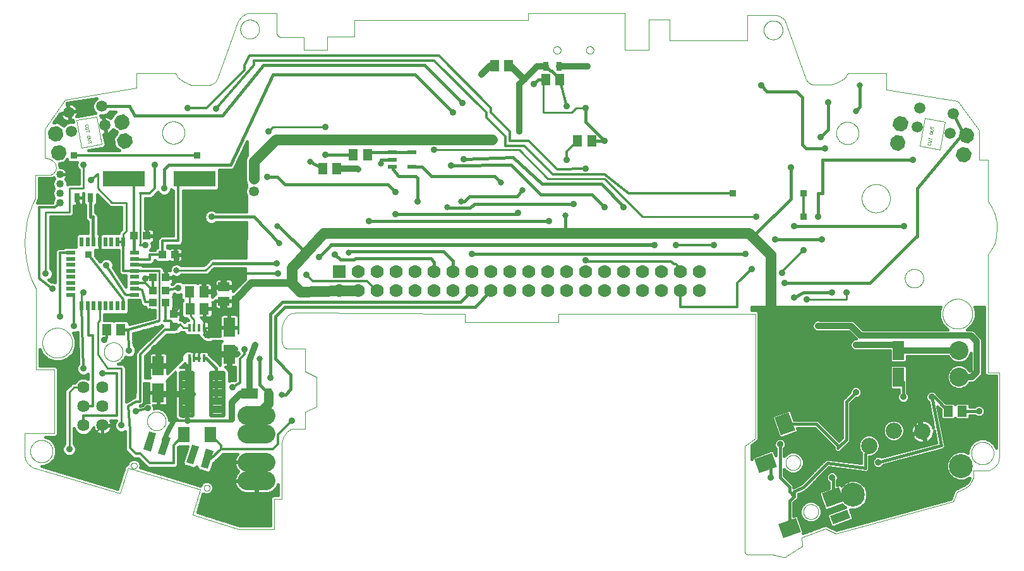
<source format=gbl>
G75*
%MOIN*%
%OFA0B0*%
%FSLAX25Y25*%
%IPPOS*%
%LPD*%
%AMOC8*
5,1,8,0,0,1.08239X$1,22.5*
%
%ADD10C,0.00000*%
%ADD11R,0.07000X0.07000*%
%ADD12C,0.07000*%
%ADD13C,0.00039*%
%ADD14C,0.01535*%
%ADD15C,0.05937*%
%ADD16C,0.00100*%
%ADD17R,0.05118X0.05906*%
%ADD18R,0.03150X0.04724*%
%ADD19C,0.10000*%
%ADD20C,0.09843*%
%ADD21R,0.06299X0.10236*%
%ADD22R,0.01772X0.03937*%
%ADD23C,0.02165*%
%ADD24R,0.08661X0.05512*%
%ADD25R,0.03543X0.05512*%
%ADD26R,0.05906X0.05118*%
%ADD27R,0.04724X0.02165*%
%ADD28R,0.05000X0.02000*%
%ADD29R,0.02000X0.05000*%
%ADD30R,0.22000X0.08300*%
%ADD31R,0.04331X0.03937*%
%ADD32C,0.06400*%
%ADD33C,0.04000*%
%ADD34C,0.12661*%
%ADD35C,0.08600*%
%ADD36R,0.07874X0.09843*%
%ADD37R,0.04724X0.09843*%
%ADD38R,0.05906X0.08268*%
%ADD39R,0.03937X0.04331*%
%ADD40R,0.03937X0.09843*%
%ADD41C,0.01600*%
%ADD42C,0.03562*%
%ADD43C,0.01000*%
%ADD44C,0.03169*%
%ADD45C,0.03200*%
%ADD46C,0.00600*%
%ADD47C,0.01200*%
%ADD48C,0.05315*%
%ADD49C,0.05600*%
%ADD50C,0.04000*%
%ADD51C,0.02500*%
%ADD52C,0.02000*%
%ADD53C,0.01800*%
%ADD54C,0.05000*%
%ADD55C,0.01100*%
%ADD56R,0.03562X0.03562*%
D10*
X0009602Y0057240D02*
X0055895Y0043393D01*
X0060345Y0056843D01*
X0098403Y0045455D01*
X0094488Y0032013D01*
X0118750Y0024545D01*
X0137455Y0024545D01*
X0137455Y0040564D01*
X0141358Y0040564D01*
X0141358Y0069902D01*
X0142017Y0072901D01*
X0144094Y0075934D01*
X0146330Y0077410D01*
X0153863Y0077410D01*
X0153863Y0086553D01*
X0159644Y0089064D01*
X0159644Y0104722D01*
X0153773Y0107915D01*
X0153773Y0119698D01*
X0144067Y0119698D01*
X0142565Y0120609D01*
X0141603Y0122094D01*
X0141335Y0124257D01*
X0141335Y0131200D01*
X0142324Y0134249D01*
X0144466Y0136969D01*
X0146362Y0138411D01*
X0149658Y0138699D01*
X0238092Y0138173D01*
X0238092Y0133747D01*
X0287386Y0133747D01*
X0287386Y0138264D01*
X0391399Y0138264D01*
X0391399Y0072528D01*
X0385624Y0068600D01*
X0385624Y0013034D01*
X0385625Y0013034D02*
X0385627Y0012947D01*
X0385633Y0012860D01*
X0385642Y0012773D01*
X0385655Y0012687D01*
X0385672Y0012602D01*
X0385693Y0012517D01*
X0385717Y0012434D01*
X0385745Y0012351D01*
X0385776Y0012270D01*
X0385811Y0012190D01*
X0385850Y0012112D01*
X0385892Y0012036D01*
X0385937Y0011961D01*
X0385985Y0011889D01*
X0386036Y0011818D01*
X0386091Y0011750D01*
X0386148Y0011685D01*
X0386208Y0011622D01*
X0386271Y0011562D01*
X0386336Y0011504D01*
X0386404Y0011450D01*
X0386474Y0011398D01*
X0386546Y0011349D01*
X0386621Y0011304D01*
X0386697Y0011262D01*
X0386775Y0011223D01*
X0386854Y0011188D01*
X0386936Y0011156D01*
X0387018Y0011128D01*
X0387101Y0011104D01*
X0387186Y0011083D01*
X0387271Y0011065D01*
X0387357Y0011052D01*
X0387444Y0011042D01*
X0387531Y0011036D01*
X0387618Y0011034D01*
X0387617Y0011034D02*
X0400773Y0010988D01*
X0401275Y0010922D02*
X0405925Y0009698D01*
X0407521Y0009953D02*
X0415283Y0014980D01*
X0415283Y0014979D02*
X0415355Y0015028D01*
X0415425Y0015080D01*
X0415493Y0015135D01*
X0415558Y0015193D01*
X0415621Y0015254D01*
X0415680Y0015318D01*
X0415737Y0015384D01*
X0415792Y0015452D01*
X0415843Y0015523D01*
X0415891Y0015596D01*
X0415935Y0015671D01*
X0415977Y0015747D01*
X0416015Y0015826D01*
X0416049Y0015906D01*
X0416080Y0015988D01*
X0416108Y0016070D01*
X0416132Y0016154D01*
X0416152Y0016239D01*
X0416168Y0016325D01*
X0416181Y0016411D01*
X0416190Y0016498D01*
X0416195Y0016585D01*
X0416196Y0016672D01*
X0416193Y0016759D01*
X0416187Y0016846D01*
X0416177Y0016933D01*
X0416177Y0016934D02*
X0415721Y0020217D01*
X0428437Y0024871D01*
X0433837Y0022218D01*
X0495728Y0039022D01*
X0496073Y0039807D01*
X0497824Y0044090D01*
X0501389Y0045724D01*
X0503943Y0047414D01*
X0505509Y0049639D01*
X0506292Y0051782D01*
X0506292Y0055523D01*
X0514665Y0055523D01*
X0517566Y0057534D01*
X0519478Y0059578D01*
X0520116Y0062643D01*
X0520116Y0107227D01*
X0514006Y0107227D01*
X0514006Y0169460D01*
X0515984Y0172344D01*
X0517674Y0175558D01*
X0518374Y0178937D01*
X0518704Y0183841D01*
X0518704Y0186272D01*
X0517674Y0190640D01*
X0515819Y0195007D01*
X0514020Y0197397D01*
X0514020Y0219346D01*
X0509531Y0219346D01*
X0509531Y0235264D01*
X0498199Y0250439D01*
X0460244Y0256444D01*
X0460244Y0265015D01*
X0440176Y0265015D01*
X0438610Y0262831D01*
X0436427Y0261101D01*
X0433542Y0259741D01*
X0430905Y0259082D01*
X0421469Y0259082D01*
X0419491Y0260235D01*
X0418214Y0261925D01*
X0407655Y0290871D01*
X0406676Y0293344D01*
X0404410Y0295249D01*
X0402504Y0295919D01*
X0386897Y0295919D01*
X0386897Y0282577D01*
X0345892Y0282577D01*
X0345892Y0293329D01*
X0334947Y0293329D01*
X0334947Y0277426D01*
X0322392Y0277426D01*
X0322392Y0296732D01*
X0271302Y0296732D01*
X0271302Y0293089D01*
X0179743Y0293089D01*
X0179750Y0284354D01*
X0165504Y0284354D01*
X0165504Y0277596D01*
X0152977Y0277596D01*
X0152977Y0284280D01*
X0140649Y0284280D01*
X0139264Y0284939D01*
X0138671Y0286257D01*
X0138671Y0296686D01*
X0123199Y0296686D01*
X0120232Y0295162D01*
X0118254Y0292895D01*
X0107384Y0262144D01*
X0106406Y0260598D01*
X0104500Y0259259D01*
X0102440Y0258749D01*
X0093776Y0258749D01*
X0092899Y0259034D01*
X0089355Y0260806D01*
X0086677Y0262866D01*
X0085441Y0265132D01*
X0064879Y0265132D01*
X0064879Y0257303D01*
X0027011Y0251223D01*
X0016244Y0235727D01*
X0016244Y0220539D01*
X0018327Y0220170D01*
X0020411Y0219063D01*
X0021888Y0217744D01*
X0022257Y0215529D01*
X0022072Y0213736D01*
X0020886Y0212180D01*
X0019461Y0211615D01*
X0011533Y0211615D01*
X0011533Y0199511D01*
X0011390Y0199161D01*
X0010137Y0196359D01*
X0008423Y0192172D01*
X0006940Y0188250D01*
X0005918Y0180503D01*
X0005588Y0175130D01*
X0006346Y0167746D01*
X0007698Y0161120D01*
X0009412Y0156010D01*
X0011723Y0151494D01*
X0011723Y0108707D01*
X0021476Y0108707D01*
X0021476Y0075244D01*
X0005849Y0075244D01*
X0005849Y0063303D01*
X0006125Y0061554D01*
X0007542Y0059043D01*
X0009602Y0057240D01*
X0008681Y0065675D02*
X0008683Y0065828D01*
X0008689Y0065982D01*
X0008699Y0066135D01*
X0008713Y0066287D01*
X0008731Y0066440D01*
X0008753Y0066591D01*
X0008778Y0066742D01*
X0008808Y0066893D01*
X0008842Y0067043D01*
X0008879Y0067191D01*
X0008920Y0067339D01*
X0008965Y0067485D01*
X0009014Y0067631D01*
X0009067Y0067775D01*
X0009123Y0067917D01*
X0009183Y0068058D01*
X0009247Y0068198D01*
X0009314Y0068336D01*
X0009385Y0068472D01*
X0009460Y0068606D01*
X0009537Y0068738D01*
X0009619Y0068868D01*
X0009703Y0068996D01*
X0009791Y0069122D01*
X0009882Y0069245D01*
X0009976Y0069366D01*
X0010074Y0069484D01*
X0010174Y0069600D01*
X0010278Y0069713D01*
X0010384Y0069824D01*
X0010493Y0069932D01*
X0010605Y0070037D01*
X0010719Y0070138D01*
X0010837Y0070237D01*
X0010956Y0070333D01*
X0011078Y0070426D01*
X0011203Y0070515D01*
X0011330Y0070602D01*
X0011459Y0070684D01*
X0011590Y0070764D01*
X0011723Y0070840D01*
X0011858Y0070913D01*
X0011995Y0070982D01*
X0012134Y0071047D01*
X0012274Y0071109D01*
X0012416Y0071167D01*
X0012559Y0071222D01*
X0012704Y0071273D01*
X0012850Y0071320D01*
X0012997Y0071363D01*
X0013145Y0071402D01*
X0013294Y0071438D01*
X0013444Y0071469D01*
X0013595Y0071497D01*
X0013746Y0071521D01*
X0013899Y0071541D01*
X0014051Y0071557D01*
X0014204Y0071569D01*
X0014357Y0071577D01*
X0014510Y0071581D01*
X0014664Y0071581D01*
X0014817Y0071577D01*
X0014970Y0071569D01*
X0015123Y0071557D01*
X0015275Y0071541D01*
X0015428Y0071521D01*
X0015579Y0071497D01*
X0015730Y0071469D01*
X0015880Y0071438D01*
X0016029Y0071402D01*
X0016177Y0071363D01*
X0016324Y0071320D01*
X0016470Y0071273D01*
X0016615Y0071222D01*
X0016758Y0071167D01*
X0016900Y0071109D01*
X0017040Y0071047D01*
X0017179Y0070982D01*
X0017316Y0070913D01*
X0017451Y0070840D01*
X0017584Y0070764D01*
X0017715Y0070684D01*
X0017844Y0070602D01*
X0017971Y0070515D01*
X0018096Y0070426D01*
X0018218Y0070333D01*
X0018337Y0070237D01*
X0018455Y0070138D01*
X0018569Y0070037D01*
X0018681Y0069932D01*
X0018790Y0069824D01*
X0018896Y0069713D01*
X0019000Y0069600D01*
X0019100Y0069484D01*
X0019198Y0069366D01*
X0019292Y0069245D01*
X0019383Y0069122D01*
X0019471Y0068996D01*
X0019555Y0068868D01*
X0019637Y0068738D01*
X0019714Y0068606D01*
X0019789Y0068472D01*
X0019860Y0068336D01*
X0019927Y0068198D01*
X0019991Y0068058D01*
X0020051Y0067917D01*
X0020107Y0067775D01*
X0020160Y0067631D01*
X0020209Y0067485D01*
X0020254Y0067339D01*
X0020295Y0067191D01*
X0020332Y0067043D01*
X0020366Y0066893D01*
X0020396Y0066742D01*
X0020421Y0066591D01*
X0020443Y0066440D01*
X0020461Y0066287D01*
X0020475Y0066135D01*
X0020485Y0065982D01*
X0020491Y0065828D01*
X0020493Y0065675D01*
X0020491Y0065522D01*
X0020485Y0065368D01*
X0020475Y0065215D01*
X0020461Y0065063D01*
X0020443Y0064910D01*
X0020421Y0064759D01*
X0020396Y0064608D01*
X0020366Y0064457D01*
X0020332Y0064307D01*
X0020295Y0064159D01*
X0020254Y0064011D01*
X0020209Y0063865D01*
X0020160Y0063719D01*
X0020107Y0063575D01*
X0020051Y0063433D01*
X0019991Y0063292D01*
X0019927Y0063152D01*
X0019860Y0063014D01*
X0019789Y0062878D01*
X0019714Y0062744D01*
X0019637Y0062612D01*
X0019555Y0062482D01*
X0019471Y0062354D01*
X0019383Y0062228D01*
X0019292Y0062105D01*
X0019198Y0061984D01*
X0019100Y0061866D01*
X0019000Y0061750D01*
X0018896Y0061637D01*
X0018790Y0061526D01*
X0018681Y0061418D01*
X0018569Y0061313D01*
X0018455Y0061212D01*
X0018337Y0061113D01*
X0018218Y0061017D01*
X0018096Y0060924D01*
X0017971Y0060835D01*
X0017844Y0060748D01*
X0017715Y0060666D01*
X0017584Y0060586D01*
X0017451Y0060510D01*
X0017316Y0060437D01*
X0017179Y0060368D01*
X0017040Y0060303D01*
X0016900Y0060241D01*
X0016758Y0060183D01*
X0016615Y0060128D01*
X0016470Y0060077D01*
X0016324Y0060030D01*
X0016177Y0059987D01*
X0016029Y0059948D01*
X0015880Y0059912D01*
X0015730Y0059881D01*
X0015579Y0059853D01*
X0015428Y0059829D01*
X0015275Y0059809D01*
X0015123Y0059793D01*
X0014970Y0059781D01*
X0014817Y0059773D01*
X0014664Y0059769D01*
X0014510Y0059769D01*
X0014357Y0059773D01*
X0014204Y0059781D01*
X0014051Y0059793D01*
X0013899Y0059809D01*
X0013746Y0059829D01*
X0013595Y0059853D01*
X0013444Y0059881D01*
X0013294Y0059912D01*
X0013145Y0059948D01*
X0012997Y0059987D01*
X0012850Y0060030D01*
X0012704Y0060077D01*
X0012559Y0060128D01*
X0012416Y0060183D01*
X0012274Y0060241D01*
X0012134Y0060303D01*
X0011995Y0060368D01*
X0011858Y0060437D01*
X0011723Y0060510D01*
X0011590Y0060586D01*
X0011459Y0060666D01*
X0011330Y0060748D01*
X0011203Y0060835D01*
X0011078Y0060924D01*
X0010956Y0061017D01*
X0010837Y0061113D01*
X0010719Y0061212D01*
X0010605Y0061313D01*
X0010493Y0061418D01*
X0010384Y0061526D01*
X0010278Y0061637D01*
X0010174Y0061750D01*
X0010074Y0061866D01*
X0009976Y0061984D01*
X0009882Y0062105D01*
X0009791Y0062228D01*
X0009703Y0062354D01*
X0009619Y0062482D01*
X0009537Y0062612D01*
X0009460Y0062744D01*
X0009385Y0062878D01*
X0009314Y0063014D01*
X0009247Y0063152D01*
X0009183Y0063292D01*
X0009123Y0063433D01*
X0009067Y0063575D01*
X0009014Y0063719D01*
X0008965Y0063865D01*
X0008920Y0064011D01*
X0008879Y0064159D01*
X0008842Y0064307D01*
X0008808Y0064457D01*
X0008778Y0064608D01*
X0008753Y0064759D01*
X0008731Y0064910D01*
X0008713Y0065063D01*
X0008699Y0065215D01*
X0008689Y0065368D01*
X0008683Y0065522D01*
X0008681Y0065675D01*
X0061822Y0058041D02*
X0061824Y0058120D01*
X0061830Y0058199D01*
X0061840Y0058278D01*
X0061854Y0058356D01*
X0061871Y0058433D01*
X0061893Y0058509D01*
X0061918Y0058584D01*
X0061948Y0058657D01*
X0061980Y0058729D01*
X0062017Y0058800D01*
X0062057Y0058868D01*
X0062100Y0058934D01*
X0062146Y0058998D01*
X0062196Y0059060D01*
X0062249Y0059119D01*
X0062304Y0059175D01*
X0062363Y0059229D01*
X0062424Y0059279D01*
X0062487Y0059327D01*
X0062553Y0059371D01*
X0062621Y0059412D01*
X0062691Y0059449D01*
X0062762Y0059483D01*
X0062836Y0059513D01*
X0062910Y0059539D01*
X0062986Y0059561D01*
X0063063Y0059580D01*
X0063141Y0059595D01*
X0063219Y0059606D01*
X0063298Y0059613D01*
X0063377Y0059616D01*
X0063456Y0059615D01*
X0063535Y0059610D01*
X0063614Y0059601D01*
X0063692Y0059588D01*
X0063769Y0059571D01*
X0063846Y0059551D01*
X0063921Y0059526D01*
X0063995Y0059498D01*
X0064068Y0059466D01*
X0064138Y0059431D01*
X0064207Y0059392D01*
X0064274Y0059349D01*
X0064339Y0059303D01*
X0064401Y0059255D01*
X0064461Y0059203D01*
X0064518Y0059148D01*
X0064572Y0059090D01*
X0064623Y0059030D01*
X0064671Y0058967D01*
X0064716Y0058902D01*
X0064758Y0058834D01*
X0064796Y0058765D01*
X0064830Y0058694D01*
X0064861Y0058621D01*
X0064889Y0058546D01*
X0064912Y0058471D01*
X0064932Y0058394D01*
X0064948Y0058317D01*
X0064960Y0058238D01*
X0064968Y0058160D01*
X0064972Y0058081D01*
X0064972Y0058001D01*
X0064968Y0057922D01*
X0064960Y0057844D01*
X0064948Y0057765D01*
X0064932Y0057688D01*
X0064912Y0057611D01*
X0064889Y0057536D01*
X0064861Y0057461D01*
X0064830Y0057388D01*
X0064796Y0057317D01*
X0064758Y0057248D01*
X0064716Y0057180D01*
X0064671Y0057115D01*
X0064623Y0057052D01*
X0064572Y0056992D01*
X0064518Y0056934D01*
X0064461Y0056879D01*
X0064401Y0056827D01*
X0064339Y0056779D01*
X0064274Y0056733D01*
X0064207Y0056690D01*
X0064138Y0056651D01*
X0064068Y0056616D01*
X0063995Y0056584D01*
X0063921Y0056556D01*
X0063846Y0056531D01*
X0063769Y0056511D01*
X0063692Y0056494D01*
X0063614Y0056481D01*
X0063535Y0056472D01*
X0063456Y0056467D01*
X0063377Y0056466D01*
X0063298Y0056469D01*
X0063219Y0056476D01*
X0063141Y0056487D01*
X0063063Y0056502D01*
X0062986Y0056521D01*
X0062910Y0056543D01*
X0062836Y0056569D01*
X0062762Y0056599D01*
X0062691Y0056633D01*
X0062621Y0056670D01*
X0062553Y0056711D01*
X0062487Y0056755D01*
X0062424Y0056803D01*
X0062363Y0056853D01*
X0062304Y0056907D01*
X0062249Y0056963D01*
X0062196Y0057022D01*
X0062146Y0057084D01*
X0062100Y0057148D01*
X0062057Y0057214D01*
X0062017Y0057282D01*
X0061980Y0057353D01*
X0061948Y0057425D01*
X0061918Y0057498D01*
X0061893Y0057573D01*
X0061871Y0057649D01*
X0061854Y0057726D01*
X0061840Y0057804D01*
X0061830Y0057883D01*
X0061824Y0057962D01*
X0061822Y0058041D01*
X0100225Y0046300D02*
X0100227Y0046379D01*
X0100233Y0046458D01*
X0100243Y0046537D01*
X0100257Y0046615D01*
X0100274Y0046692D01*
X0100296Y0046768D01*
X0100321Y0046843D01*
X0100351Y0046916D01*
X0100383Y0046988D01*
X0100420Y0047059D01*
X0100460Y0047127D01*
X0100503Y0047193D01*
X0100549Y0047257D01*
X0100599Y0047319D01*
X0100652Y0047378D01*
X0100707Y0047434D01*
X0100766Y0047488D01*
X0100827Y0047538D01*
X0100890Y0047586D01*
X0100956Y0047630D01*
X0101024Y0047671D01*
X0101094Y0047708D01*
X0101165Y0047742D01*
X0101239Y0047772D01*
X0101313Y0047798D01*
X0101389Y0047820D01*
X0101466Y0047839D01*
X0101544Y0047854D01*
X0101622Y0047865D01*
X0101701Y0047872D01*
X0101780Y0047875D01*
X0101859Y0047874D01*
X0101938Y0047869D01*
X0102017Y0047860D01*
X0102095Y0047847D01*
X0102172Y0047830D01*
X0102249Y0047810D01*
X0102324Y0047785D01*
X0102398Y0047757D01*
X0102471Y0047725D01*
X0102541Y0047690D01*
X0102610Y0047651D01*
X0102677Y0047608D01*
X0102742Y0047562D01*
X0102804Y0047514D01*
X0102864Y0047462D01*
X0102921Y0047407D01*
X0102975Y0047349D01*
X0103026Y0047289D01*
X0103074Y0047226D01*
X0103119Y0047161D01*
X0103161Y0047093D01*
X0103199Y0047024D01*
X0103233Y0046953D01*
X0103264Y0046880D01*
X0103292Y0046805D01*
X0103315Y0046730D01*
X0103335Y0046653D01*
X0103351Y0046576D01*
X0103363Y0046497D01*
X0103371Y0046419D01*
X0103375Y0046340D01*
X0103375Y0046260D01*
X0103371Y0046181D01*
X0103363Y0046103D01*
X0103351Y0046024D01*
X0103335Y0045947D01*
X0103315Y0045870D01*
X0103292Y0045795D01*
X0103264Y0045720D01*
X0103233Y0045647D01*
X0103199Y0045576D01*
X0103161Y0045507D01*
X0103119Y0045439D01*
X0103074Y0045374D01*
X0103026Y0045311D01*
X0102975Y0045251D01*
X0102921Y0045193D01*
X0102864Y0045138D01*
X0102804Y0045086D01*
X0102742Y0045038D01*
X0102677Y0044992D01*
X0102610Y0044949D01*
X0102541Y0044910D01*
X0102471Y0044875D01*
X0102398Y0044843D01*
X0102324Y0044815D01*
X0102249Y0044790D01*
X0102172Y0044770D01*
X0102095Y0044753D01*
X0102017Y0044740D01*
X0101938Y0044731D01*
X0101859Y0044726D01*
X0101780Y0044725D01*
X0101701Y0044728D01*
X0101622Y0044735D01*
X0101544Y0044746D01*
X0101466Y0044761D01*
X0101389Y0044780D01*
X0101313Y0044802D01*
X0101239Y0044828D01*
X0101165Y0044858D01*
X0101094Y0044892D01*
X0101024Y0044929D01*
X0100956Y0044970D01*
X0100890Y0045014D01*
X0100827Y0045062D01*
X0100766Y0045112D01*
X0100707Y0045166D01*
X0100652Y0045222D01*
X0100599Y0045281D01*
X0100549Y0045343D01*
X0100503Y0045407D01*
X0100460Y0045473D01*
X0100420Y0045541D01*
X0100383Y0045612D01*
X0100351Y0045684D01*
X0100321Y0045757D01*
X0100296Y0045832D01*
X0100274Y0045908D01*
X0100257Y0045985D01*
X0100243Y0046063D01*
X0100233Y0046142D01*
X0100227Y0046221D01*
X0100225Y0046300D01*
X0070345Y0081566D02*
X0070347Y0081706D01*
X0070353Y0081846D01*
X0070363Y0081985D01*
X0070377Y0082124D01*
X0070395Y0082263D01*
X0070416Y0082401D01*
X0070442Y0082539D01*
X0070472Y0082676D01*
X0070505Y0082811D01*
X0070543Y0082946D01*
X0070584Y0083080D01*
X0070629Y0083213D01*
X0070677Y0083344D01*
X0070730Y0083473D01*
X0070786Y0083602D01*
X0070845Y0083728D01*
X0070909Y0083853D01*
X0070975Y0083976D01*
X0071046Y0084097D01*
X0071119Y0084216D01*
X0071196Y0084333D01*
X0071277Y0084447D01*
X0071360Y0084559D01*
X0071447Y0084669D01*
X0071537Y0084777D01*
X0071629Y0084881D01*
X0071725Y0084983D01*
X0071824Y0085083D01*
X0071925Y0085179D01*
X0072029Y0085273D01*
X0072136Y0085363D01*
X0072245Y0085450D01*
X0072357Y0085535D01*
X0072471Y0085616D01*
X0072587Y0085694D01*
X0072705Y0085768D01*
X0072826Y0085839D01*
X0072948Y0085907D01*
X0073073Y0085971D01*
X0073199Y0086032D01*
X0073326Y0086089D01*
X0073456Y0086142D01*
X0073587Y0086192D01*
X0073719Y0086237D01*
X0073852Y0086280D01*
X0073987Y0086318D01*
X0074122Y0086352D01*
X0074259Y0086383D01*
X0074396Y0086410D01*
X0074534Y0086432D01*
X0074673Y0086451D01*
X0074812Y0086466D01*
X0074951Y0086477D01*
X0075091Y0086484D01*
X0075231Y0086487D01*
X0075371Y0086486D01*
X0075511Y0086481D01*
X0075650Y0086472D01*
X0075790Y0086459D01*
X0075929Y0086442D01*
X0076067Y0086421D01*
X0076205Y0086397D01*
X0076342Y0086368D01*
X0076478Y0086336D01*
X0076613Y0086299D01*
X0076747Y0086259D01*
X0076880Y0086215D01*
X0077011Y0086167D01*
X0077141Y0086116D01*
X0077270Y0086061D01*
X0077397Y0086002D01*
X0077522Y0085939D01*
X0077645Y0085874D01*
X0077767Y0085804D01*
X0077886Y0085731D01*
X0078004Y0085655D01*
X0078119Y0085576D01*
X0078232Y0085493D01*
X0078342Y0085407D01*
X0078450Y0085318D01*
X0078555Y0085226D01*
X0078658Y0085131D01*
X0078758Y0085033D01*
X0078855Y0084933D01*
X0078949Y0084829D01*
X0079041Y0084723D01*
X0079129Y0084615D01*
X0079214Y0084504D01*
X0079296Y0084390D01*
X0079375Y0084274D01*
X0079450Y0084157D01*
X0079522Y0084037D01*
X0079590Y0083915D01*
X0079655Y0083791D01*
X0079717Y0083665D01*
X0079775Y0083538D01*
X0079829Y0083409D01*
X0079880Y0083278D01*
X0079926Y0083146D01*
X0079969Y0083013D01*
X0080009Y0082879D01*
X0080044Y0082744D01*
X0080076Y0082607D01*
X0080103Y0082470D01*
X0080127Y0082332D01*
X0080147Y0082194D01*
X0080163Y0082055D01*
X0080175Y0081915D01*
X0080183Y0081776D01*
X0080187Y0081636D01*
X0080187Y0081496D01*
X0080183Y0081356D01*
X0080175Y0081217D01*
X0080163Y0081077D01*
X0080147Y0080938D01*
X0080127Y0080800D01*
X0080103Y0080662D01*
X0080076Y0080525D01*
X0080044Y0080388D01*
X0080009Y0080253D01*
X0079969Y0080119D01*
X0079926Y0079986D01*
X0079880Y0079854D01*
X0079829Y0079723D01*
X0079775Y0079594D01*
X0079717Y0079467D01*
X0079655Y0079341D01*
X0079590Y0079217D01*
X0079522Y0079095D01*
X0079450Y0078975D01*
X0079375Y0078858D01*
X0079296Y0078742D01*
X0079214Y0078628D01*
X0079129Y0078517D01*
X0079041Y0078409D01*
X0078949Y0078303D01*
X0078855Y0078199D01*
X0078758Y0078099D01*
X0078658Y0078001D01*
X0078555Y0077906D01*
X0078450Y0077814D01*
X0078342Y0077725D01*
X0078232Y0077639D01*
X0078119Y0077556D01*
X0078004Y0077477D01*
X0077886Y0077401D01*
X0077767Y0077328D01*
X0077645Y0077258D01*
X0077522Y0077193D01*
X0077397Y0077130D01*
X0077270Y0077071D01*
X0077141Y0077016D01*
X0077011Y0076965D01*
X0076880Y0076917D01*
X0076747Y0076873D01*
X0076613Y0076833D01*
X0076478Y0076796D01*
X0076342Y0076764D01*
X0076205Y0076735D01*
X0076067Y0076711D01*
X0075929Y0076690D01*
X0075790Y0076673D01*
X0075650Y0076660D01*
X0075511Y0076651D01*
X0075371Y0076646D01*
X0075231Y0076645D01*
X0075091Y0076648D01*
X0074951Y0076655D01*
X0074812Y0076666D01*
X0074673Y0076681D01*
X0074534Y0076700D01*
X0074396Y0076722D01*
X0074259Y0076749D01*
X0074122Y0076780D01*
X0073987Y0076814D01*
X0073852Y0076852D01*
X0073719Y0076895D01*
X0073587Y0076940D01*
X0073456Y0076990D01*
X0073326Y0077043D01*
X0073199Y0077100D01*
X0073073Y0077161D01*
X0072948Y0077225D01*
X0072826Y0077293D01*
X0072705Y0077364D01*
X0072587Y0077438D01*
X0072471Y0077516D01*
X0072357Y0077597D01*
X0072245Y0077682D01*
X0072136Y0077769D01*
X0072029Y0077859D01*
X0071925Y0077953D01*
X0071824Y0078049D01*
X0071725Y0078149D01*
X0071629Y0078251D01*
X0071537Y0078355D01*
X0071447Y0078463D01*
X0071360Y0078573D01*
X0071277Y0078685D01*
X0071196Y0078799D01*
X0071119Y0078916D01*
X0071046Y0079035D01*
X0070975Y0079156D01*
X0070909Y0079279D01*
X0070845Y0079404D01*
X0070786Y0079530D01*
X0070730Y0079659D01*
X0070677Y0079788D01*
X0070629Y0079919D01*
X0070584Y0080052D01*
X0070543Y0080186D01*
X0070505Y0080321D01*
X0070472Y0080456D01*
X0070442Y0080593D01*
X0070416Y0080731D01*
X0070395Y0080869D01*
X0070377Y0081008D01*
X0070363Y0081147D01*
X0070353Y0081286D01*
X0070347Y0081426D01*
X0070345Y0081566D01*
X0047586Y0118128D02*
X0047588Y0118268D01*
X0047594Y0118408D01*
X0047604Y0118547D01*
X0047618Y0118686D01*
X0047636Y0118825D01*
X0047657Y0118963D01*
X0047683Y0119101D01*
X0047713Y0119238D01*
X0047746Y0119373D01*
X0047784Y0119508D01*
X0047825Y0119642D01*
X0047870Y0119775D01*
X0047918Y0119906D01*
X0047971Y0120035D01*
X0048027Y0120164D01*
X0048086Y0120290D01*
X0048150Y0120415D01*
X0048216Y0120538D01*
X0048287Y0120659D01*
X0048360Y0120778D01*
X0048437Y0120895D01*
X0048518Y0121009D01*
X0048601Y0121121D01*
X0048688Y0121231D01*
X0048778Y0121339D01*
X0048870Y0121443D01*
X0048966Y0121545D01*
X0049065Y0121645D01*
X0049166Y0121741D01*
X0049270Y0121835D01*
X0049377Y0121925D01*
X0049486Y0122012D01*
X0049598Y0122097D01*
X0049712Y0122178D01*
X0049828Y0122256D01*
X0049946Y0122330D01*
X0050067Y0122401D01*
X0050189Y0122469D01*
X0050314Y0122533D01*
X0050440Y0122594D01*
X0050567Y0122651D01*
X0050697Y0122704D01*
X0050828Y0122754D01*
X0050960Y0122799D01*
X0051093Y0122842D01*
X0051228Y0122880D01*
X0051363Y0122914D01*
X0051500Y0122945D01*
X0051637Y0122972D01*
X0051775Y0122994D01*
X0051914Y0123013D01*
X0052053Y0123028D01*
X0052192Y0123039D01*
X0052332Y0123046D01*
X0052472Y0123049D01*
X0052612Y0123048D01*
X0052752Y0123043D01*
X0052891Y0123034D01*
X0053031Y0123021D01*
X0053170Y0123004D01*
X0053308Y0122983D01*
X0053446Y0122959D01*
X0053583Y0122930D01*
X0053719Y0122898D01*
X0053854Y0122861D01*
X0053988Y0122821D01*
X0054121Y0122777D01*
X0054252Y0122729D01*
X0054382Y0122678D01*
X0054511Y0122623D01*
X0054638Y0122564D01*
X0054763Y0122501D01*
X0054886Y0122436D01*
X0055008Y0122366D01*
X0055127Y0122293D01*
X0055245Y0122217D01*
X0055360Y0122138D01*
X0055473Y0122055D01*
X0055583Y0121969D01*
X0055691Y0121880D01*
X0055796Y0121788D01*
X0055899Y0121693D01*
X0055999Y0121595D01*
X0056096Y0121495D01*
X0056190Y0121391D01*
X0056282Y0121285D01*
X0056370Y0121177D01*
X0056455Y0121066D01*
X0056537Y0120952D01*
X0056616Y0120836D01*
X0056691Y0120719D01*
X0056763Y0120599D01*
X0056831Y0120477D01*
X0056896Y0120353D01*
X0056958Y0120227D01*
X0057016Y0120100D01*
X0057070Y0119971D01*
X0057121Y0119840D01*
X0057167Y0119708D01*
X0057210Y0119575D01*
X0057250Y0119441D01*
X0057285Y0119306D01*
X0057317Y0119169D01*
X0057344Y0119032D01*
X0057368Y0118894D01*
X0057388Y0118756D01*
X0057404Y0118617D01*
X0057416Y0118477D01*
X0057424Y0118338D01*
X0057428Y0118198D01*
X0057428Y0118058D01*
X0057424Y0117918D01*
X0057416Y0117779D01*
X0057404Y0117639D01*
X0057388Y0117500D01*
X0057368Y0117362D01*
X0057344Y0117224D01*
X0057317Y0117087D01*
X0057285Y0116950D01*
X0057250Y0116815D01*
X0057210Y0116681D01*
X0057167Y0116548D01*
X0057121Y0116416D01*
X0057070Y0116285D01*
X0057016Y0116156D01*
X0056958Y0116029D01*
X0056896Y0115903D01*
X0056831Y0115779D01*
X0056763Y0115657D01*
X0056691Y0115537D01*
X0056616Y0115420D01*
X0056537Y0115304D01*
X0056455Y0115190D01*
X0056370Y0115079D01*
X0056282Y0114971D01*
X0056190Y0114865D01*
X0056096Y0114761D01*
X0055999Y0114661D01*
X0055899Y0114563D01*
X0055796Y0114468D01*
X0055691Y0114376D01*
X0055583Y0114287D01*
X0055473Y0114201D01*
X0055360Y0114118D01*
X0055245Y0114039D01*
X0055127Y0113963D01*
X0055008Y0113890D01*
X0054886Y0113820D01*
X0054763Y0113755D01*
X0054638Y0113692D01*
X0054511Y0113633D01*
X0054382Y0113578D01*
X0054252Y0113527D01*
X0054121Y0113479D01*
X0053988Y0113435D01*
X0053854Y0113395D01*
X0053719Y0113358D01*
X0053583Y0113326D01*
X0053446Y0113297D01*
X0053308Y0113273D01*
X0053170Y0113252D01*
X0053031Y0113235D01*
X0052891Y0113222D01*
X0052752Y0113213D01*
X0052612Y0113208D01*
X0052472Y0113207D01*
X0052332Y0113210D01*
X0052192Y0113217D01*
X0052053Y0113228D01*
X0051914Y0113243D01*
X0051775Y0113262D01*
X0051637Y0113284D01*
X0051500Y0113311D01*
X0051363Y0113342D01*
X0051228Y0113376D01*
X0051093Y0113414D01*
X0050960Y0113457D01*
X0050828Y0113502D01*
X0050697Y0113552D01*
X0050567Y0113605D01*
X0050440Y0113662D01*
X0050314Y0113723D01*
X0050189Y0113787D01*
X0050067Y0113855D01*
X0049946Y0113926D01*
X0049828Y0114000D01*
X0049712Y0114078D01*
X0049598Y0114159D01*
X0049486Y0114244D01*
X0049377Y0114331D01*
X0049270Y0114421D01*
X0049166Y0114515D01*
X0049065Y0114611D01*
X0048966Y0114711D01*
X0048870Y0114813D01*
X0048778Y0114917D01*
X0048688Y0115025D01*
X0048601Y0115135D01*
X0048518Y0115247D01*
X0048437Y0115361D01*
X0048360Y0115478D01*
X0048287Y0115597D01*
X0048216Y0115718D01*
X0048150Y0115841D01*
X0048086Y0115966D01*
X0048027Y0116092D01*
X0047971Y0116221D01*
X0047918Y0116350D01*
X0047870Y0116481D01*
X0047825Y0116614D01*
X0047784Y0116748D01*
X0047746Y0116883D01*
X0047713Y0117018D01*
X0047683Y0117155D01*
X0047657Y0117293D01*
X0047636Y0117431D01*
X0047618Y0117570D01*
X0047604Y0117709D01*
X0047594Y0117848D01*
X0047588Y0117988D01*
X0047586Y0118128D01*
X0015090Y0122855D02*
X0015092Y0123048D01*
X0015099Y0123241D01*
X0015111Y0123434D01*
X0015128Y0123627D01*
X0015149Y0123819D01*
X0015175Y0124010D01*
X0015206Y0124201D01*
X0015241Y0124391D01*
X0015281Y0124580D01*
X0015326Y0124768D01*
X0015375Y0124955D01*
X0015429Y0125141D01*
X0015487Y0125325D01*
X0015550Y0125508D01*
X0015618Y0125689D01*
X0015689Y0125868D01*
X0015766Y0126046D01*
X0015846Y0126222D01*
X0015931Y0126395D01*
X0016020Y0126567D01*
X0016113Y0126736D01*
X0016210Y0126903D01*
X0016312Y0127068D01*
X0016417Y0127230D01*
X0016526Y0127389D01*
X0016640Y0127546D01*
X0016757Y0127699D01*
X0016877Y0127850D01*
X0017002Y0127998D01*
X0017130Y0128143D01*
X0017261Y0128284D01*
X0017396Y0128423D01*
X0017535Y0128558D01*
X0017676Y0128689D01*
X0017821Y0128817D01*
X0017969Y0128942D01*
X0018120Y0129062D01*
X0018273Y0129179D01*
X0018430Y0129293D01*
X0018589Y0129402D01*
X0018751Y0129507D01*
X0018916Y0129609D01*
X0019083Y0129706D01*
X0019252Y0129799D01*
X0019424Y0129888D01*
X0019597Y0129973D01*
X0019773Y0130053D01*
X0019951Y0130130D01*
X0020130Y0130201D01*
X0020311Y0130269D01*
X0020494Y0130332D01*
X0020678Y0130390D01*
X0020864Y0130444D01*
X0021051Y0130493D01*
X0021239Y0130538D01*
X0021428Y0130578D01*
X0021618Y0130613D01*
X0021809Y0130644D01*
X0022000Y0130670D01*
X0022192Y0130691D01*
X0022385Y0130708D01*
X0022578Y0130720D01*
X0022771Y0130727D01*
X0022964Y0130729D01*
X0023157Y0130727D01*
X0023350Y0130720D01*
X0023543Y0130708D01*
X0023736Y0130691D01*
X0023928Y0130670D01*
X0024119Y0130644D01*
X0024310Y0130613D01*
X0024500Y0130578D01*
X0024689Y0130538D01*
X0024877Y0130493D01*
X0025064Y0130444D01*
X0025250Y0130390D01*
X0025434Y0130332D01*
X0025617Y0130269D01*
X0025798Y0130201D01*
X0025977Y0130130D01*
X0026155Y0130053D01*
X0026331Y0129973D01*
X0026504Y0129888D01*
X0026676Y0129799D01*
X0026845Y0129706D01*
X0027012Y0129609D01*
X0027177Y0129507D01*
X0027339Y0129402D01*
X0027498Y0129293D01*
X0027655Y0129179D01*
X0027808Y0129062D01*
X0027959Y0128942D01*
X0028107Y0128817D01*
X0028252Y0128689D01*
X0028393Y0128558D01*
X0028532Y0128423D01*
X0028667Y0128284D01*
X0028798Y0128143D01*
X0028926Y0127998D01*
X0029051Y0127850D01*
X0029171Y0127699D01*
X0029288Y0127546D01*
X0029402Y0127389D01*
X0029511Y0127230D01*
X0029616Y0127068D01*
X0029718Y0126903D01*
X0029815Y0126736D01*
X0029908Y0126567D01*
X0029997Y0126395D01*
X0030082Y0126222D01*
X0030162Y0126046D01*
X0030239Y0125868D01*
X0030310Y0125689D01*
X0030378Y0125508D01*
X0030441Y0125325D01*
X0030499Y0125141D01*
X0030553Y0124955D01*
X0030602Y0124768D01*
X0030647Y0124580D01*
X0030687Y0124391D01*
X0030722Y0124201D01*
X0030753Y0124010D01*
X0030779Y0123819D01*
X0030800Y0123627D01*
X0030817Y0123434D01*
X0030829Y0123241D01*
X0030836Y0123048D01*
X0030838Y0122855D01*
X0030836Y0122662D01*
X0030829Y0122469D01*
X0030817Y0122276D01*
X0030800Y0122083D01*
X0030779Y0121891D01*
X0030753Y0121700D01*
X0030722Y0121509D01*
X0030687Y0121319D01*
X0030647Y0121130D01*
X0030602Y0120942D01*
X0030553Y0120755D01*
X0030499Y0120569D01*
X0030441Y0120385D01*
X0030378Y0120202D01*
X0030310Y0120021D01*
X0030239Y0119842D01*
X0030162Y0119664D01*
X0030082Y0119488D01*
X0029997Y0119315D01*
X0029908Y0119143D01*
X0029815Y0118974D01*
X0029718Y0118807D01*
X0029616Y0118642D01*
X0029511Y0118480D01*
X0029402Y0118321D01*
X0029288Y0118164D01*
X0029171Y0118011D01*
X0029051Y0117860D01*
X0028926Y0117712D01*
X0028798Y0117567D01*
X0028667Y0117426D01*
X0028532Y0117287D01*
X0028393Y0117152D01*
X0028252Y0117021D01*
X0028107Y0116893D01*
X0027959Y0116768D01*
X0027808Y0116648D01*
X0027655Y0116531D01*
X0027498Y0116417D01*
X0027339Y0116308D01*
X0027177Y0116203D01*
X0027012Y0116101D01*
X0026845Y0116004D01*
X0026676Y0115911D01*
X0026504Y0115822D01*
X0026331Y0115737D01*
X0026155Y0115657D01*
X0025977Y0115580D01*
X0025798Y0115509D01*
X0025617Y0115441D01*
X0025434Y0115378D01*
X0025250Y0115320D01*
X0025064Y0115266D01*
X0024877Y0115217D01*
X0024689Y0115172D01*
X0024500Y0115132D01*
X0024310Y0115097D01*
X0024119Y0115066D01*
X0023928Y0115040D01*
X0023736Y0115019D01*
X0023543Y0115002D01*
X0023350Y0114990D01*
X0023157Y0114983D01*
X0022964Y0114981D01*
X0022771Y0114983D01*
X0022578Y0114990D01*
X0022385Y0115002D01*
X0022192Y0115019D01*
X0022000Y0115040D01*
X0021809Y0115066D01*
X0021618Y0115097D01*
X0021428Y0115132D01*
X0021239Y0115172D01*
X0021051Y0115217D01*
X0020864Y0115266D01*
X0020678Y0115320D01*
X0020494Y0115378D01*
X0020311Y0115441D01*
X0020130Y0115509D01*
X0019951Y0115580D01*
X0019773Y0115657D01*
X0019597Y0115737D01*
X0019424Y0115822D01*
X0019252Y0115911D01*
X0019083Y0116004D01*
X0018916Y0116101D01*
X0018751Y0116203D01*
X0018589Y0116308D01*
X0018430Y0116417D01*
X0018273Y0116531D01*
X0018120Y0116648D01*
X0017969Y0116768D01*
X0017821Y0116893D01*
X0017676Y0117021D01*
X0017535Y0117152D01*
X0017396Y0117287D01*
X0017261Y0117426D01*
X0017130Y0117567D01*
X0017002Y0117712D01*
X0016877Y0117860D01*
X0016757Y0118011D01*
X0016640Y0118164D01*
X0016526Y0118321D01*
X0016417Y0118480D01*
X0016312Y0118642D01*
X0016210Y0118807D01*
X0016113Y0118974D01*
X0016020Y0119143D01*
X0015931Y0119315D01*
X0015846Y0119488D01*
X0015766Y0119664D01*
X0015689Y0119842D01*
X0015618Y0120021D01*
X0015550Y0120202D01*
X0015487Y0120385D01*
X0015429Y0120569D01*
X0015375Y0120755D01*
X0015326Y0120942D01*
X0015281Y0121130D01*
X0015241Y0121319D01*
X0015206Y0121509D01*
X0015175Y0121700D01*
X0015149Y0121891D01*
X0015128Y0122083D01*
X0015111Y0122276D01*
X0015099Y0122469D01*
X0015092Y0122662D01*
X0015090Y0122855D01*
X0078308Y0233792D02*
X0078310Y0233945D01*
X0078316Y0234099D01*
X0078326Y0234252D01*
X0078340Y0234404D01*
X0078358Y0234557D01*
X0078380Y0234708D01*
X0078405Y0234859D01*
X0078435Y0235010D01*
X0078469Y0235160D01*
X0078506Y0235308D01*
X0078547Y0235456D01*
X0078592Y0235602D01*
X0078641Y0235748D01*
X0078694Y0235892D01*
X0078750Y0236034D01*
X0078810Y0236175D01*
X0078874Y0236315D01*
X0078941Y0236453D01*
X0079012Y0236589D01*
X0079087Y0236723D01*
X0079164Y0236855D01*
X0079246Y0236985D01*
X0079330Y0237113D01*
X0079418Y0237239D01*
X0079509Y0237362D01*
X0079603Y0237483D01*
X0079701Y0237601D01*
X0079801Y0237717D01*
X0079905Y0237830D01*
X0080011Y0237941D01*
X0080120Y0238049D01*
X0080232Y0238154D01*
X0080346Y0238255D01*
X0080464Y0238354D01*
X0080583Y0238450D01*
X0080705Y0238543D01*
X0080830Y0238632D01*
X0080957Y0238719D01*
X0081086Y0238801D01*
X0081217Y0238881D01*
X0081350Y0238957D01*
X0081485Y0239030D01*
X0081622Y0239099D01*
X0081761Y0239164D01*
X0081901Y0239226D01*
X0082043Y0239284D01*
X0082186Y0239339D01*
X0082331Y0239390D01*
X0082477Y0239437D01*
X0082624Y0239480D01*
X0082772Y0239519D01*
X0082921Y0239555D01*
X0083071Y0239586D01*
X0083222Y0239614D01*
X0083373Y0239638D01*
X0083526Y0239658D01*
X0083678Y0239674D01*
X0083831Y0239686D01*
X0083984Y0239694D01*
X0084137Y0239698D01*
X0084291Y0239698D01*
X0084444Y0239694D01*
X0084597Y0239686D01*
X0084750Y0239674D01*
X0084902Y0239658D01*
X0085055Y0239638D01*
X0085206Y0239614D01*
X0085357Y0239586D01*
X0085507Y0239555D01*
X0085656Y0239519D01*
X0085804Y0239480D01*
X0085951Y0239437D01*
X0086097Y0239390D01*
X0086242Y0239339D01*
X0086385Y0239284D01*
X0086527Y0239226D01*
X0086667Y0239164D01*
X0086806Y0239099D01*
X0086943Y0239030D01*
X0087078Y0238957D01*
X0087211Y0238881D01*
X0087342Y0238801D01*
X0087471Y0238719D01*
X0087598Y0238632D01*
X0087723Y0238543D01*
X0087845Y0238450D01*
X0087964Y0238354D01*
X0088082Y0238255D01*
X0088196Y0238154D01*
X0088308Y0238049D01*
X0088417Y0237941D01*
X0088523Y0237830D01*
X0088627Y0237717D01*
X0088727Y0237601D01*
X0088825Y0237483D01*
X0088919Y0237362D01*
X0089010Y0237239D01*
X0089098Y0237113D01*
X0089182Y0236985D01*
X0089264Y0236855D01*
X0089341Y0236723D01*
X0089416Y0236589D01*
X0089487Y0236453D01*
X0089554Y0236315D01*
X0089618Y0236175D01*
X0089678Y0236034D01*
X0089734Y0235892D01*
X0089787Y0235748D01*
X0089836Y0235602D01*
X0089881Y0235456D01*
X0089922Y0235308D01*
X0089959Y0235160D01*
X0089993Y0235010D01*
X0090023Y0234859D01*
X0090048Y0234708D01*
X0090070Y0234557D01*
X0090088Y0234404D01*
X0090102Y0234252D01*
X0090112Y0234099D01*
X0090118Y0233945D01*
X0090120Y0233792D01*
X0090118Y0233639D01*
X0090112Y0233485D01*
X0090102Y0233332D01*
X0090088Y0233180D01*
X0090070Y0233027D01*
X0090048Y0232876D01*
X0090023Y0232725D01*
X0089993Y0232574D01*
X0089959Y0232424D01*
X0089922Y0232276D01*
X0089881Y0232128D01*
X0089836Y0231982D01*
X0089787Y0231836D01*
X0089734Y0231692D01*
X0089678Y0231550D01*
X0089618Y0231409D01*
X0089554Y0231269D01*
X0089487Y0231131D01*
X0089416Y0230995D01*
X0089341Y0230861D01*
X0089264Y0230729D01*
X0089182Y0230599D01*
X0089098Y0230471D01*
X0089010Y0230345D01*
X0088919Y0230222D01*
X0088825Y0230101D01*
X0088727Y0229983D01*
X0088627Y0229867D01*
X0088523Y0229754D01*
X0088417Y0229643D01*
X0088308Y0229535D01*
X0088196Y0229430D01*
X0088082Y0229329D01*
X0087964Y0229230D01*
X0087845Y0229134D01*
X0087723Y0229041D01*
X0087598Y0228952D01*
X0087471Y0228865D01*
X0087342Y0228783D01*
X0087211Y0228703D01*
X0087078Y0228627D01*
X0086943Y0228554D01*
X0086806Y0228485D01*
X0086667Y0228420D01*
X0086527Y0228358D01*
X0086385Y0228300D01*
X0086242Y0228245D01*
X0086097Y0228194D01*
X0085951Y0228147D01*
X0085804Y0228104D01*
X0085656Y0228065D01*
X0085507Y0228029D01*
X0085357Y0227998D01*
X0085206Y0227970D01*
X0085055Y0227946D01*
X0084902Y0227926D01*
X0084750Y0227910D01*
X0084597Y0227898D01*
X0084444Y0227890D01*
X0084291Y0227886D01*
X0084137Y0227886D01*
X0083984Y0227890D01*
X0083831Y0227898D01*
X0083678Y0227910D01*
X0083526Y0227926D01*
X0083373Y0227946D01*
X0083222Y0227970D01*
X0083071Y0227998D01*
X0082921Y0228029D01*
X0082772Y0228065D01*
X0082624Y0228104D01*
X0082477Y0228147D01*
X0082331Y0228194D01*
X0082186Y0228245D01*
X0082043Y0228300D01*
X0081901Y0228358D01*
X0081761Y0228420D01*
X0081622Y0228485D01*
X0081485Y0228554D01*
X0081350Y0228627D01*
X0081217Y0228703D01*
X0081086Y0228783D01*
X0080957Y0228865D01*
X0080830Y0228952D01*
X0080705Y0229041D01*
X0080583Y0229134D01*
X0080464Y0229230D01*
X0080346Y0229329D01*
X0080232Y0229430D01*
X0080120Y0229535D01*
X0080011Y0229643D01*
X0079905Y0229754D01*
X0079801Y0229867D01*
X0079701Y0229983D01*
X0079603Y0230101D01*
X0079509Y0230222D01*
X0079418Y0230345D01*
X0079330Y0230471D01*
X0079246Y0230599D01*
X0079164Y0230729D01*
X0079087Y0230861D01*
X0079012Y0230995D01*
X0078941Y0231131D01*
X0078874Y0231269D01*
X0078810Y0231409D01*
X0078750Y0231550D01*
X0078694Y0231692D01*
X0078641Y0231836D01*
X0078592Y0231982D01*
X0078547Y0232128D01*
X0078506Y0232276D01*
X0078469Y0232424D01*
X0078435Y0232574D01*
X0078405Y0232725D01*
X0078380Y0232876D01*
X0078358Y0233027D01*
X0078340Y0233180D01*
X0078326Y0233332D01*
X0078316Y0233485D01*
X0078310Y0233639D01*
X0078308Y0233792D01*
X0119524Y0288343D02*
X0119526Y0288484D01*
X0119532Y0288625D01*
X0119542Y0288765D01*
X0119556Y0288905D01*
X0119574Y0289045D01*
X0119595Y0289184D01*
X0119621Y0289323D01*
X0119650Y0289461D01*
X0119684Y0289597D01*
X0119721Y0289733D01*
X0119762Y0289868D01*
X0119807Y0290002D01*
X0119856Y0290134D01*
X0119908Y0290265D01*
X0119964Y0290394D01*
X0120024Y0290521D01*
X0120087Y0290647D01*
X0120153Y0290771D01*
X0120224Y0290894D01*
X0120297Y0291014D01*
X0120374Y0291132D01*
X0120454Y0291248D01*
X0120538Y0291361D01*
X0120624Y0291472D01*
X0120714Y0291581D01*
X0120807Y0291687D01*
X0120902Y0291790D01*
X0121001Y0291891D01*
X0121102Y0291989D01*
X0121206Y0292084D01*
X0121313Y0292176D01*
X0121422Y0292265D01*
X0121534Y0292350D01*
X0121648Y0292433D01*
X0121764Y0292513D01*
X0121883Y0292589D01*
X0122004Y0292661D01*
X0122126Y0292731D01*
X0122251Y0292796D01*
X0122377Y0292859D01*
X0122505Y0292917D01*
X0122635Y0292972D01*
X0122766Y0293024D01*
X0122899Y0293071D01*
X0123033Y0293115D01*
X0123168Y0293156D01*
X0123304Y0293192D01*
X0123441Y0293224D01*
X0123579Y0293253D01*
X0123717Y0293278D01*
X0123857Y0293298D01*
X0123997Y0293315D01*
X0124137Y0293328D01*
X0124278Y0293337D01*
X0124418Y0293342D01*
X0124559Y0293343D01*
X0124700Y0293340D01*
X0124841Y0293333D01*
X0124981Y0293322D01*
X0125121Y0293307D01*
X0125261Y0293288D01*
X0125400Y0293266D01*
X0125538Y0293239D01*
X0125676Y0293209D01*
X0125812Y0293174D01*
X0125948Y0293136D01*
X0126082Y0293094D01*
X0126216Y0293048D01*
X0126348Y0292999D01*
X0126478Y0292945D01*
X0126607Y0292888D01*
X0126734Y0292828D01*
X0126860Y0292764D01*
X0126983Y0292696D01*
X0127105Y0292625D01*
X0127225Y0292551D01*
X0127342Y0292473D01*
X0127457Y0292392D01*
X0127570Y0292308D01*
X0127681Y0292221D01*
X0127789Y0292130D01*
X0127894Y0292037D01*
X0127997Y0291940D01*
X0128097Y0291841D01*
X0128194Y0291739D01*
X0128288Y0291634D01*
X0128379Y0291527D01*
X0128467Y0291417D01*
X0128552Y0291305D01*
X0128634Y0291190D01*
X0128713Y0291073D01*
X0128788Y0290954D01*
X0128860Y0290833D01*
X0128928Y0290710D01*
X0128993Y0290585D01*
X0129055Y0290458D01*
X0129112Y0290329D01*
X0129167Y0290199D01*
X0129217Y0290068D01*
X0129264Y0289935D01*
X0129307Y0289801D01*
X0129346Y0289665D01*
X0129381Y0289529D01*
X0129413Y0289392D01*
X0129440Y0289254D01*
X0129464Y0289115D01*
X0129484Y0288975D01*
X0129500Y0288835D01*
X0129512Y0288695D01*
X0129520Y0288554D01*
X0129524Y0288413D01*
X0129524Y0288273D01*
X0129520Y0288132D01*
X0129512Y0287991D01*
X0129500Y0287851D01*
X0129484Y0287711D01*
X0129464Y0287571D01*
X0129440Y0287432D01*
X0129413Y0287294D01*
X0129381Y0287157D01*
X0129346Y0287021D01*
X0129307Y0286885D01*
X0129264Y0286751D01*
X0129217Y0286618D01*
X0129167Y0286487D01*
X0129112Y0286357D01*
X0129055Y0286228D01*
X0128993Y0286101D01*
X0128928Y0285976D01*
X0128860Y0285853D01*
X0128788Y0285732D01*
X0128713Y0285613D01*
X0128634Y0285496D01*
X0128552Y0285381D01*
X0128467Y0285269D01*
X0128379Y0285159D01*
X0128288Y0285052D01*
X0128194Y0284947D01*
X0128097Y0284845D01*
X0127997Y0284746D01*
X0127894Y0284649D01*
X0127789Y0284556D01*
X0127681Y0284465D01*
X0127570Y0284378D01*
X0127457Y0284294D01*
X0127342Y0284213D01*
X0127225Y0284135D01*
X0127105Y0284061D01*
X0126983Y0283990D01*
X0126860Y0283922D01*
X0126734Y0283858D01*
X0126607Y0283798D01*
X0126478Y0283741D01*
X0126348Y0283687D01*
X0126216Y0283638D01*
X0126082Y0283592D01*
X0125948Y0283550D01*
X0125812Y0283512D01*
X0125676Y0283477D01*
X0125538Y0283447D01*
X0125400Y0283420D01*
X0125261Y0283398D01*
X0125121Y0283379D01*
X0124981Y0283364D01*
X0124841Y0283353D01*
X0124700Y0283346D01*
X0124559Y0283343D01*
X0124418Y0283344D01*
X0124278Y0283349D01*
X0124137Y0283358D01*
X0123997Y0283371D01*
X0123857Y0283388D01*
X0123717Y0283408D01*
X0123579Y0283433D01*
X0123441Y0283462D01*
X0123304Y0283494D01*
X0123168Y0283530D01*
X0123033Y0283571D01*
X0122899Y0283615D01*
X0122766Y0283662D01*
X0122635Y0283714D01*
X0122505Y0283769D01*
X0122377Y0283827D01*
X0122251Y0283890D01*
X0122126Y0283955D01*
X0122004Y0284025D01*
X0121883Y0284097D01*
X0121764Y0284173D01*
X0121648Y0284253D01*
X0121534Y0284336D01*
X0121422Y0284421D01*
X0121313Y0284510D01*
X0121206Y0284602D01*
X0121102Y0284697D01*
X0121001Y0284795D01*
X0120902Y0284896D01*
X0120807Y0284999D01*
X0120714Y0285105D01*
X0120624Y0285214D01*
X0120538Y0285325D01*
X0120454Y0285438D01*
X0120374Y0285554D01*
X0120297Y0285672D01*
X0120224Y0285792D01*
X0120153Y0285915D01*
X0120087Y0286039D01*
X0120024Y0286165D01*
X0119964Y0286292D01*
X0119908Y0286421D01*
X0119856Y0286552D01*
X0119807Y0286684D01*
X0119762Y0286818D01*
X0119721Y0286953D01*
X0119684Y0287089D01*
X0119650Y0287225D01*
X0119621Y0287363D01*
X0119595Y0287502D01*
X0119574Y0287641D01*
X0119556Y0287781D01*
X0119542Y0287921D01*
X0119532Y0288061D01*
X0119526Y0288202D01*
X0119524Y0288343D01*
X0284670Y0277363D02*
X0284672Y0277451D01*
X0284678Y0277539D01*
X0284688Y0277627D01*
X0284702Y0277715D01*
X0284719Y0277801D01*
X0284741Y0277887D01*
X0284766Y0277971D01*
X0284796Y0278055D01*
X0284828Y0278137D01*
X0284865Y0278217D01*
X0284905Y0278296D01*
X0284949Y0278373D01*
X0284996Y0278448D01*
X0285046Y0278520D01*
X0285100Y0278591D01*
X0285156Y0278658D01*
X0285216Y0278724D01*
X0285278Y0278786D01*
X0285344Y0278846D01*
X0285411Y0278902D01*
X0285482Y0278956D01*
X0285554Y0279006D01*
X0285629Y0279053D01*
X0285706Y0279097D01*
X0285785Y0279137D01*
X0285865Y0279174D01*
X0285947Y0279206D01*
X0286031Y0279236D01*
X0286115Y0279261D01*
X0286201Y0279283D01*
X0286287Y0279300D01*
X0286375Y0279314D01*
X0286463Y0279324D01*
X0286551Y0279330D01*
X0286639Y0279332D01*
X0286727Y0279330D01*
X0286815Y0279324D01*
X0286903Y0279314D01*
X0286991Y0279300D01*
X0287077Y0279283D01*
X0287163Y0279261D01*
X0287247Y0279236D01*
X0287331Y0279206D01*
X0287413Y0279174D01*
X0287493Y0279137D01*
X0287572Y0279097D01*
X0287649Y0279053D01*
X0287724Y0279006D01*
X0287796Y0278956D01*
X0287867Y0278902D01*
X0287934Y0278846D01*
X0288000Y0278786D01*
X0288062Y0278724D01*
X0288122Y0278658D01*
X0288178Y0278591D01*
X0288232Y0278520D01*
X0288282Y0278448D01*
X0288329Y0278373D01*
X0288373Y0278296D01*
X0288413Y0278217D01*
X0288450Y0278137D01*
X0288482Y0278055D01*
X0288512Y0277971D01*
X0288537Y0277887D01*
X0288559Y0277801D01*
X0288576Y0277715D01*
X0288590Y0277627D01*
X0288600Y0277539D01*
X0288606Y0277451D01*
X0288608Y0277363D01*
X0288606Y0277275D01*
X0288600Y0277187D01*
X0288590Y0277099D01*
X0288576Y0277011D01*
X0288559Y0276925D01*
X0288537Y0276839D01*
X0288512Y0276755D01*
X0288482Y0276671D01*
X0288450Y0276589D01*
X0288413Y0276509D01*
X0288373Y0276430D01*
X0288329Y0276353D01*
X0288282Y0276278D01*
X0288232Y0276206D01*
X0288178Y0276135D01*
X0288122Y0276068D01*
X0288062Y0276002D01*
X0288000Y0275940D01*
X0287934Y0275880D01*
X0287867Y0275824D01*
X0287796Y0275770D01*
X0287724Y0275720D01*
X0287649Y0275673D01*
X0287572Y0275629D01*
X0287493Y0275589D01*
X0287413Y0275552D01*
X0287331Y0275520D01*
X0287247Y0275490D01*
X0287163Y0275465D01*
X0287077Y0275443D01*
X0286991Y0275426D01*
X0286903Y0275412D01*
X0286815Y0275402D01*
X0286727Y0275396D01*
X0286639Y0275394D01*
X0286551Y0275396D01*
X0286463Y0275402D01*
X0286375Y0275412D01*
X0286287Y0275426D01*
X0286201Y0275443D01*
X0286115Y0275465D01*
X0286031Y0275490D01*
X0285947Y0275520D01*
X0285865Y0275552D01*
X0285785Y0275589D01*
X0285706Y0275629D01*
X0285629Y0275673D01*
X0285554Y0275720D01*
X0285482Y0275770D01*
X0285411Y0275824D01*
X0285344Y0275880D01*
X0285278Y0275940D01*
X0285216Y0276002D01*
X0285156Y0276068D01*
X0285100Y0276135D01*
X0285046Y0276206D01*
X0284996Y0276278D01*
X0284949Y0276353D01*
X0284905Y0276430D01*
X0284865Y0276509D01*
X0284828Y0276589D01*
X0284796Y0276671D01*
X0284766Y0276755D01*
X0284741Y0276839D01*
X0284719Y0276925D01*
X0284702Y0277011D01*
X0284688Y0277099D01*
X0284678Y0277187D01*
X0284672Y0277275D01*
X0284670Y0277363D01*
X0301992Y0277363D02*
X0301994Y0277451D01*
X0302000Y0277539D01*
X0302010Y0277627D01*
X0302024Y0277715D01*
X0302041Y0277801D01*
X0302063Y0277887D01*
X0302088Y0277971D01*
X0302118Y0278055D01*
X0302150Y0278137D01*
X0302187Y0278217D01*
X0302227Y0278296D01*
X0302271Y0278373D01*
X0302318Y0278448D01*
X0302368Y0278520D01*
X0302422Y0278591D01*
X0302478Y0278658D01*
X0302538Y0278724D01*
X0302600Y0278786D01*
X0302666Y0278846D01*
X0302733Y0278902D01*
X0302804Y0278956D01*
X0302876Y0279006D01*
X0302951Y0279053D01*
X0303028Y0279097D01*
X0303107Y0279137D01*
X0303187Y0279174D01*
X0303269Y0279206D01*
X0303353Y0279236D01*
X0303437Y0279261D01*
X0303523Y0279283D01*
X0303609Y0279300D01*
X0303697Y0279314D01*
X0303785Y0279324D01*
X0303873Y0279330D01*
X0303961Y0279332D01*
X0304049Y0279330D01*
X0304137Y0279324D01*
X0304225Y0279314D01*
X0304313Y0279300D01*
X0304399Y0279283D01*
X0304485Y0279261D01*
X0304569Y0279236D01*
X0304653Y0279206D01*
X0304735Y0279174D01*
X0304815Y0279137D01*
X0304894Y0279097D01*
X0304971Y0279053D01*
X0305046Y0279006D01*
X0305118Y0278956D01*
X0305189Y0278902D01*
X0305256Y0278846D01*
X0305322Y0278786D01*
X0305384Y0278724D01*
X0305444Y0278658D01*
X0305500Y0278591D01*
X0305554Y0278520D01*
X0305604Y0278448D01*
X0305651Y0278373D01*
X0305695Y0278296D01*
X0305735Y0278217D01*
X0305772Y0278137D01*
X0305804Y0278055D01*
X0305834Y0277971D01*
X0305859Y0277887D01*
X0305881Y0277801D01*
X0305898Y0277715D01*
X0305912Y0277627D01*
X0305922Y0277539D01*
X0305928Y0277451D01*
X0305930Y0277363D01*
X0305928Y0277275D01*
X0305922Y0277187D01*
X0305912Y0277099D01*
X0305898Y0277011D01*
X0305881Y0276925D01*
X0305859Y0276839D01*
X0305834Y0276755D01*
X0305804Y0276671D01*
X0305772Y0276589D01*
X0305735Y0276509D01*
X0305695Y0276430D01*
X0305651Y0276353D01*
X0305604Y0276278D01*
X0305554Y0276206D01*
X0305500Y0276135D01*
X0305444Y0276068D01*
X0305384Y0276002D01*
X0305322Y0275940D01*
X0305256Y0275880D01*
X0305189Y0275824D01*
X0305118Y0275770D01*
X0305046Y0275720D01*
X0304971Y0275673D01*
X0304894Y0275629D01*
X0304815Y0275589D01*
X0304735Y0275552D01*
X0304653Y0275520D01*
X0304569Y0275490D01*
X0304485Y0275465D01*
X0304399Y0275443D01*
X0304313Y0275426D01*
X0304225Y0275412D01*
X0304137Y0275402D01*
X0304049Y0275396D01*
X0303961Y0275394D01*
X0303873Y0275396D01*
X0303785Y0275402D01*
X0303697Y0275412D01*
X0303609Y0275426D01*
X0303523Y0275443D01*
X0303437Y0275465D01*
X0303353Y0275490D01*
X0303269Y0275520D01*
X0303187Y0275552D01*
X0303107Y0275589D01*
X0303028Y0275629D01*
X0302951Y0275673D01*
X0302876Y0275720D01*
X0302804Y0275770D01*
X0302733Y0275824D01*
X0302666Y0275880D01*
X0302600Y0275940D01*
X0302538Y0276002D01*
X0302478Y0276068D01*
X0302422Y0276135D01*
X0302368Y0276206D01*
X0302318Y0276278D01*
X0302271Y0276353D01*
X0302227Y0276430D01*
X0302187Y0276509D01*
X0302150Y0276589D01*
X0302118Y0276671D01*
X0302088Y0276755D01*
X0302063Y0276839D01*
X0302041Y0276925D01*
X0302024Y0277011D01*
X0302010Y0277099D01*
X0302000Y0277187D01*
X0301994Y0277275D01*
X0301992Y0277363D01*
X0395690Y0287932D02*
X0395692Y0288073D01*
X0395698Y0288214D01*
X0395708Y0288354D01*
X0395722Y0288494D01*
X0395740Y0288634D01*
X0395761Y0288773D01*
X0395787Y0288912D01*
X0395816Y0289050D01*
X0395850Y0289186D01*
X0395887Y0289322D01*
X0395928Y0289457D01*
X0395973Y0289591D01*
X0396022Y0289723D01*
X0396074Y0289854D01*
X0396130Y0289983D01*
X0396190Y0290110D01*
X0396253Y0290236D01*
X0396319Y0290360D01*
X0396390Y0290483D01*
X0396463Y0290603D01*
X0396540Y0290721D01*
X0396620Y0290837D01*
X0396704Y0290950D01*
X0396790Y0291061D01*
X0396880Y0291170D01*
X0396973Y0291276D01*
X0397068Y0291379D01*
X0397167Y0291480D01*
X0397268Y0291578D01*
X0397372Y0291673D01*
X0397479Y0291765D01*
X0397588Y0291854D01*
X0397700Y0291939D01*
X0397814Y0292022D01*
X0397930Y0292102D01*
X0398049Y0292178D01*
X0398170Y0292250D01*
X0398292Y0292320D01*
X0398417Y0292385D01*
X0398543Y0292448D01*
X0398671Y0292506D01*
X0398801Y0292561D01*
X0398932Y0292613D01*
X0399065Y0292660D01*
X0399199Y0292704D01*
X0399334Y0292745D01*
X0399470Y0292781D01*
X0399607Y0292813D01*
X0399745Y0292842D01*
X0399883Y0292867D01*
X0400023Y0292887D01*
X0400163Y0292904D01*
X0400303Y0292917D01*
X0400444Y0292926D01*
X0400584Y0292931D01*
X0400725Y0292932D01*
X0400866Y0292929D01*
X0401007Y0292922D01*
X0401147Y0292911D01*
X0401287Y0292896D01*
X0401427Y0292877D01*
X0401566Y0292855D01*
X0401704Y0292828D01*
X0401842Y0292798D01*
X0401978Y0292763D01*
X0402114Y0292725D01*
X0402248Y0292683D01*
X0402382Y0292637D01*
X0402514Y0292588D01*
X0402644Y0292534D01*
X0402773Y0292477D01*
X0402900Y0292417D01*
X0403026Y0292353D01*
X0403149Y0292285D01*
X0403271Y0292214D01*
X0403391Y0292140D01*
X0403508Y0292062D01*
X0403623Y0291981D01*
X0403736Y0291897D01*
X0403847Y0291810D01*
X0403955Y0291719D01*
X0404060Y0291626D01*
X0404163Y0291529D01*
X0404263Y0291430D01*
X0404360Y0291328D01*
X0404454Y0291223D01*
X0404545Y0291116D01*
X0404633Y0291006D01*
X0404718Y0290894D01*
X0404800Y0290779D01*
X0404879Y0290662D01*
X0404954Y0290543D01*
X0405026Y0290422D01*
X0405094Y0290299D01*
X0405159Y0290174D01*
X0405221Y0290047D01*
X0405278Y0289918D01*
X0405333Y0289788D01*
X0405383Y0289657D01*
X0405430Y0289524D01*
X0405473Y0289390D01*
X0405512Y0289254D01*
X0405547Y0289118D01*
X0405579Y0288981D01*
X0405606Y0288843D01*
X0405630Y0288704D01*
X0405650Y0288564D01*
X0405666Y0288424D01*
X0405678Y0288284D01*
X0405686Y0288143D01*
X0405690Y0288002D01*
X0405690Y0287862D01*
X0405686Y0287721D01*
X0405678Y0287580D01*
X0405666Y0287440D01*
X0405650Y0287300D01*
X0405630Y0287160D01*
X0405606Y0287021D01*
X0405579Y0286883D01*
X0405547Y0286746D01*
X0405512Y0286610D01*
X0405473Y0286474D01*
X0405430Y0286340D01*
X0405383Y0286207D01*
X0405333Y0286076D01*
X0405278Y0285946D01*
X0405221Y0285817D01*
X0405159Y0285690D01*
X0405094Y0285565D01*
X0405026Y0285442D01*
X0404954Y0285321D01*
X0404879Y0285202D01*
X0404800Y0285085D01*
X0404718Y0284970D01*
X0404633Y0284858D01*
X0404545Y0284748D01*
X0404454Y0284641D01*
X0404360Y0284536D01*
X0404263Y0284434D01*
X0404163Y0284335D01*
X0404060Y0284238D01*
X0403955Y0284145D01*
X0403847Y0284054D01*
X0403736Y0283967D01*
X0403623Y0283883D01*
X0403508Y0283802D01*
X0403391Y0283724D01*
X0403271Y0283650D01*
X0403149Y0283579D01*
X0403026Y0283511D01*
X0402900Y0283447D01*
X0402773Y0283387D01*
X0402644Y0283330D01*
X0402514Y0283276D01*
X0402382Y0283227D01*
X0402248Y0283181D01*
X0402114Y0283139D01*
X0401978Y0283101D01*
X0401842Y0283066D01*
X0401704Y0283036D01*
X0401566Y0283009D01*
X0401427Y0282987D01*
X0401287Y0282968D01*
X0401147Y0282953D01*
X0401007Y0282942D01*
X0400866Y0282935D01*
X0400725Y0282932D01*
X0400584Y0282933D01*
X0400444Y0282938D01*
X0400303Y0282947D01*
X0400163Y0282960D01*
X0400023Y0282977D01*
X0399883Y0282997D01*
X0399745Y0283022D01*
X0399607Y0283051D01*
X0399470Y0283083D01*
X0399334Y0283119D01*
X0399199Y0283160D01*
X0399065Y0283204D01*
X0398932Y0283251D01*
X0398801Y0283303D01*
X0398671Y0283358D01*
X0398543Y0283416D01*
X0398417Y0283479D01*
X0398292Y0283544D01*
X0398170Y0283614D01*
X0398049Y0283686D01*
X0397930Y0283762D01*
X0397814Y0283842D01*
X0397700Y0283925D01*
X0397588Y0284010D01*
X0397479Y0284099D01*
X0397372Y0284191D01*
X0397268Y0284286D01*
X0397167Y0284384D01*
X0397068Y0284485D01*
X0396973Y0284588D01*
X0396880Y0284694D01*
X0396790Y0284803D01*
X0396704Y0284914D01*
X0396620Y0285027D01*
X0396540Y0285143D01*
X0396463Y0285261D01*
X0396390Y0285381D01*
X0396319Y0285504D01*
X0396253Y0285628D01*
X0396190Y0285754D01*
X0396130Y0285881D01*
X0396074Y0286010D01*
X0396022Y0286141D01*
X0395973Y0286273D01*
X0395928Y0286407D01*
X0395887Y0286542D01*
X0395850Y0286678D01*
X0395816Y0286814D01*
X0395787Y0286952D01*
X0395761Y0287091D01*
X0395740Y0287230D01*
X0395722Y0287370D01*
X0395708Y0287510D01*
X0395698Y0287650D01*
X0395692Y0287791D01*
X0395690Y0287932D01*
X0433956Y0233573D02*
X0433958Y0233726D01*
X0433964Y0233880D01*
X0433974Y0234033D01*
X0433988Y0234185D01*
X0434006Y0234338D01*
X0434028Y0234489D01*
X0434053Y0234640D01*
X0434083Y0234791D01*
X0434117Y0234941D01*
X0434154Y0235089D01*
X0434195Y0235237D01*
X0434240Y0235383D01*
X0434289Y0235529D01*
X0434342Y0235673D01*
X0434398Y0235815D01*
X0434458Y0235956D01*
X0434522Y0236096D01*
X0434589Y0236234D01*
X0434660Y0236370D01*
X0434735Y0236504D01*
X0434812Y0236636D01*
X0434894Y0236766D01*
X0434978Y0236894D01*
X0435066Y0237020D01*
X0435157Y0237143D01*
X0435251Y0237264D01*
X0435349Y0237382D01*
X0435449Y0237498D01*
X0435553Y0237611D01*
X0435659Y0237722D01*
X0435768Y0237830D01*
X0435880Y0237935D01*
X0435994Y0238036D01*
X0436112Y0238135D01*
X0436231Y0238231D01*
X0436353Y0238324D01*
X0436478Y0238413D01*
X0436605Y0238500D01*
X0436734Y0238582D01*
X0436865Y0238662D01*
X0436998Y0238738D01*
X0437133Y0238811D01*
X0437270Y0238880D01*
X0437409Y0238945D01*
X0437549Y0239007D01*
X0437691Y0239065D01*
X0437834Y0239120D01*
X0437979Y0239171D01*
X0438125Y0239218D01*
X0438272Y0239261D01*
X0438420Y0239300D01*
X0438569Y0239336D01*
X0438719Y0239367D01*
X0438870Y0239395D01*
X0439021Y0239419D01*
X0439174Y0239439D01*
X0439326Y0239455D01*
X0439479Y0239467D01*
X0439632Y0239475D01*
X0439785Y0239479D01*
X0439939Y0239479D01*
X0440092Y0239475D01*
X0440245Y0239467D01*
X0440398Y0239455D01*
X0440550Y0239439D01*
X0440703Y0239419D01*
X0440854Y0239395D01*
X0441005Y0239367D01*
X0441155Y0239336D01*
X0441304Y0239300D01*
X0441452Y0239261D01*
X0441599Y0239218D01*
X0441745Y0239171D01*
X0441890Y0239120D01*
X0442033Y0239065D01*
X0442175Y0239007D01*
X0442315Y0238945D01*
X0442454Y0238880D01*
X0442591Y0238811D01*
X0442726Y0238738D01*
X0442859Y0238662D01*
X0442990Y0238582D01*
X0443119Y0238500D01*
X0443246Y0238413D01*
X0443371Y0238324D01*
X0443493Y0238231D01*
X0443612Y0238135D01*
X0443730Y0238036D01*
X0443844Y0237935D01*
X0443956Y0237830D01*
X0444065Y0237722D01*
X0444171Y0237611D01*
X0444275Y0237498D01*
X0444375Y0237382D01*
X0444473Y0237264D01*
X0444567Y0237143D01*
X0444658Y0237020D01*
X0444746Y0236894D01*
X0444830Y0236766D01*
X0444912Y0236636D01*
X0444989Y0236504D01*
X0445064Y0236370D01*
X0445135Y0236234D01*
X0445202Y0236096D01*
X0445266Y0235956D01*
X0445326Y0235815D01*
X0445382Y0235673D01*
X0445435Y0235529D01*
X0445484Y0235383D01*
X0445529Y0235237D01*
X0445570Y0235089D01*
X0445607Y0234941D01*
X0445641Y0234791D01*
X0445671Y0234640D01*
X0445696Y0234489D01*
X0445718Y0234338D01*
X0445736Y0234185D01*
X0445750Y0234033D01*
X0445760Y0233880D01*
X0445766Y0233726D01*
X0445768Y0233573D01*
X0445766Y0233420D01*
X0445760Y0233266D01*
X0445750Y0233113D01*
X0445736Y0232961D01*
X0445718Y0232808D01*
X0445696Y0232657D01*
X0445671Y0232506D01*
X0445641Y0232355D01*
X0445607Y0232205D01*
X0445570Y0232057D01*
X0445529Y0231909D01*
X0445484Y0231763D01*
X0445435Y0231617D01*
X0445382Y0231473D01*
X0445326Y0231331D01*
X0445266Y0231190D01*
X0445202Y0231050D01*
X0445135Y0230912D01*
X0445064Y0230776D01*
X0444989Y0230642D01*
X0444912Y0230510D01*
X0444830Y0230380D01*
X0444746Y0230252D01*
X0444658Y0230126D01*
X0444567Y0230003D01*
X0444473Y0229882D01*
X0444375Y0229764D01*
X0444275Y0229648D01*
X0444171Y0229535D01*
X0444065Y0229424D01*
X0443956Y0229316D01*
X0443844Y0229211D01*
X0443730Y0229110D01*
X0443612Y0229011D01*
X0443493Y0228915D01*
X0443371Y0228822D01*
X0443246Y0228733D01*
X0443119Y0228646D01*
X0442990Y0228564D01*
X0442859Y0228484D01*
X0442726Y0228408D01*
X0442591Y0228335D01*
X0442454Y0228266D01*
X0442315Y0228201D01*
X0442175Y0228139D01*
X0442033Y0228081D01*
X0441890Y0228026D01*
X0441745Y0227975D01*
X0441599Y0227928D01*
X0441452Y0227885D01*
X0441304Y0227846D01*
X0441155Y0227810D01*
X0441005Y0227779D01*
X0440854Y0227751D01*
X0440703Y0227727D01*
X0440550Y0227707D01*
X0440398Y0227691D01*
X0440245Y0227679D01*
X0440092Y0227671D01*
X0439939Y0227667D01*
X0439785Y0227667D01*
X0439632Y0227671D01*
X0439479Y0227679D01*
X0439326Y0227691D01*
X0439174Y0227707D01*
X0439021Y0227727D01*
X0438870Y0227751D01*
X0438719Y0227779D01*
X0438569Y0227810D01*
X0438420Y0227846D01*
X0438272Y0227885D01*
X0438125Y0227928D01*
X0437979Y0227975D01*
X0437834Y0228026D01*
X0437691Y0228081D01*
X0437549Y0228139D01*
X0437409Y0228201D01*
X0437270Y0228266D01*
X0437133Y0228335D01*
X0436998Y0228408D01*
X0436865Y0228484D01*
X0436734Y0228564D01*
X0436605Y0228646D01*
X0436478Y0228733D01*
X0436353Y0228822D01*
X0436231Y0228915D01*
X0436112Y0229011D01*
X0435994Y0229110D01*
X0435880Y0229211D01*
X0435768Y0229316D01*
X0435659Y0229424D01*
X0435553Y0229535D01*
X0435449Y0229648D01*
X0435349Y0229764D01*
X0435251Y0229882D01*
X0435157Y0230003D01*
X0435066Y0230126D01*
X0434978Y0230252D01*
X0434894Y0230380D01*
X0434812Y0230510D01*
X0434735Y0230642D01*
X0434660Y0230776D01*
X0434589Y0230912D01*
X0434522Y0231050D01*
X0434458Y0231190D01*
X0434398Y0231331D01*
X0434342Y0231473D01*
X0434289Y0231617D01*
X0434240Y0231763D01*
X0434195Y0231909D01*
X0434154Y0232057D01*
X0434117Y0232205D01*
X0434083Y0232355D01*
X0434053Y0232506D01*
X0434028Y0232657D01*
X0434006Y0232808D01*
X0433988Y0232961D01*
X0433974Y0233113D01*
X0433964Y0233266D01*
X0433958Y0233420D01*
X0433956Y0233573D01*
X0447442Y0199091D02*
X0447444Y0199275D01*
X0447451Y0199458D01*
X0447462Y0199641D01*
X0447478Y0199824D01*
X0447498Y0200007D01*
X0447523Y0200189D01*
X0447552Y0200370D01*
X0447586Y0200550D01*
X0447624Y0200730D01*
X0447666Y0200908D01*
X0447713Y0201086D01*
X0447764Y0201262D01*
X0447820Y0201437D01*
X0447879Y0201611D01*
X0447943Y0201783D01*
X0448011Y0201953D01*
X0448084Y0202122D01*
X0448160Y0202289D01*
X0448241Y0202454D01*
X0448325Y0202617D01*
X0448414Y0202778D01*
X0448506Y0202936D01*
X0448602Y0203093D01*
X0448703Y0203247D01*
X0448806Y0203398D01*
X0448914Y0203547D01*
X0449025Y0203693D01*
X0449140Y0203836D01*
X0449258Y0203977D01*
X0449380Y0204114D01*
X0449505Y0204249D01*
X0449633Y0204380D01*
X0449764Y0204508D01*
X0449899Y0204633D01*
X0450036Y0204755D01*
X0450177Y0204873D01*
X0450320Y0204988D01*
X0450466Y0205099D01*
X0450615Y0205207D01*
X0450766Y0205310D01*
X0450920Y0205411D01*
X0451077Y0205507D01*
X0451235Y0205599D01*
X0451396Y0205688D01*
X0451559Y0205772D01*
X0451724Y0205853D01*
X0451891Y0205929D01*
X0452060Y0206002D01*
X0452230Y0206070D01*
X0452402Y0206134D01*
X0452576Y0206193D01*
X0452751Y0206249D01*
X0452927Y0206300D01*
X0453105Y0206347D01*
X0453283Y0206389D01*
X0453463Y0206427D01*
X0453643Y0206461D01*
X0453824Y0206490D01*
X0454006Y0206515D01*
X0454189Y0206535D01*
X0454372Y0206551D01*
X0454555Y0206562D01*
X0454738Y0206569D01*
X0454922Y0206571D01*
X0455106Y0206569D01*
X0455289Y0206562D01*
X0455472Y0206551D01*
X0455655Y0206535D01*
X0455838Y0206515D01*
X0456020Y0206490D01*
X0456201Y0206461D01*
X0456381Y0206427D01*
X0456561Y0206389D01*
X0456739Y0206347D01*
X0456917Y0206300D01*
X0457093Y0206249D01*
X0457268Y0206193D01*
X0457442Y0206134D01*
X0457614Y0206070D01*
X0457784Y0206002D01*
X0457953Y0205929D01*
X0458120Y0205853D01*
X0458285Y0205772D01*
X0458448Y0205688D01*
X0458609Y0205599D01*
X0458767Y0205507D01*
X0458924Y0205411D01*
X0459078Y0205310D01*
X0459229Y0205207D01*
X0459378Y0205099D01*
X0459524Y0204988D01*
X0459667Y0204873D01*
X0459808Y0204755D01*
X0459945Y0204633D01*
X0460080Y0204508D01*
X0460211Y0204380D01*
X0460339Y0204249D01*
X0460464Y0204114D01*
X0460586Y0203977D01*
X0460704Y0203836D01*
X0460819Y0203693D01*
X0460930Y0203547D01*
X0461038Y0203398D01*
X0461141Y0203247D01*
X0461242Y0203093D01*
X0461338Y0202936D01*
X0461430Y0202778D01*
X0461519Y0202617D01*
X0461603Y0202454D01*
X0461684Y0202289D01*
X0461760Y0202122D01*
X0461833Y0201953D01*
X0461901Y0201783D01*
X0461965Y0201611D01*
X0462024Y0201437D01*
X0462080Y0201262D01*
X0462131Y0201086D01*
X0462178Y0200908D01*
X0462220Y0200730D01*
X0462258Y0200550D01*
X0462292Y0200370D01*
X0462321Y0200189D01*
X0462346Y0200007D01*
X0462366Y0199824D01*
X0462382Y0199641D01*
X0462393Y0199458D01*
X0462400Y0199275D01*
X0462402Y0199091D01*
X0462400Y0198907D01*
X0462393Y0198724D01*
X0462382Y0198541D01*
X0462366Y0198358D01*
X0462346Y0198175D01*
X0462321Y0197993D01*
X0462292Y0197812D01*
X0462258Y0197632D01*
X0462220Y0197452D01*
X0462178Y0197274D01*
X0462131Y0197096D01*
X0462080Y0196920D01*
X0462024Y0196745D01*
X0461965Y0196571D01*
X0461901Y0196399D01*
X0461833Y0196229D01*
X0461760Y0196060D01*
X0461684Y0195893D01*
X0461603Y0195728D01*
X0461519Y0195565D01*
X0461430Y0195404D01*
X0461338Y0195246D01*
X0461242Y0195089D01*
X0461141Y0194935D01*
X0461038Y0194784D01*
X0460930Y0194635D01*
X0460819Y0194489D01*
X0460704Y0194346D01*
X0460586Y0194205D01*
X0460464Y0194068D01*
X0460339Y0193933D01*
X0460211Y0193802D01*
X0460080Y0193674D01*
X0459945Y0193549D01*
X0459808Y0193427D01*
X0459667Y0193309D01*
X0459524Y0193194D01*
X0459378Y0193083D01*
X0459229Y0192975D01*
X0459078Y0192872D01*
X0458924Y0192771D01*
X0458767Y0192675D01*
X0458609Y0192583D01*
X0458448Y0192494D01*
X0458285Y0192410D01*
X0458120Y0192329D01*
X0457953Y0192253D01*
X0457784Y0192180D01*
X0457614Y0192112D01*
X0457442Y0192048D01*
X0457268Y0191989D01*
X0457093Y0191933D01*
X0456917Y0191882D01*
X0456739Y0191835D01*
X0456561Y0191793D01*
X0456381Y0191755D01*
X0456201Y0191721D01*
X0456020Y0191692D01*
X0455838Y0191667D01*
X0455655Y0191647D01*
X0455472Y0191631D01*
X0455289Y0191620D01*
X0455106Y0191613D01*
X0454922Y0191611D01*
X0454738Y0191613D01*
X0454555Y0191620D01*
X0454372Y0191631D01*
X0454189Y0191647D01*
X0454006Y0191667D01*
X0453824Y0191692D01*
X0453643Y0191721D01*
X0453463Y0191755D01*
X0453283Y0191793D01*
X0453105Y0191835D01*
X0452927Y0191882D01*
X0452751Y0191933D01*
X0452576Y0191989D01*
X0452402Y0192048D01*
X0452230Y0192112D01*
X0452060Y0192180D01*
X0451891Y0192253D01*
X0451724Y0192329D01*
X0451559Y0192410D01*
X0451396Y0192494D01*
X0451235Y0192583D01*
X0451077Y0192675D01*
X0450920Y0192771D01*
X0450766Y0192872D01*
X0450615Y0192975D01*
X0450466Y0193083D01*
X0450320Y0193194D01*
X0450177Y0193309D01*
X0450036Y0193427D01*
X0449899Y0193549D01*
X0449764Y0193674D01*
X0449633Y0193802D01*
X0449505Y0193933D01*
X0449380Y0194068D01*
X0449258Y0194205D01*
X0449140Y0194346D01*
X0449025Y0194489D01*
X0448914Y0194635D01*
X0448806Y0194784D01*
X0448703Y0194935D01*
X0448602Y0195089D01*
X0448506Y0195246D01*
X0448414Y0195404D01*
X0448325Y0195565D01*
X0448241Y0195728D01*
X0448160Y0195893D01*
X0448084Y0196060D01*
X0448011Y0196229D01*
X0447943Y0196399D01*
X0447879Y0196571D01*
X0447820Y0196745D01*
X0447764Y0196920D01*
X0447713Y0197096D01*
X0447666Y0197274D01*
X0447624Y0197452D01*
X0447586Y0197632D01*
X0447552Y0197812D01*
X0447523Y0197993D01*
X0447498Y0198175D01*
X0447478Y0198358D01*
X0447462Y0198541D01*
X0447451Y0198724D01*
X0447444Y0198907D01*
X0447442Y0199091D01*
X0470182Y0156893D02*
X0470184Y0157033D01*
X0470190Y0157173D01*
X0470200Y0157312D01*
X0470214Y0157451D01*
X0470232Y0157590D01*
X0470253Y0157728D01*
X0470279Y0157866D01*
X0470309Y0158003D01*
X0470342Y0158138D01*
X0470380Y0158273D01*
X0470421Y0158407D01*
X0470466Y0158540D01*
X0470514Y0158671D01*
X0470567Y0158800D01*
X0470623Y0158929D01*
X0470682Y0159055D01*
X0470746Y0159180D01*
X0470812Y0159303D01*
X0470883Y0159424D01*
X0470956Y0159543D01*
X0471033Y0159660D01*
X0471114Y0159774D01*
X0471197Y0159886D01*
X0471284Y0159996D01*
X0471374Y0160104D01*
X0471466Y0160208D01*
X0471562Y0160310D01*
X0471661Y0160410D01*
X0471762Y0160506D01*
X0471866Y0160600D01*
X0471973Y0160690D01*
X0472082Y0160777D01*
X0472194Y0160862D01*
X0472308Y0160943D01*
X0472424Y0161021D01*
X0472542Y0161095D01*
X0472663Y0161166D01*
X0472785Y0161234D01*
X0472910Y0161298D01*
X0473036Y0161359D01*
X0473163Y0161416D01*
X0473293Y0161469D01*
X0473424Y0161519D01*
X0473556Y0161564D01*
X0473689Y0161607D01*
X0473824Y0161645D01*
X0473959Y0161679D01*
X0474096Y0161710D01*
X0474233Y0161737D01*
X0474371Y0161759D01*
X0474510Y0161778D01*
X0474649Y0161793D01*
X0474788Y0161804D01*
X0474928Y0161811D01*
X0475068Y0161814D01*
X0475208Y0161813D01*
X0475348Y0161808D01*
X0475487Y0161799D01*
X0475627Y0161786D01*
X0475766Y0161769D01*
X0475904Y0161748D01*
X0476042Y0161724D01*
X0476179Y0161695D01*
X0476315Y0161663D01*
X0476450Y0161626D01*
X0476584Y0161586D01*
X0476717Y0161542D01*
X0476848Y0161494D01*
X0476978Y0161443D01*
X0477107Y0161388D01*
X0477234Y0161329D01*
X0477359Y0161266D01*
X0477482Y0161201D01*
X0477604Y0161131D01*
X0477723Y0161058D01*
X0477841Y0160982D01*
X0477956Y0160903D01*
X0478069Y0160820D01*
X0478179Y0160734D01*
X0478287Y0160645D01*
X0478392Y0160553D01*
X0478495Y0160458D01*
X0478595Y0160360D01*
X0478692Y0160260D01*
X0478786Y0160156D01*
X0478878Y0160050D01*
X0478966Y0159942D01*
X0479051Y0159831D01*
X0479133Y0159717D01*
X0479212Y0159601D01*
X0479287Y0159484D01*
X0479359Y0159364D01*
X0479427Y0159242D01*
X0479492Y0159118D01*
X0479554Y0158992D01*
X0479612Y0158865D01*
X0479666Y0158736D01*
X0479717Y0158605D01*
X0479763Y0158473D01*
X0479806Y0158340D01*
X0479846Y0158206D01*
X0479881Y0158071D01*
X0479913Y0157934D01*
X0479940Y0157797D01*
X0479964Y0157659D01*
X0479984Y0157521D01*
X0480000Y0157382D01*
X0480012Y0157242D01*
X0480020Y0157103D01*
X0480024Y0156963D01*
X0480024Y0156823D01*
X0480020Y0156683D01*
X0480012Y0156544D01*
X0480000Y0156404D01*
X0479984Y0156265D01*
X0479964Y0156127D01*
X0479940Y0155989D01*
X0479913Y0155852D01*
X0479881Y0155715D01*
X0479846Y0155580D01*
X0479806Y0155446D01*
X0479763Y0155313D01*
X0479717Y0155181D01*
X0479666Y0155050D01*
X0479612Y0154921D01*
X0479554Y0154794D01*
X0479492Y0154668D01*
X0479427Y0154544D01*
X0479359Y0154422D01*
X0479287Y0154302D01*
X0479212Y0154185D01*
X0479133Y0154069D01*
X0479051Y0153955D01*
X0478966Y0153844D01*
X0478878Y0153736D01*
X0478786Y0153630D01*
X0478692Y0153526D01*
X0478595Y0153426D01*
X0478495Y0153328D01*
X0478392Y0153233D01*
X0478287Y0153141D01*
X0478179Y0153052D01*
X0478069Y0152966D01*
X0477956Y0152883D01*
X0477841Y0152804D01*
X0477723Y0152728D01*
X0477604Y0152655D01*
X0477482Y0152585D01*
X0477359Y0152520D01*
X0477234Y0152457D01*
X0477107Y0152398D01*
X0476978Y0152343D01*
X0476848Y0152292D01*
X0476717Y0152244D01*
X0476584Y0152200D01*
X0476450Y0152160D01*
X0476315Y0152123D01*
X0476179Y0152091D01*
X0476042Y0152062D01*
X0475904Y0152038D01*
X0475766Y0152017D01*
X0475627Y0152000D01*
X0475487Y0151987D01*
X0475348Y0151978D01*
X0475208Y0151973D01*
X0475068Y0151972D01*
X0474928Y0151975D01*
X0474788Y0151982D01*
X0474649Y0151993D01*
X0474510Y0152008D01*
X0474371Y0152027D01*
X0474233Y0152049D01*
X0474096Y0152076D01*
X0473959Y0152107D01*
X0473824Y0152141D01*
X0473689Y0152179D01*
X0473556Y0152222D01*
X0473424Y0152267D01*
X0473293Y0152317D01*
X0473163Y0152370D01*
X0473036Y0152427D01*
X0472910Y0152488D01*
X0472785Y0152552D01*
X0472663Y0152620D01*
X0472542Y0152691D01*
X0472424Y0152765D01*
X0472308Y0152843D01*
X0472194Y0152924D01*
X0472082Y0153009D01*
X0471973Y0153096D01*
X0471866Y0153186D01*
X0471762Y0153280D01*
X0471661Y0153376D01*
X0471562Y0153476D01*
X0471466Y0153578D01*
X0471374Y0153682D01*
X0471284Y0153790D01*
X0471197Y0153900D01*
X0471114Y0154012D01*
X0471033Y0154126D01*
X0470956Y0154243D01*
X0470883Y0154362D01*
X0470812Y0154483D01*
X0470746Y0154606D01*
X0470682Y0154731D01*
X0470623Y0154857D01*
X0470567Y0154986D01*
X0470514Y0155115D01*
X0470466Y0155246D01*
X0470421Y0155379D01*
X0470380Y0155513D01*
X0470342Y0155648D01*
X0470309Y0155783D01*
X0470279Y0155920D01*
X0470253Y0156058D01*
X0470232Y0156196D01*
X0470214Y0156335D01*
X0470200Y0156474D01*
X0470190Y0156613D01*
X0470184Y0156753D01*
X0470182Y0156893D01*
X0490090Y0138167D02*
X0490092Y0138360D01*
X0490099Y0138553D01*
X0490111Y0138746D01*
X0490128Y0138939D01*
X0490149Y0139131D01*
X0490175Y0139322D01*
X0490206Y0139513D01*
X0490241Y0139703D01*
X0490281Y0139892D01*
X0490326Y0140080D01*
X0490375Y0140267D01*
X0490429Y0140453D01*
X0490487Y0140637D01*
X0490550Y0140820D01*
X0490618Y0141001D01*
X0490689Y0141180D01*
X0490766Y0141358D01*
X0490846Y0141534D01*
X0490931Y0141707D01*
X0491020Y0141879D01*
X0491113Y0142048D01*
X0491210Y0142215D01*
X0491312Y0142380D01*
X0491417Y0142542D01*
X0491526Y0142701D01*
X0491640Y0142858D01*
X0491757Y0143011D01*
X0491877Y0143162D01*
X0492002Y0143310D01*
X0492130Y0143455D01*
X0492261Y0143596D01*
X0492396Y0143735D01*
X0492535Y0143870D01*
X0492676Y0144001D01*
X0492821Y0144129D01*
X0492969Y0144254D01*
X0493120Y0144374D01*
X0493273Y0144491D01*
X0493430Y0144605D01*
X0493589Y0144714D01*
X0493751Y0144819D01*
X0493916Y0144921D01*
X0494083Y0145018D01*
X0494252Y0145111D01*
X0494424Y0145200D01*
X0494597Y0145285D01*
X0494773Y0145365D01*
X0494951Y0145442D01*
X0495130Y0145513D01*
X0495311Y0145581D01*
X0495494Y0145644D01*
X0495678Y0145702D01*
X0495864Y0145756D01*
X0496051Y0145805D01*
X0496239Y0145850D01*
X0496428Y0145890D01*
X0496618Y0145925D01*
X0496809Y0145956D01*
X0497000Y0145982D01*
X0497192Y0146003D01*
X0497385Y0146020D01*
X0497578Y0146032D01*
X0497771Y0146039D01*
X0497964Y0146041D01*
X0498157Y0146039D01*
X0498350Y0146032D01*
X0498543Y0146020D01*
X0498736Y0146003D01*
X0498928Y0145982D01*
X0499119Y0145956D01*
X0499310Y0145925D01*
X0499500Y0145890D01*
X0499689Y0145850D01*
X0499877Y0145805D01*
X0500064Y0145756D01*
X0500250Y0145702D01*
X0500434Y0145644D01*
X0500617Y0145581D01*
X0500798Y0145513D01*
X0500977Y0145442D01*
X0501155Y0145365D01*
X0501331Y0145285D01*
X0501504Y0145200D01*
X0501676Y0145111D01*
X0501845Y0145018D01*
X0502012Y0144921D01*
X0502177Y0144819D01*
X0502339Y0144714D01*
X0502498Y0144605D01*
X0502655Y0144491D01*
X0502808Y0144374D01*
X0502959Y0144254D01*
X0503107Y0144129D01*
X0503252Y0144001D01*
X0503393Y0143870D01*
X0503532Y0143735D01*
X0503667Y0143596D01*
X0503798Y0143455D01*
X0503926Y0143310D01*
X0504051Y0143162D01*
X0504171Y0143011D01*
X0504288Y0142858D01*
X0504402Y0142701D01*
X0504511Y0142542D01*
X0504616Y0142380D01*
X0504718Y0142215D01*
X0504815Y0142048D01*
X0504908Y0141879D01*
X0504997Y0141707D01*
X0505082Y0141534D01*
X0505162Y0141358D01*
X0505239Y0141180D01*
X0505310Y0141001D01*
X0505378Y0140820D01*
X0505441Y0140637D01*
X0505499Y0140453D01*
X0505553Y0140267D01*
X0505602Y0140080D01*
X0505647Y0139892D01*
X0505687Y0139703D01*
X0505722Y0139513D01*
X0505753Y0139322D01*
X0505779Y0139131D01*
X0505800Y0138939D01*
X0505817Y0138746D01*
X0505829Y0138553D01*
X0505836Y0138360D01*
X0505838Y0138167D01*
X0505836Y0137974D01*
X0505829Y0137781D01*
X0505817Y0137588D01*
X0505800Y0137395D01*
X0505779Y0137203D01*
X0505753Y0137012D01*
X0505722Y0136821D01*
X0505687Y0136631D01*
X0505647Y0136442D01*
X0505602Y0136254D01*
X0505553Y0136067D01*
X0505499Y0135881D01*
X0505441Y0135697D01*
X0505378Y0135514D01*
X0505310Y0135333D01*
X0505239Y0135154D01*
X0505162Y0134976D01*
X0505082Y0134800D01*
X0504997Y0134627D01*
X0504908Y0134455D01*
X0504815Y0134286D01*
X0504718Y0134119D01*
X0504616Y0133954D01*
X0504511Y0133792D01*
X0504402Y0133633D01*
X0504288Y0133476D01*
X0504171Y0133323D01*
X0504051Y0133172D01*
X0503926Y0133024D01*
X0503798Y0132879D01*
X0503667Y0132738D01*
X0503532Y0132599D01*
X0503393Y0132464D01*
X0503252Y0132333D01*
X0503107Y0132205D01*
X0502959Y0132080D01*
X0502808Y0131960D01*
X0502655Y0131843D01*
X0502498Y0131729D01*
X0502339Y0131620D01*
X0502177Y0131515D01*
X0502012Y0131413D01*
X0501845Y0131316D01*
X0501676Y0131223D01*
X0501504Y0131134D01*
X0501331Y0131049D01*
X0501155Y0130969D01*
X0500977Y0130892D01*
X0500798Y0130821D01*
X0500617Y0130753D01*
X0500434Y0130690D01*
X0500250Y0130632D01*
X0500064Y0130578D01*
X0499877Y0130529D01*
X0499689Y0130484D01*
X0499500Y0130444D01*
X0499310Y0130409D01*
X0499119Y0130378D01*
X0498928Y0130352D01*
X0498736Y0130331D01*
X0498543Y0130314D01*
X0498350Y0130302D01*
X0498157Y0130295D01*
X0497964Y0130293D01*
X0497771Y0130295D01*
X0497578Y0130302D01*
X0497385Y0130314D01*
X0497192Y0130331D01*
X0497000Y0130352D01*
X0496809Y0130378D01*
X0496618Y0130409D01*
X0496428Y0130444D01*
X0496239Y0130484D01*
X0496051Y0130529D01*
X0495864Y0130578D01*
X0495678Y0130632D01*
X0495494Y0130690D01*
X0495311Y0130753D01*
X0495130Y0130821D01*
X0494951Y0130892D01*
X0494773Y0130969D01*
X0494597Y0131049D01*
X0494424Y0131134D01*
X0494252Y0131223D01*
X0494083Y0131316D01*
X0493916Y0131413D01*
X0493751Y0131515D01*
X0493589Y0131620D01*
X0493430Y0131729D01*
X0493273Y0131843D01*
X0493120Y0131960D01*
X0492969Y0132080D01*
X0492821Y0132205D01*
X0492676Y0132333D01*
X0492535Y0132464D01*
X0492396Y0132599D01*
X0492261Y0132738D01*
X0492130Y0132879D01*
X0492002Y0133024D01*
X0491877Y0133172D01*
X0491757Y0133323D01*
X0491640Y0133476D01*
X0491526Y0133633D01*
X0491417Y0133792D01*
X0491312Y0133954D01*
X0491210Y0134119D01*
X0491113Y0134286D01*
X0491020Y0134455D01*
X0490931Y0134627D01*
X0490846Y0134800D01*
X0490766Y0134976D01*
X0490689Y0135154D01*
X0490618Y0135333D01*
X0490550Y0135514D01*
X0490487Y0135697D01*
X0490429Y0135881D01*
X0490375Y0136067D01*
X0490326Y0136254D01*
X0490281Y0136442D01*
X0490241Y0136631D01*
X0490206Y0136821D01*
X0490175Y0137012D01*
X0490149Y0137203D01*
X0490128Y0137395D01*
X0490111Y0137588D01*
X0490099Y0137781D01*
X0490092Y0137974D01*
X0490090Y0138167D01*
X0505237Y0064593D02*
X0505239Y0064746D01*
X0505245Y0064900D01*
X0505255Y0065053D01*
X0505269Y0065205D01*
X0505287Y0065358D01*
X0505309Y0065509D01*
X0505334Y0065660D01*
X0505364Y0065811D01*
X0505398Y0065961D01*
X0505435Y0066109D01*
X0505476Y0066257D01*
X0505521Y0066403D01*
X0505570Y0066549D01*
X0505623Y0066693D01*
X0505679Y0066835D01*
X0505739Y0066976D01*
X0505803Y0067116D01*
X0505870Y0067254D01*
X0505941Y0067390D01*
X0506016Y0067524D01*
X0506093Y0067656D01*
X0506175Y0067786D01*
X0506259Y0067914D01*
X0506347Y0068040D01*
X0506438Y0068163D01*
X0506532Y0068284D01*
X0506630Y0068402D01*
X0506730Y0068518D01*
X0506834Y0068631D01*
X0506940Y0068742D01*
X0507049Y0068850D01*
X0507161Y0068955D01*
X0507275Y0069056D01*
X0507393Y0069155D01*
X0507512Y0069251D01*
X0507634Y0069344D01*
X0507759Y0069433D01*
X0507886Y0069520D01*
X0508015Y0069602D01*
X0508146Y0069682D01*
X0508279Y0069758D01*
X0508414Y0069831D01*
X0508551Y0069900D01*
X0508690Y0069965D01*
X0508830Y0070027D01*
X0508972Y0070085D01*
X0509115Y0070140D01*
X0509260Y0070191D01*
X0509406Y0070238D01*
X0509553Y0070281D01*
X0509701Y0070320D01*
X0509850Y0070356D01*
X0510000Y0070387D01*
X0510151Y0070415D01*
X0510302Y0070439D01*
X0510455Y0070459D01*
X0510607Y0070475D01*
X0510760Y0070487D01*
X0510913Y0070495D01*
X0511066Y0070499D01*
X0511220Y0070499D01*
X0511373Y0070495D01*
X0511526Y0070487D01*
X0511679Y0070475D01*
X0511831Y0070459D01*
X0511984Y0070439D01*
X0512135Y0070415D01*
X0512286Y0070387D01*
X0512436Y0070356D01*
X0512585Y0070320D01*
X0512733Y0070281D01*
X0512880Y0070238D01*
X0513026Y0070191D01*
X0513171Y0070140D01*
X0513314Y0070085D01*
X0513456Y0070027D01*
X0513596Y0069965D01*
X0513735Y0069900D01*
X0513872Y0069831D01*
X0514007Y0069758D01*
X0514140Y0069682D01*
X0514271Y0069602D01*
X0514400Y0069520D01*
X0514527Y0069433D01*
X0514652Y0069344D01*
X0514774Y0069251D01*
X0514893Y0069155D01*
X0515011Y0069056D01*
X0515125Y0068955D01*
X0515237Y0068850D01*
X0515346Y0068742D01*
X0515452Y0068631D01*
X0515556Y0068518D01*
X0515656Y0068402D01*
X0515754Y0068284D01*
X0515848Y0068163D01*
X0515939Y0068040D01*
X0516027Y0067914D01*
X0516111Y0067786D01*
X0516193Y0067656D01*
X0516270Y0067524D01*
X0516345Y0067390D01*
X0516416Y0067254D01*
X0516483Y0067116D01*
X0516547Y0066976D01*
X0516607Y0066835D01*
X0516663Y0066693D01*
X0516716Y0066549D01*
X0516765Y0066403D01*
X0516810Y0066257D01*
X0516851Y0066109D01*
X0516888Y0065961D01*
X0516922Y0065811D01*
X0516952Y0065660D01*
X0516977Y0065509D01*
X0516999Y0065358D01*
X0517017Y0065205D01*
X0517031Y0065053D01*
X0517041Y0064900D01*
X0517047Y0064746D01*
X0517049Y0064593D01*
X0517047Y0064440D01*
X0517041Y0064286D01*
X0517031Y0064133D01*
X0517017Y0063981D01*
X0516999Y0063828D01*
X0516977Y0063677D01*
X0516952Y0063526D01*
X0516922Y0063375D01*
X0516888Y0063225D01*
X0516851Y0063077D01*
X0516810Y0062929D01*
X0516765Y0062783D01*
X0516716Y0062637D01*
X0516663Y0062493D01*
X0516607Y0062351D01*
X0516547Y0062210D01*
X0516483Y0062070D01*
X0516416Y0061932D01*
X0516345Y0061796D01*
X0516270Y0061662D01*
X0516193Y0061530D01*
X0516111Y0061400D01*
X0516027Y0061272D01*
X0515939Y0061146D01*
X0515848Y0061023D01*
X0515754Y0060902D01*
X0515656Y0060784D01*
X0515556Y0060668D01*
X0515452Y0060555D01*
X0515346Y0060444D01*
X0515237Y0060336D01*
X0515125Y0060231D01*
X0515011Y0060130D01*
X0514893Y0060031D01*
X0514774Y0059935D01*
X0514652Y0059842D01*
X0514527Y0059753D01*
X0514400Y0059666D01*
X0514271Y0059584D01*
X0514140Y0059504D01*
X0514007Y0059428D01*
X0513872Y0059355D01*
X0513735Y0059286D01*
X0513596Y0059221D01*
X0513456Y0059159D01*
X0513314Y0059101D01*
X0513171Y0059046D01*
X0513026Y0058995D01*
X0512880Y0058948D01*
X0512733Y0058905D01*
X0512585Y0058866D01*
X0512436Y0058830D01*
X0512286Y0058799D01*
X0512135Y0058771D01*
X0511984Y0058747D01*
X0511831Y0058727D01*
X0511679Y0058711D01*
X0511526Y0058699D01*
X0511373Y0058691D01*
X0511220Y0058687D01*
X0511066Y0058687D01*
X0510913Y0058691D01*
X0510760Y0058699D01*
X0510607Y0058711D01*
X0510455Y0058727D01*
X0510302Y0058747D01*
X0510151Y0058771D01*
X0510000Y0058799D01*
X0509850Y0058830D01*
X0509701Y0058866D01*
X0509553Y0058905D01*
X0509406Y0058948D01*
X0509260Y0058995D01*
X0509115Y0059046D01*
X0508972Y0059101D01*
X0508830Y0059159D01*
X0508690Y0059221D01*
X0508551Y0059286D01*
X0508414Y0059355D01*
X0508279Y0059428D01*
X0508146Y0059504D01*
X0508015Y0059584D01*
X0507886Y0059666D01*
X0507759Y0059753D01*
X0507634Y0059842D01*
X0507512Y0059935D01*
X0507393Y0060031D01*
X0507275Y0060130D01*
X0507161Y0060231D01*
X0507049Y0060336D01*
X0506940Y0060444D01*
X0506834Y0060555D01*
X0506730Y0060668D01*
X0506630Y0060784D01*
X0506532Y0060902D01*
X0506438Y0061023D01*
X0506347Y0061146D01*
X0506259Y0061272D01*
X0506175Y0061400D01*
X0506093Y0061530D01*
X0506016Y0061662D01*
X0505941Y0061796D01*
X0505870Y0061932D01*
X0505803Y0062070D01*
X0505739Y0062210D01*
X0505679Y0062351D01*
X0505623Y0062493D01*
X0505570Y0062637D01*
X0505521Y0062783D01*
X0505476Y0062929D01*
X0505435Y0063077D01*
X0505398Y0063225D01*
X0505364Y0063375D01*
X0505334Y0063526D01*
X0505309Y0063677D01*
X0505287Y0063828D01*
X0505269Y0063981D01*
X0505255Y0064133D01*
X0505245Y0064286D01*
X0505239Y0064440D01*
X0505237Y0064593D01*
X0416650Y0033749D02*
X0416652Y0033874D01*
X0416658Y0033999D01*
X0416668Y0034123D01*
X0416682Y0034247D01*
X0416699Y0034371D01*
X0416721Y0034494D01*
X0416747Y0034616D01*
X0416776Y0034738D01*
X0416809Y0034858D01*
X0416847Y0034977D01*
X0416887Y0035096D01*
X0416932Y0035212D01*
X0416980Y0035327D01*
X0417032Y0035441D01*
X0417088Y0035553D01*
X0417147Y0035663D01*
X0417209Y0035771D01*
X0417275Y0035878D01*
X0417344Y0035982D01*
X0417417Y0036083D01*
X0417492Y0036183D01*
X0417571Y0036280D01*
X0417653Y0036374D01*
X0417738Y0036466D01*
X0417825Y0036555D01*
X0417916Y0036641D01*
X0418009Y0036724D01*
X0418105Y0036805D01*
X0418203Y0036882D01*
X0418303Y0036956D01*
X0418406Y0037027D01*
X0418511Y0037094D01*
X0418619Y0037159D01*
X0418728Y0037219D01*
X0418839Y0037277D01*
X0418952Y0037330D01*
X0419066Y0037380D01*
X0419182Y0037427D01*
X0419299Y0037469D01*
X0419418Y0037508D01*
X0419538Y0037544D01*
X0419659Y0037575D01*
X0419781Y0037603D01*
X0419903Y0037626D01*
X0420027Y0037646D01*
X0420151Y0037662D01*
X0420275Y0037674D01*
X0420400Y0037682D01*
X0420525Y0037686D01*
X0420649Y0037686D01*
X0420774Y0037682D01*
X0420899Y0037674D01*
X0421023Y0037662D01*
X0421147Y0037646D01*
X0421271Y0037626D01*
X0421393Y0037603D01*
X0421515Y0037575D01*
X0421636Y0037544D01*
X0421756Y0037508D01*
X0421875Y0037469D01*
X0421992Y0037427D01*
X0422108Y0037380D01*
X0422222Y0037330D01*
X0422335Y0037277D01*
X0422446Y0037219D01*
X0422556Y0037159D01*
X0422663Y0037094D01*
X0422768Y0037027D01*
X0422871Y0036956D01*
X0422971Y0036882D01*
X0423069Y0036805D01*
X0423165Y0036724D01*
X0423258Y0036641D01*
X0423349Y0036555D01*
X0423436Y0036466D01*
X0423521Y0036374D01*
X0423603Y0036280D01*
X0423682Y0036183D01*
X0423757Y0036083D01*
X0423830Y0035982D01*
X0423899Y0035878D01*
X0423965Y0035771D01*
X0424027Y0035663D01*
X0424086Y0035553D01*
X0424142Y0035441D01*
X0424194Y0035327D01*
X0424242Y0035212D01*
X0424287Y0035096D01*
X0424327Y0034977D01*
X0424365Y0034858D01*
X0424398Y0034738D01*
X0424427Y0034616D01*
X0424453Y0034494D01*
X0424475Y0034371D01*
X0424492Y0034247D01*
X0424506Y0034123D01*
X0424516Y0033999D01*
X0424522Y0033874D01*
X0424524Y0033749D01*
X0424522Y0033624D01*
X0424516Y0033499D01*
X0424506Y0033375D01*
X0424492Y0033251D01*
X0424475Y0033127D01*
X0424453Y0033004D01*
X0424427Y0032882D01*
X0424398Y0032760D01*
X0424365Y0032640D01*
X0424327Y0032521D01*
X0424287Y0032402D01*
X0424242Y0032286D01*
X0424194Y0032171D01*
X0424142Y0032057D01*
X0424086Y0031945D01*
X0424027Y0031835D01*
X0423965Y0031727D01*
X0423899Y0031620D01*
X0423830Y0031516D01*
X0423757Y0031415D01*
X0423682Y0031315D01*
X0423603Y0031218D01*
X0423521Y0031124D01*
X0423436Y0031032D01*
X0423349Y0030943D01*
X0423258Y0030857D01*
X0423165Y0030774D01*
X0423069Y0030693D01*
X0422971Y0030616D01*
X0422871Y0030542D01*
X0422768Y0030471D01*
X0422663Y0030404D01*
X0422555Y0030339D01*
X0422446Y0030279D01*
X0422335Y0030221D01*
X0422222Y0030168D01*
X0422108Y0030118D01*
X0421992Y0030071D01*
X0421875Y0030029D01*
X0421756Y0029990D01*
X0421636Y0029954D01*
X0421515Y0029923D01*
X0421393Y0029895D01*
X0421271Y0029872D01*
X0421147Y0029852D01*
X0421023Y0029836D01*
X0420899Y0029824D01*
X0420774Y0029816D01*
X0420649Y0029812D01*
X0420525Y0029812D01*
X0420400Y0029816D01*
X0420275Y0029824D01*
X0420151Y0029836D01*
X0420027Y0029852D01*
X0419903Y0029872D01*
X0419781Y0029895D01*
X0419659Y0029923D01*
X0419538Y0029954D01*
X0419418Y0029990D01*
X0419299Y0030029D01*
X0419182Y0030071D01*
X0419066Y0030118D01*
X0418952Y0030168D01*
X0418839Y0030221D01*
X0418728Y0030279D01*
X0418618Y0030339D01*
X0418511Y0030404D01*
X0418406Y0030471D01*
X0418303Y0030542D01*
X0418203Y0030616D01*
X0418105Y0030693D01*
X0418009Y0030774D01*
X0417916Y0030857D01*
X0417825Y0030943D01*
X0417738Y0031032D01*
X0417653Y0031124D01*
X0417571Y0031218D01*
X0417492Y0031315D01*
X0417417Y0031415D01*
X0417344Y0031516D01*
X0417275Y0031620D01*
X0417209Y0031727D01*
X0417147Y0031835D01*
X0417088Y0031945D01*
X0417032Y0032057D01*
X0416980Y0032171D01*
X0416932Y0032286D01*
X0416887Y0032402D01*
X0416847Y0032521D01*
X0416809Y0032640D01*
X0416776Y0032760D01*
X0416747Y0032882D01*
X0416721Y0033004D01*
X0416699Y0033127D01*
X0416682Y0033251D01*
X0416668Y0033375D01*
X0416658Y0033499D01*
X0416652Y0033624D01*
X0416650Y0033749D01*
X0407521Y0009953D02*
X0407447Y0009907D01*
X0407370Y0009865D01*
X0407292Y0009825D01*
X0407212Y0009789D01*
X0407130Y0009757D01*
X0407048Y0009728D01*
X0406964Y0009703D01*
X0406879Y0009682D01*
X0406793Y0009665D01*
X0406707Y0009651D01*
X0406620Y0009641D01*
X0406532Y0009634D01*
X0406445Y0009632D01*
X0406357Y0009633D01*
X0406270Y0009639D01*
X0406183Y0009648D01*
X0406096Y0009661D01*
X0406010Y0009677D01*
X0405925Y0009698D01*
X0401275Y0010922D02*
X0401193Y0010942D01*
X0401110Y0010958D01*
X0401026Y0010971D01*
X0400942Y0010980D01*
X0400858Y0010986D01*
X0400773Y0010988D01*
X0407224Y0059646D02*
X0407226Y0059771D01*
X0407232Y0059896D01*
X0407242Y0060020D01*
X0407256Y0060144D01*
X0407273Y0060268D01*
X0407295Y0060391D01*
X0407321Y0060513D01*
X0407350Y0060635D01*
X0407383Y0060755D01*
X0407421Y0060874D01*
X0407461Y0060993D01*
X0407506Y0061109D01*
X0407554Y0061224D01*
X0407606Y0061338D01*
X0407662Y0061450D01*
X0407721Y0061560D01*
X0407783Y0061668D01*
X0407849Y0061775D01*
X0407918Y0061879D01*
X0407991Y0061980D01*
X0408066Y0062080D01*
X0408145Y0062177D01*
X0408227Y0062271D01*
X0408312Y0062363D01*
X0408399Y0062452D01*
X0408490Y0062538D01*
X0408583Y0062621D01*
X0408679Y0062702D01*
X0408777Y0062779D01*
X0408877Y0062853D01*
X0408980Y0062924D01*
X0409085Y0062991D01*
X0409193Y0063056D01*
X0409302Y0063116D01*
X0409413Y0063174D01*
X0409526Y0063227D01*
X0409640Y0063277D01*
X0409756Y0063324D01*
X0409873Y0063366D01*
X0409992Y0063405D01*
X0410112Y0063441D01*
X0410233Y0063472D01*
X0410355Y0063500D01*
X0410477Y0063523D01*
X0410601Y0063543D01*
X0410725Y0063559D01*
X0410849Y0063571D01*
X0410974Y0063579D01*
X0411099Y0063583D01*
X0411223Y0063583D01*
X0411348Y0063579D01*
X0411473Y0063571D01*
X0411597Y0063559D01*
X0411721Y0063543D01*
X0411845Y0063523D01*
X0411967Y0063500D01*
X0412089Y0063472D01*
X0412210Y0063441D01*
X0412330Y0063405D01*
X0412449Y0063366D01*
X0412566Y0063324D01*
X0412682Y0063277D01*
X0412796Y0063227D01*
X0412909Y0063174D01*
X0413020Y0063116D01*
X0413130Y0063056D01*
X0413237Y0062991D01*
X0413342Y0062924D01*
X0413445Y0062853D01*
X0413545Y0062779D01*
X0413643Y0062702D01*
X0413739Y0062621D01*
X0413832Y0062538D01*
X0413923Y0062452D01*
X0414010Y0062363D01*
X0414095Y0062271D01*
X0414177Y0062177D01*
X0414256Y0062080D01*
X0414331Y0061980D01*
X0414404Y0061879D01*
X0414473Y0061775D01*
X0414539Y0061668D01*
X0414601Y0061560D01*
X0414660Y0061450D01*
X0414716Y0061338D01*
X0414768Y0061224D01*
X0414816Y0061109D01*
X0414861Y0060993D01*
X0414901Y0060874D01*
X0414939Y0060755D01*
X0414972Y0060635D01*
X0415001Y0060513D01*
X0415027Y0060391D01*
X0415049Y0060268D01*
X0415066Y0060144D01*
X0415080Y0060020D01*
X0415090Y0059896D01*
X0415096Y0059771D01*
X0415098Y0059646D01*
X0415096Y0059521D01*
X0415090Y0059396D01*
X0415080Y0059272D01*
X0415066Y0059148D01*
X0415049Y0059024D01*
X0415027Y0058901D01*
X0415001Y0058779D01*
X0414972Y0058657D01*
X0414939Y0058537D01*
X0414901Y0058418D01*
X0414861Y0058299D01*
X0414816Y0058183D01*
X0414768Y0058068D01*
X0414716Y0057954D01*
X0414660Y0057842D01*
X0414601Y0057732D01*
X0414539Y0057624D01*
X0414473Y0057517D01*
X0414404Y0057413D01*
X0414331Y0057312D01*
X0414256Y0057212D01*
X0414177Y0057115D01*
X0414095Y0057021D01*
X0414010Y0056929D01*
X0413923Y0056840D01*
X0413832Y0056754D01*
X0413739Y0056671D01*
X0413643Y0056590D01*
X0413545Y0056513D01*
X0413445Y0056439D01*
X0413342Y0056368D01*
X0413237Y0056301D01*
X0413129Y0056236D01*
X0413020Y0056176D01*
X0412909Y0056118D01*
X0412796Y0056065D01*
X0412682Y0056015D01*
X0412566Y0055968D01*
X0412449Y0055926D01*
X0412330Y0055887D01*
X0412210Y0055851D01*
X0412089Y0055820D01*
X0411967Y0055792D01*
X0411845Y0055769D01*
X0411721Y0055749D01*
X0411597Y0055733D01*
X0411473Y0055721D01*
X0411348Y0055713D01*
X0411223Y0055709D01*
X0411099Y0055709D01*
X0410974Y0055713D01*
X0410849Y0055721D01*
X0410725Y0055733D01*
X0410601Y0055749D01*
X0410477Y0055769D01*
X0410355Y0055792D01*
X0410233Y0055820D01*
X0410112Y0055851D01*
X0409992Y0055887D01*
X0409873Y0055926D01*
X0409756Y0055968D01*
X0409640Y0056015D01*
X0409526Y0056065D01*
X0409413Y0056118D01*
X0409302Y0056176D01*
X0409192Y0056236D01*
X0409085Y0056301D01*
X0408980Y0056368D01*
X0408877Y0056439D01*
X0408777Y0056513D01*
X0408679Y0056590D01*
X0408583Y0056671D01*
X0408490Y0056754D01*
X0408399Y0056840D01*
X0408312Y0056929D01*
X0408227Y0057021D01*
X0408145Y0057115D01*
X0408066Y0057212D01*
X0407991Y0057312D01*
X0407918Y0057413D01*
X0407849Y0057517D01*
X0407783Y0057624D01*
X0407721Y0057732D01*
X0407662Y0057842D01*
X0407606Y0057954D01*
X0407554Y0058068D01*
X0407506Y0058183D01*
X0407461Y0058299D01*
X0407421Y0058418D01*
X0407383Y0058537D01*
X0407350Y0058657D01*
X0407321Y0058779D01*
X0407295Y0058901D01*
X0407273Y0059024D01*
X0407256Y0059148D01*
X0407242Y0059272D01*
X0407232Y0059396D01*
X0407226Y0059521D01*
X0407224Y0059646D01*
D11*
X0171800Y0160363D03*
D12*
X0181800Y0160363D03*
X0191800Y0160363D03*
X0201800Y0160363D03*
X0211800Y0160363D03*
X0221800Y0160363D03*
X0231800Y0160363D03*
X0241800Y0160363D03*
X0251800Y0160363D03*
X0261800Y0160363D03*
X0271800Y0160363D03*
X0281800Y0160363D03*
X0291800Y0160363D03*
X0301800Y0160363D03*
X0311800Y0160363D03*
X0321800Y0160363D03*
X0331800Y0160363D03*
X0341800Y0160363D03*
X0351800Y0160363D03*
X0361800Y0160363D03*
X0361800Y0150363D03*
X0351800Y0150363D03*
X0341800Y0150363D03*
X0331800Y0150363D03*
X0321800Y0150363D03*
X0311800Y0150363D03*
X0301800Y0150363D03*
X0291800Y0150363D03*
X0281800Y0150363D03*
X0271800Y0150363D03*
X0261800Y0150363D03*
X0251800Y0150363D03*
X0241800Y0150363D03*
X0231800Y0150363D03*
X0221800Y0150363D03*
X0211800Y0150363D03*
X0201800Y0150363D03*
X0191800Y0150363D03*
X0181800Y0150363D03*
X0171800Y0150363D03*
D13*
X0135924Y0087469D02*
X0120176Y0087469D01*
X0120176Y0081564D01*
X0135924Y0081564D01*
X0135924Y0087469D01*
X0131987Y0077627D02*
X0120176Y0077627D01*
X0120176Y0071721D01*
X0131987Y0071721D01*
X0131987Y0077627D01*
X0135924Y0062863D02*
X0120176Y0062863D01*
X0120176Y0056957D01*
X0135924Y0056957D01*
X0135924Y0062863D01*
X0135924Y0053020D02*
X0124113Y0053020D01*
X0124113Y0047115D01*
X0135924Y0047115D01*
X0135924Y0053020D01*
X0046446Y0227645D02*
X0035784Y0225765D01*
X0033220Y0240305D01*
X0043882Y0242185D01*
X0046446Y0227645D01*
X0478121Y0226759D02*
X0488784Y0224879D01*
X0491347Y0239418D01*
X0480685Y0241298D01*
X0478121Y0226759D01*
D14*
X0464134Y0229516D02*
X0463366Y0230284D01*
X0465450Y0231744D01*
X0467954Y0231302D01*
X0469414Y0229218D01*
X0468972Y0226714D01*
X0466888Y0225254D01*
X0464384Y0225696D01*
X0462924Y0227780D01*
X0463366Y0230284D01*
X0464418Y0229615D01*
X0465720Y0230526D01*
X0467285Y0230250D01*
X0468196Y0228948D01*
X0467920Y0227383D01*
X0466618Y0226472D01*
X0465053Y0226748D01*
X0464142Y0228050D01*
X0464418Y0229615D01*
X0465469Y0228944D01*
X0465991Y0229309D01*
X0466614Y0229199D01*
X0466979Y0228677D01*
X0466869Y0228054D01*
X0466347Y0227689D01*
X0465724Y0227799D01*
X0465359Y0228321D01*
X0465469Y0228944D01*
X0469749Y0237571D02*
X0470517Y0236803D01*
X0468433Y0235343D01*
X0465929Y0235785D01*
X0464469Y0237869D01*
X0464911Y0240373D01*
X0466995Y0241833D01*
X0469499Y0241391D01*
X0470959Y0239307D01*
X0470517Y0236803D01*
X0469465Y0237472D01*
X0468163Y0236561D01*
X0466598Y0236837D01*
X0465687Y0238139D01*
X0465963Y0239704D01*
X0467265Y0240615D01*
X0468830Y0240339D01*
X0469741Y0239037D01*
X0469465Y0237472D01*
X0468414Y0238143D01*
X0467892Y0237778D01*
X0467269Y0237888D01*
X0466904Y0238410D01*
X0467014Y0239033D01*
X0467536Y0239398D01*
X0468159Y0239288D01*
X0468524Y0238766D01*
X0468414Y0238143D01*
X0499029Y0223363D02*
X0498261Y0224131D01*
X0500345Y0225591D01*
X0502849Y0225149D01*
X0504309Y0223065D01*
X0503867Y0220561D01*
X0501783Y0219101D01*
X0499279Y0219543D01*
X0497819Y0221627D01*
X0498261Y0224131D01*
X0499313Y0223462D01*
X0500615Y0224373D01*
X0502180Y0224097D01*
X0503091Y0222795D01*
X0502815Y0221230D01*
X0501513Y0220319D01*
X0499948Y0220595D01*
X0499037Y0221897D01*
X0499313Y0223462D01*
X0500364Y0222791D01*
X0500886Y0223156D01*
X0501509Y0223046D01*
X0501874Y0222524D01*
X0501764Y0221901D01*
X0501242Y0221536D01*
X0500619Y0221646D01*
X0500254Y0222168D01*
X0500364Y0222791D01*
X0504644Y0231418D02*
X0505412Y0230650D01*
X0503328Y0229190D01*
X0500824Y0229632D01*
X0499364Y0231716D01*
X0499806Y0234220D01*
X0501890Y0235680D01*
X0504394Y0235238D01*
X0505854Y0233154D01*
X0505412Y0230650D01*
X0504360Y0231319D01*
X0503058Y0230408D01*
X0501493Y0230684D01*
X0500582Y0231986D01*
X0500858Y0233551D01*
X0502160Y0234462D01*
X0503725Y0234186D01*
X0504636Y0232884D01*
X0504360Y0231319D01*
X0503309Y0231990D01*
X0502787Y0231625D01*
X0502164Y0231735D01*
X0501799Y0232257D01*
X0501909Y0232880D01*
X0502431Y0233245D01*
X0503054Y0233135D01*
X0503419Y0232613D01*
X0503309Y0231990D01*
X0055954Y0229450D02*
X0055186Y0230218D01*
X0056646Y0232302D01*
X0059150Y0232744D01*
X0061234Y0231284D01*
X0061676Y0228780D01*
X0060216Y0226696D01*
X0057712Y0226254D01*
X0055628Y0227714D01*
X0055186Y0230218D01*
X0056404Y0229948D01*
X0057315Y0231250D01*
X0058880Y0231526D01*
X0060182Y0230615D01*
X0060458Y0229050D01*
X0059547Y0227748D01*
X0057982Y0227472D01*
X0056680Y0228383D01*
X0056404Y0229948D01*
X0057621Y0229677D01*
X0057986Y0230199D01*
X0058609Y0230309D01*
X0059131Y0229944D01*
X0059241Y0229321D01*
X0058876Y0228799D01*
X0058253Y0228689D01*
X0057731Y0229054D01*
X0057621Y0229677D01*
X0059330Y0239524D02*
X0060098Y0238756D01*
X0058638Y0236672D01*
X0056134Y0236230D01*
X0054050Y0237690D01*
X0053608Y0240194D01*
X0055068Y0242278D01*
X0057572Y0242720D01*
X0059656Y0241260D01*
X0060098Y0238756D01*
X0058880Y0239026D01*
X0057969Y0237724D01*
X0056404Y0237448D01*
X0055102Y0238359D01*
X0054826Y0239924D01*
X0055737Y0241226D01*
X0057302Y0241502D01*
X0058604Y0240591D01*
X0058880Y0239026D01*
X0057663Y0239297D01*
X0057298Y0238775D01*
X0056675Y0238665D01*
X0056153Y0239030D01*
X0056043Y0239653D01*
X0056408Y0240175D01*
X0057031Y0240285D01*
X0057553Y0239920D01*
X0057663Y0239297D01*
X0021059Y0223297D02*
X0020291Y0224065D01*
X0021751Y0226149D01*
X0024255Y0226591D01*
X0026339Y0225131D01*
X0026781Y0222627D01*
X0025321Y0220543D01*
X0022817Y0220101D01*
X0020733Y0221561D01*
X0020291Y0224065D01*
X0021509Y0223795D01*
X0022420Y0225097D01*
X0023985Y0225373D01*
X0025287Y0224462D01*
X0025563Y0222897D01*
X0024652Y0221595D01*
X0023087Y0221319D01*
X0021785Y0222230D01*
X0021509Y0223795D01*
X0022726Y0223524D01*
X0023091Y0224046D01*
X0023714Y0224156D01*
X0024236Y0223791D01*
X0024346Y0223168D01*
X0023981Y0222646D01*
X0023358Y0222536D01*
X0022836Y0222901D01*
X0022726Y0223524D01*
X0024435Y0233371D02*
X0025203Y0232603D01*
X0023743Y0230519D01*
X0021239Y0230077D01*
X0019155Y0231537D01*
X0018713Y0234041D01*
X0020173Y0236125D01*
X0022677Y0236567D01*
X0024761Y0235107D01*
X0025203Y0232603D01*
X0023985Y0232873D01*
X0023074Y0231571D01*
X0021509Y0231295D01*
X0020207Y0232206D01*
X0019931Y0233771D01*
X0020842Y0235073D01*
X0022407Y0235349D01*
X0023709Y0234438D01*
X0023985Y0232873D01*
X0022768Y0233144D01*
X0022403Y0232622D01*
X0021780Y0232512D01*
X0021258Y0232877D01*
X0021148Y0233500D01*
X0021513Y0234022D01*
X0022136Y0234132D01*
X0022658Y0233767D01*
X0022768Y0233144D01*
D15*
X0030551Y0234578D03*
X0028973Y0244553D03*
X0046420Y0247629D03*
X0047998Y0237654D03*
X0476602Y0236654D03*
X0478147Y0246743D03*
X0495594Y0243666D03*
X0494049Y0233578D03*
D16*
X0485044Y0235130D02*
X0484841Y0235420D01*
X0483609Y0235637D01*
X0483691Y0236102D02*
X0483864Y0237088D01*
X0483777Y0236595D02*
X0485256Y0236335D01*
X0485044Y0235130D02*
X0484957Y0234637D01*
X0484667Y0234434D01*
X0483435Y0234652D01*
X0483599Y0234143D02*
X0483309Y0233940D01*
X0483222Y0233447D01*
X0483425Y0233157D01*
X0484411Y0232983D01*
X0484701Y0233186D01*
X0484788Y0233679D01*
X0484585Y0233969D01*
X0483599Y0234143D01*
X0482841Y0231285D02*
X0482667Y0230299D01*
X0482585Y0229834D02*
X0483817Y0229617D01*
X0484020Y0229327D01*
X0483933Y0228834D01*
X0483644Y0228631D01*
X0482411Y0228848D01*
X0482576Y0228339D02*
X0482286Y0228137D01*
X0482199Y0227644D01*
X0482402Y0227354D01*
X0483388Y0227180D01*
X0483678Y0227383D01*
X0483764Y0227876D01*
X0483562Y0228166D01*
X0484233Y0230531D02*
X0482754Y0230792D01*
X0040771Y0228373D02*
X0040598Y0229358D01*
X0040516Y0229824D02*
X0039283Y0229606D01*
X0038994Y0229809D01*
X0038907Y0230302D01*
X0039110Y0230592D01*
X0040342Y0230809D01*
X0040013Y0231231D02*
X0040216Y0231521D01*
X0040129Y0232014D01*
X0039840Y0232217D01*
X0038854Y0232043D01*
X0038651Y0231753D01*
X0038738Y0231260D01*
X0039028Y0231057D01*
X0040013Y0231231D01*
X0040684Y0228866D02*
X0039206Y0228605D01*
X0039748Y0234176D02*
X0039574Y0235162D01*
X0039492Y0235627D02*
X0038260Y0235410D01*
X0037970Y0235613D01*
X0037883Y0236106D01*
X0038086Y0236395D01*
X0039318Y0236613D01*
X0038990Y0237035D02*
X0039193Y0237324D01*
X0039106Y0237817D01*
X0038816Y0238020D01*
X0037831Y0237846D01*
X0037628Y0237556D01*
X0037715Y0237064D01*
X0038004Y0236861D01*
X0038183Y0234408D02*
X0039661Y0234669D01*
D17*
X0163060Y0214925D03*
X0170540Y0214925D03*
X0179211Y0222206D03*
X0186692Y0222206D03*
X0253685Y0268988D03*
X0261165Y0268988D03*
X0280560Y0261800D03*
X0288040Y0261800D03*
X0297435Y0229300D03*
X0304915Y0229300D03*
X0100224Y0149890D03*
X0092744Y0149890D03*
X0093060Y0140863D03*
X0100540Y0140863D03*
X0056540Y0129800D03*
X0049060Y0129800D03*
X0493060Y0086800D03*
X0500540Y0086800D03*
D18*
X0287843Y0268675D03*
X0280757Y0268675D03*
X0040343Y0199300D03*
X0033257Y0199300D03*
D19*
X0498675Y0118690D03*
X0498675Y0104910D03*
D20*
X0132971Y0084517D02*
X0123129Y0084517D01*
X0123129Y0074674D02*
X0132971Y0074674D01*
X0132971Y0059910D02*
X0123129Y0059910D01*
X0123129Y0050068D02*
X0132971Y0050068D01*
D21*
X0076175Y0096588D03*
X0076175Y0110762D03*
X0113675Y0116901D03*
X0113675Y0131074D03*
X0466800Y0118887D03*
X0466800Y0104713D03*
D22*
X0100326Y0114667D03*
X0097767Y0114667D03*
X0095208Y0114667D03*
X0092649Y0114667D03*
X0092649Y0130808D03*
X0095208Y0130808D03*
X0097767Y0130808D03*
X0100326Y0130808D03*
D23*
X0110619Y0107181D02*
X0110619Y0084543D01*
X0104123Y0084543D01*
X0104123Y0107181D01*
X0110619Y0107181D01*
X0110619Y0086707D02*
X0104123Y0086707D01*
X0104123Y0088871D02*
X0110619Y0088871D01*
X0110619Y0091035D02*
X0104123Y0091035D01*
X0104123Y0093199D02*
X0110619Y0093199D01*
X0110619Y0095363D02*
X0104123Y0095363D01*
X0104123Y0097527D02*
X0110619Y0097527D01*
X0110619Y0099691D02*
X0104123Y0099691D01*
X0104123Y0101855D02*
X0110619Y0101855D01*
X0110619Y0104019D02*
X0104123Y0104019D01*
X0104123Y0106183D02*
X0110619Y0106183D01*
X0087981Y0107181D02*
X0087981Y0084543D01*
X0087981Y0107181D02*
X0094477Y0107181D01*
X0094477Y0084543D01*
X0087981Y0084543D01*
X0087981Y0086707D02*
X0094477Y0086707D01*
X0094477Y0088871D02*
X0087981Y0088871D01*
X0087981Y0091035D02*
X0094477Y0091035D01*
X0094477Y0093199D02*
X0087981Y0093199D01*
X0087981Y0095363D02*
X0094477Y0095363D01*
X0094477Y0097527D02*
X0087981Y0097527D01*
X0087981Y0099691D02*
X0094477Y0099691D01*
X0094477Y0101855D02*
X0087981Y0101855D01*
X0087981Y0104019D02*
X0094477Y0104019D01*
X0094477Y0106183D02*
X0087981Y0106183D01*
D24*
X0124300Y0096175D03*
D25*
X0134300Y0096175D03*
D26*
X0110862Y0144935D03*
X0110862Y0152415D03*
D27*
X0199806Y0215872D03*
X0199806Y0219612D03*
X0199806Y0223353D03*
X0210044Y0223353D03*
X0210044Y0215872D03*
D28*
X0063700Y0170324D03*
X0063700Y0167174D03*
X0063700Y0164024D03*
X0063700Y0160875D03*
X0063700Y0157725D03*
X0063700Y0154576D03*
X0063700Y0151426D03*
X0063700Y0148276D03*
X0029900Y0148276D03*
X0029900Y0151426D03*
X0029900Y0154576D03*
X0029900Y0157725D03*
X0029900Y0160875D03*
X0029900Y0164024D03*
X0029900Y0167174D03*
X0029900Y0170324D03*
D29*
X0035776Y0176200D03*
X0038926Y0176200D03*
X0042076Y0176200D03*
X0045225Y0176200D03*
X0048375Y0176200D03*
X0051524Y0176200D03*
X0054674Y0176200D03*
X0057824Y0176200D03*
X0057824Y0142400D03*
X0054674Y0142400D03*
X0051524Y0142400D03*
X0048375Y0142400D03*
X0045225Y0142400D03*
X0042076Y0142400D03*
X0038926Y0142400D03*
X0035776Y0142400D03*
D30*
X0058100Y0209300D03*
X0095500Y0209300D03*
D31*
X0070146Y0179300D03*
X0063454Y0179300D03*
X0078454Y0169300D03*
X0085146Y0169300D03*
X0080146Y0157300D03*
X0073454Y0157300D03*
X0073454Y0150300D03*
X0080146Y0150300D03*
X0080146Y0144100D03*
X0073454Y0144100D03*
D32*
X0046800Y0099300D03*
X0036800Y0099300D03*
X0036800Y0089300D03*
X0046800Y0089300D03*
X0046800Y0079300D03*
X0036800Y0079300D03*
D33*
X0024300Y0196800D03*
X0024300Y0201800D03*
X0024300Y0206800D03*
X0024300Y0211800D03*
D34*
X0442779Y0042658D03*
X0499821Y0057942D03*
D35*
X0479461Y0076127D03*
X0464269Y0076540D03*
X0451319Y0068586D03*
D36*
G36*
X0435550Y0046736D02*
X0438243Y0039338D01*
X0428996Y0035972D01*
X0426303Y0043370D01*
X0435550Y0046736D01*
G37*
G36*
X0412582Y0030415D02*
X0415275Y0023017D01*
X0406028Y0019651D01*
X0403335Y0027049D01*
X0412582Y0030415D01*
G37*
G36*
X0400059Y0064821D02*
X0402752Y0057423D01*
X0393505Y0054057D01*
X0390812Y0061455D01*
X0400059Y0064821D01*
G37*
G36*
X0412249Y0076801D02*
X0404851Y0074108D01*
X0401485Y0083355D01*
X0408883Y0086048D01*
X0412249Y0076801D01*
G37*
D37*
G36*
X0432228Y0027093D02*
X0430612Y0031531D01*
X0439860Y0034897D01*
X0441476Y0030459D01*
X0432228Y0027093D01*
G37*
D38*
X0103887Y0074300D03*
X0089713Y0074300D03*
D39*
X0084300Y0131454D03*
X0084300Y0138146D03*
D40*
G36*
X0071412Y0076174D02*
X0075175Y0075023D01*
X0072298Y0065612D01*
X0068535Y0066763D01*
X0071412Y0076174D01*
G37*
G36*
X0078942Y0073872D02*
X0082705Y0072721D01*
X0079828Y0063310D01*
X0076065Y0064461D01*
X0078942Y0073872D01*
G37*
G36*
X0094002Y0069268D02*
X0097765Y0068117D01*
X0094888Y0058706D01*
X0091125Y0059857D01*
X0094002Y0069268D01*
G37*
G36*
X0101532Y0066966D02*
X0105295Y0065815D01*
X0102418Y0056404D01*
X0098655Y0057555D01*
X0101532Y0066966D01*
G37*
D41*
X0106770Y0060620D02*
X0116443Y0060620D01*
X0116407Y0060351D02*
X0116407Y0060094D01*
X0118175Y0060094D01*
X0118175Y0059726D01*
X0116407Y0059726D01*
X0116407Y0059470D01*
X0116522Y0058596D01*
X0116751Y0057745D01*
X0117088Y0056931D01*
X0117528Y0056168D01*
X0118065Y0055469D01*
X0118545Y0054989D01*
X0118065Y0054509D01*
X0117528Y0053810D01*
X0117088Y0053047D01*
X0116751Y0052233D01*
X0116522Y0051382D01*
X0116407Y0050508D01*
X0116407Y0050252D01*
X0122112Y0050252D01*
X0122112Y0049883D01*
X0116407Y0049883D01*
X0116407Y0049627D01*
X0116522Y0048754D01*
X0116751Y0047903D01*
X0117088Y0047089D01*
X0117528Y0046326D01*
X0118065Y0045627D01*
X0118688Y0045004D01*
X0119387Y0044467D01*
X0120150Y0044027D01*
X0120964Y0043689D01*
X0121815Y0043461D01*
X0122688Y0043346D01*
X0127866Y0043346D01*
X0127866Y0045114D01*
X0128234Y0045114D01*
X0128234Y0043346D01*
X0133412Y0043346D01*
X0134285Y0043461D01*
X0135136Y0043689D01*
X0135950Y0044027D01*
X0136713Y0044467D01*
X0137412Y0045004D01*
X0138035Y0045627D01*
X0138572Y0046326D01*
X0139012Y0047089D01*
X0139349Y0047903D01*
X0139377Y0048005D01*
X0139377Y0042545D01*
X0136635Y0042545D01*
X0135474Y0041384D01*
X0135474Y0026526D01*
X0119048Y0026526D01*
X0096936Y0033332D01*
X0099829Y0043268D01*
X0101093Y0042744D01*
X0102507Y0042744D01*
X0103814Y0043285D01*
X0104815Y0044286D01*
X0105356Y0045593D01*
X0105356Y0047007D01*
X0104815Y0048314D01*
X0103814Y0049315D01*
X0102507Y0049856D01*
X0101093Y0049856D01*
X0099786Y0049315D01*
X0098785Y0048314D01*
X0098452Y0047509D01*
X0066806Y0056977D01*
X0066953Y0057334D01*
X0066953Y0058748D01*
X0066412Y0060055D01*
X0065411Y0061055D01*
X0064105Y0061597D01*
X0062690Y0061597D01*
X0061383Y0061055D01*
X0060383Y0060055D01*
X0059881Y0058843D01*
X0059430Y0058600D01*
X0058722Y0058244D01*
X0058712Y0058212D01*
X0058682Y0058197D01*
X0058455Y0057438D01*
X0054619Y0045843D01*
X0014682Y0057788D01*
X0016155Y0057788D01*
X0019054Y0058989D01*
X0021273Y0061208D01*
X0022473Y0064106D01*
X0022473Y0067244D01*
X0021273Y0070142D01*
X0019054Y0072361D01*
X0016877Y0073263D01*
X0022297Y0073263D01*
X0023457Y0074423D01*
X0023457Y0109528D01*
X0022297Y0110688D01*
X0013704Y0110688D01*
X0013704Y0119458D01*
X0014609Y0117272D01*
X0017381Y0114500D01*
X0021003Y0113000D01*
X0024924Y0113000D01*
X0028546Y0114500D01*
X0031319Y0117272D01*
X0032819Y0120894D01*
X0032819Y0124815D01*
X0031484Y0128038D01*
X0032548Y0128038D01*
X0033638Y0128489D01*
X0034137Y0111958D01*
X0033611Y0111431D01*
X0033038Y0110048D01*
X0033038Y0108552D01*
X0033611Y0107169D01*
X0034669Y0106111D01*
X0036052Y0105538D01*
X0037548Y0105538D01*
X0038931Y0106111D01*
X0039219Y0106398D01*
X0039219Y0103906D01*
X0037831Y0104481D01*
X0035769Y0104481D01*
X0033865Y0103692D01*
X0032408Y0102235D01*
X0032220Y0101781D01*
X0031306Y0101781D01*
X0030395Y0101403D01*
X0029697Y0100705D01*
X0027197Y0098205D01*
X0026819Y0097294D01*
X0026819Y0069639D01*
X0026111Y0068931D01*
X0025538Y0067548D01*
X0025538Y0066052D01*
X0026111Y0064669D01*
X0027169Y0063611D01*
X0028552Y0063038D01*
X0030048Y0063038D01*
X0031431Y0063611D01*
X0032489Y0064669D01*
X0033062Y0066052D01*
X0033062Y0067548D01*
X0032489Y0068931D01*
X0031781Y0069639D01*
X0031781Y0077878D01*
X0032408Y0076365D01*
X0033865Y0074908D01*
X0035769Y0074119D01*
X0037831Y0074119D01*
X0039735Y0074908D01*
X0041192Y0076365D01*
X0041923Y0078129D01*
X0042166Y0077381D01*
X0042524Y0076679D01*
X0042986Y0076043D01*
X0043543Y0075486D01*
X0044179Y0075024D01*
X0044881Y0074666D01*
X0045629Y0074423D01*
X0046406Y0074300D01*
X0046714Y0074300D01*
X0046714Y0079214D01*
X0046886Y0079214D01*
X0046886Y0079386D01*
X0051800Y0079386D01*
X0051800Y0079694D01*
X0051677Y0080471D01*
X0051434Y0081219D01*
X0051179Y0081719D01*
X0053898Y0081719D01*
X0053611Y0081431D01*
X0053038Y0080048D01*
X0053038Y0078552D01*
X0053611Y0077169D01*
X0054669Y0076111D01*
X0056052Y0075538D01*
X0057548Y0075538D01*
X0058719Y0076023D01*
X0058719Y0066787D01*
X0059112Y0065838D01*
X0062112Y0062838D01*
X0062838Y0062112D01*
X0063787Y0061719D01*
X0065731Y0061719D01*
X0069612Y0057838D01*
X0070338Y0057112D01*
X0071287Y0056719D01*
X0084813Y0056719D01*
X0085762Y0057112D01*
X0086488Y0057838D01*
X0086881Y0058787D01*
X0086881Y0067817D01*
X0087249Y0068185D01*
X0091598Y0068185D01*
X0088989Y0059651D01*
X0089760Y0058202D01*
X0095094Y0056571D01*
X0096528Y0057333D01*
X0097290Y0055900D01*
X0102624Y0054269D01*
X0104073Y0055039D01*
X0105406Y0059397D01*
X0105647Y0059497D01*
X0110369Y0064219D01*
X0117963Y0064219D01*
X0117528Y0063652D01*
X0117088Y0062889D01*
X0116751Y0062075D01*
X0116522Y0061224D01*
X0116407Y0060351D01*
X0116467Y0059021D02*
X0105291Y0059021D01*
X0104802Y0057423D02*
X0116884Y0057423D01*
X0117792Y0055824D02*
X0104313Y0055824D01*
X0103535Y0049430D02*
X0116433Y0049430D01*
X0116476Y0051029D02*
X0086687Y0051029D01*
X0081345Y0052627D02*
X0116914Y0052627D01*
X0117847Y0054226D02*
X0076003Y0054226D01*
X0070660Y0055824D02*
X0097537Y0055824D01*
X0092308Y0057423D02*
X0086073Y0057423D01*
X0086881Y0059021D02*
X0089324Y0059021D01*
X0089286Y0060620D02*
X0086881Y0060620D01*
X0086881Y0062218D02*
X0089774Y0062218D01*
X0090263Y0063817D02*
X0086881Y0063817D01*
X0086881Y0065415D02*
X0090752Y0065415D01*
X0091240Y0067014D02*
X0086881Y0067014D01*
X0070027Y0057423D02*
X0066953Y0057423D01*
X0066840Y0059021D02*
X0068429Y0059021D01*
X0066830Y0060620D02*
X0065847Y0060620D01*
X0062732Y0062218D02*
X0021691Y0062218D01*
X0022353Y0063817D02*
X0026963Y0063817D01*
X0025801Y0065415D02*
X0022473Y0065415D01*
X0022473Y0067014D02*
X0025538Y0067014D01*
X0025978Y0068612D02*
X0021906Y0068612D01*
X0021204Y0070211D02*
X0026819Y0070211D01*
X0026819Y0071809D02*
X0019606Y0071809D01*
X0022442Y0073408D02*
X0026819Y0073408D01*
X0026819Y0075006D02*
X0023457Y0075006D01*
X0023457Y0076605D02*
X0026819Y0076605D01*
X0026819Y0078203D02*
X0023457Y0078203D01*
X0023457Y0079802D02*
X0026819Y0079802D01*
X0026819Y0081400D02*
X0023457Y0081400D01*
X0023457Y0082999D02*
X0026819Y0082999D01*
X0026819Y0084597D02*
X0023457Y0084597D01*
X0023457Y0086196D02*
X0026819Y0086196D01*
X0026819Y0087794D02*
X0023457Y0087794D01*
X0023457Y0089393D02*
X0026819Y0089393D01*
X0026819Y0090991D02*
X0023457Y0090991D01*
X0023457Y0092590D02*
X0026819Y0092590D01*
X0026819Y0094188D02*
X0023457Y0094188D01*
X0023457Y0095787D02*
X0026819Y0095787D01*
X0026857Y0097385D02*
X0023457Y0097385D01*
X0023457Y0098984D02*
X0027975Y0098984D01*
X0029574Y0100582D02*
X0023457Y0100582D01*
X0023457Y0102181D02*
X0032385Y0102181D01*
X0034075Y0103779D02*
X0023457Y0103779D01*
X0023457Y0105378D02*
X0039219Y0105378D01*
X0033803Y0106976D02*
X0023457Y0106976D01*
X0023457Y0108575D02*
X0033038Y0108575D01*
X0033090Y0110173D02*
X0022811Y0110173D01*
X0020108Y0113370D02*
X0013704Y0113370D01*
X0013704Y0111772D02*
X0033951Y0111772D01*
X0034095Y0113370D02*
X0025820Y0113370D01*
X0029015Y0114969D02*
X0034046Y0114969D01*
X0033998Y0116568D02*
X0030614Y0116568D01*
X0031689Y0118166D02*
X0033950Y0118166D01*
X0033902Y0119765D02*
X0032351Y0119765D01*
X0032819Y0121363D02*
X0033853Y0121363D01*
X0033805Y0122962D02*
X0032819Y0122962D01*
X0032819Y0124560D02*
X0033757Y0124560D01*
X0033708Y0126159D02*
X0032262Y0126159D01*
X0031600Y0127757D02*
X0033660Y0127757D01*
X0047781Y0134734D02*
X0047781Y0137919D01*
X0059644Y0137919D01*
X0060805Y0139079D01*
X0060805Y0145295D01*
X0066421Y0145295D01*
X0066705Y0144067D01*
X0066697Y0143911D01*
X0066819Y0143571D01*
X0066900Y0143219D01*
X0066991Y0143092D01*
X0067044Y0142945D01*
X0067287Y0142677D01*
X0067497Y0142383D01*
X0067629Y0142300D01*
X0067734Y0142185D01*
X0068061Y0142031D01*
X0068367Y0141839D01*
X0068522Y0141813D01*
X0068663Y0141747D01*
X0069024Y0141729D01*
X0069307Y0141682D01*
X0069307Y0141311D01*
X0070468Y0140150D01*
X0074269Y0140150D01*
X0074269Y0136285D01*
X0061080Y0132688D01*
X0061080Y0133573D01*
X0059920Y0134734D01*
X0053160Y0134734D01*
X0052800Y0134373D01*
X0052439Y0134734D01*
X0047781Y0134734D01*
X0047781Y0135750D02*
X0072306Y0135750D01*
X0074269Y0137348D02*
X0047781Y0137348D01*
X0056540Y0129800D02*
X0060300Y0129800D01*
X0062972Y0127853D02*
X0077974Y0131945D01*
X0078067Y0132017D01*
X0078299Y0131921D01*
X0078251Y0131902D01*
X0065338Y0118988D01*
X0065338Y0118988D01*
X0064612Y0118262D01*
X0064562Y0118142D01*
X0064562Y0119548D01*
X0063989Y0120931D01*
X0063253Y0121667D01*
X0062972Y0127853D01*
X0062977Y0127757D02*
X0074107Y0127757D01*
X0075705Y0129356D02*
X0068480Y0129356D01*
X0072508Y0126159D02*
X0063049Y0126159D01*
X0063122Y0124560D02*
X0070910Y0124560D01*
X0069311Y0122962D02*
X0063195Y0122962D01*
X0063558Y0121363D02*
X0067713Y0121363D01*
X0066114Y0119765D02*
X0064473Y0119765D01*
X0064562Y0118166D02*
X0064572Y0118166D01*
X0064219Y0117223D02*
X0064219Y0103347D01*
X0064051Y0103173D01*
X0064047Y0103164D01*
X0064040Y0103157D01*
X0063866Y0102707D01*
X0063687Y0102256D01*
X0063687Y0102246D01*
X0063683Y0102237D01*
X0063694Y0101754D01*
X0063806Y0094381D01*
X0063787Y0094381D01*
X0063584Y0094297D01*
X0063367Y0094261D01*
X0063114Y0094102D01*
X0062838Y0093988D01*
X0062683Y0093833D01*
X0059281Y0091707D01*
X0059281Y0109794D01*
X0058903Y0110705D01*
X0058205Y0111403D01*
X0057294Y0111781D01*
X0055220Y0111781D01*
X0056417Y0112277D01*
X0058359Y0114219D01*
X0058896Y0115516D01*
X0060052Y0115038D01*
X0061548Y0115038D01*
X0062931Y0115611D01*
X0063989Y0116669D01*
X0064219Y0117223D01*
X0064219Y0116568D02*
X0063888Y0116568D01*
X0064219Y0114969D02*
X0058669Y0114969D01*
X0057511Y0113370D02*
X0064219Y0113370D01*
X0064219Y0111772D02*
X0057316Y0111772D01*
X0059124Y0110173D02*
X0064219Y0110173D01*
X0064219Y0108575D02*
X0059281Y0108575D01*
X0059281Y0106976D02*
X0064219Y0106976D01*
X0064219Y0105378D02*
X0059281Y0105378D01*
X0059281Y0103779D02*
X0064219Y0103779D01*
X0063685Y0102181D02*
X0059281Y0102181D01*
X0059281Y0100582D02*
X0063712Y0100582D01*
X0063736Y0098984D02*
X0059281Y0098984D01*
X0059281Y0097385D02*
X0063760Y0097385D01*
X0063785Y0095787D02*
X0059281Y0095787D01*
X0059281Y0094188D02*
X0063251Y0094188D01*
X0060694Y0092590D02*
X0059281Y0092590D01*
X0053598Y0081400D02*
X0051341Y0081400D01*
X0051783Y0079802D02*
X0053038Y0079802D01*
X0051800Y0079214D02*
X0046886Y0079214D01*
X0046886Y0074300D01*
X0047194Y0074300D01*
X0047971Y0074423D01*
X0048719Y0074666D01*
X0049421Y0075024D01*
X0050057Y0075486D01*
X0050614Y0076043D01*
X0051076Y0076679D01*
X0051434Y0077381D01*
X0051677Y0078129D01*
X0051800Y0078906D01*
X0051800Y0079214D01*
X0051689Y0078203D02*
X0053182Y0078203D01*
X0054175Y0076605D02*
X0051022Y0076605D01*
X0049386Y0075006D02*
X0058719Y0075006D01*
X0058719Y0073408D02*
X0031781Y0073408D01*
X0031781Y0075006D02*
X0033767Y0075006D01*
X0032308Y0076605D02*
X0031781Y0076605D01*
X0039833Y0075006D02*
X0044214Y0075006D01*
X0042578Y0076605D02*
X0041292Y0076605D01*
X0041923Y0078129D02*
X0041923Y0078129D01*
X0046714Y0078203D02*
X0046886Y0078203D01*
X0046886Y0076605D02*
X0046714Y0076605D01*
X0046714Y0075006D02*
X0046886Y0075006D01*
X0058719Y0071809D02*
X0031781Y0071809D01*
X0031781Y0070211D02*
X0058719Y0070211D01*
X0058719Y0068612D02*
X0032622Y0068612D01*
X0033062Y0067014D02*
X0058719Y0067014D01*
X0059535Y0065415D02*
X0032799Y0065415D01*
X0031637Y0063817D02*
X0061133Y0063817D01*
X0060947Y0060620D02*
X0020685Y0060620D01*
X0019086Y0059021D02*
X0059954Y0059021D01*
X0058450Y0057423D02*
X0015905Y0057423D01*
X0021249Y0055824D02*
X0057921Y0055824D01*
X0057392Y0054226D02*
X0026593Y0054226D01*
X0031937Y0052627D02*
X0056863Y0052627D01*
X0056335Y0051029D02*
X0037281Y0051029D01*
X0042625Y0049430D02*
X0055806Y0049430D01*
X0055277Y0047832D02*
X0047969Y0047832D01*
X0053313Y0046233D02*
X0054748Y0046233D01*
X0092030Y0049430D02*
X0100065Y0049430D01*
X0098586Y0047832D02*
X0097372Y0047832D01*
X0099762Y0043036D02*
X0100388Y0043036D01*
X0099296Y0041437D02*
X0135527Y0041437D01*
X0135474Y0039839D02*
X0098830Y0039839D01*
X0098365Y0038240D02*
X0135474Y0038240D01*
X0135474Y0036642D02*
X0097899Y0036642D01*
X0097434Y0035043D02*
X0135474Y0035043D01*
X0135474Y0033445D02*
X0096968Y0033445D01*
X0101762Y0031846D02*
X0135474Y0031846D01*
X0135474Y0030248D02*
X0106956Y0030248D01*
X0112149Y0028649D02*
X0135474Y0028649D01*
X0135474Y0027051D02*
X0117343Y0027051D01*
X0103212Y0043036D02*
X0139377Y0043036D01*
X0139377Y0044634D02*
X0136931Y0044634D01*
X0138501Y0046233D02*
X0139377Y0046233D01*
X0139377Y0047832D02*
X0139320Y0047832D01*
X0128234Y0044634D02*
X0127866Y0044634D01*
X0119169Y0044634D02*
X0104959Y0044634D01*
X0105356Y0046233D02*
X0117599Y0046233D01*
X0116780Y0047832D02*
X0105015Y0047832D01*
X0108368Y0062218D02*
X0116810Y0062218D01*
X0117654Y0063817D02*
X0109967Y0063817D01*
X0114300Y0081800D02*
X0091800Y0081800D01*
X0091229Y0081800D01*
X0091229Y0095862D01*
X0092649Y0095407D01*
X0092649Y0114667D01*
X0095208Y0114667D02*
X0096800Y0114667D01*
X0097767Y0114667D01*
X0097459Y0114667D02*
X0095531Y0114667D01*
X0095531Y0114667D01*
X0097459Y0114667D01*
X0097459Y0114667D01*
X0100326Y0114667D02*
X0101433Y0114667D01*
X0106800Y0109300D01*
X0106800Y0094558D01*
X0107371Y0095862D01*
X0114300Y0091487D02*
X0114300Y0081800D01*
X0114300Y0091487D02*
X0114925Y0091487D01*
X0113683Y0102702D02*
X0113683Y0107791D01*
X0113216Y0108917D01*
X0112354Y0109779D01*
X0111862Y0109983D01*
X0112900Y0109983D01*
X0112900Y0116126D01*
X0108725Y0116126D01*
X0108725Y0111546D01*
X0108813Y0111220D01*
X0108375Y0111658D01*
X0103193Y0116840D01*
X0103193Y0117456D01*
X0102033Y0118616D01*
X0098620Y0118616D01*
X0098439Y0118435D01*
X0097767Y0118435D01*
X0096644Y0118435D01*
X0096487Y0118393D01*
X0096331Y0118435D01*
X0095208Y0118435D01*
X0095208Y0117764D01*
X0095208Y0118435D01*
X0094536Y0118435D01*
X0094355Y0118616D01*
X0093640Y0118616D01*
X0093544Y0118656D01*
X0090994Y0118656D01*
X0090082Y0118278D01*
X0089384Y0117580D01*
X0088759Y0116955D01*
X0088381Y0116044D01*
X0088381Y0114078D01*
X0081125Y0106821D01*
X0081125Y0109987D01*
X0076950Y0109987D01*
X0076950Y0111536D01*
X0081125Y0111536D01*
X0081125Y0116117D01*
X0081002Y0116574D01*
X0080765Y0116985D01*
X0080430Y0117320D01*
X0080019Y0117557D01*
X0079562Y0117680D01*
X0076950Y0117680D01*
X0076950Y0111536D01*
X0075400Y0111536D01*
X0075400Y0109987D01*
X0071225Y0109987D01*
X0071225Y0105407D01*
X0071348Y0104949D01*
X0071585Y0104538D01*
X0071716Y0104408D01*
X0069381Y0104355D01*
X0069381Y0115731D01*
X0080783Y0127132D01*
X0085227Y0127132D01*
X0085649Y0127307D01*
X0087089Y0127307D01*
X0088250Y0128468D01*
X0088250Y0128618D01*
X0088952Y0128327D01*
X0089782Y0128327D01*
X0089782Y0128019D01*
X0090942Y0126859D01*
X0097474Y0126859D01*
X0097822Y0126020D01*
X0098520Y0125322D01*
X0099770Y0124072D01*
X0100518Y0123762D01*
X0100669Y0123611D01*
X0102052Y0123038D01*
X0103548Y0123038D01*
X0104931Y0123611D01*
X0105014Y0123694D01*
X0109826Y0123694D01*
X0109420Y0123459D01*
X0109085Y0123124D01*
X0108848Y0122714D01*
X0108725Y0122256D01*
X0108725Y0117676D01*
X0112900Y0117676D01*
X0112900Y0116126D01*
X0114450Y0116126D01*
X0117476Y0116126D01*
X0117838Y0116488D01*
X0118584Y0117234D01*
X0118401Y0117676D01*
X0114450Y0117676D01*
X0114450Y0116126D01*
X0114450Y0109983D01*
X0116719Y0109983D01*
X0116719Y0103231D01*
X0116290Y0102962D01*
X0116048Y0103062D01*
X0114552Y0103062D01*
X0113683Y0102702D01*
X0113683Y0103779D02*
X0116719Y0103779D01*
X0116719Y0105378D02*
X0113683Y0105378D01*
X0113683Y0106976D02*
X0116719Y0106976D01*
X0116719Y0108575D02*
X0113358Y0108575D01*
X0112900Y0110173D02*
X0114450Y0110173D01*
X0114450Y0111772D02*
X0112900Y0111772D01*
X0112900Y0113370D02*
X0114450Y0113370D01*
X0114450Y0114969D02*
X0112900Y0114969D01*
X0112900Y0116568D02*
X0103466Y0116568D01*
X0102483Y0118166D02*
X0108725Y0118166D01*
X0108725Y0119765D02*
X0073415Y0119765D01*
X0072788Y0117680D02*
X0072331Y0117557D01*
X0071920Y0117320D01*
X0071585Y0116985D01*
X0071348Y0116574D01*
X0071225Y0116117D01*
X0071225Y0111536D01*
X0075400Y0111536D01*
X0075400Y0117680D01*
X0072788Y0117680D01*
X0071816Y0118166D02*
X0089970Y0118166D01*
X0088598Y0116568D02*
X0081004Y0116568D01*
X0081125Y0114969D02*
X0088381Y0114969D01*
X0087674Y0113370D02*
X0081125Y0113370D01*
X0081125Y0111772D02*
X0086076Y0111772D01*
X0084477Y0110173D02*
X0076950Y0110173D01*
X0075400Y0110173D02*
X0069381Y0110173D01*
X0069381Y0108575D02*
X0071225Y0108575D01*
X0071225Y0106976D02*
X0069381Y0106976D01*
X0069381Y0105378D02*
X0071233Y0105378D01*
X0071225Y0111772D02*
X0069381Y0111772D01*
X0069381Y0113370D02*
X0071225Y0113370D01*
X0071225Y0114969D02*
X0069381Y0114969D01*
X0070218Y0116568D02*
X0071346Y0116568D01*
X0075400Y0116568D02*
X0076950Y0116568D01*
X0076950Y0114969D02*
X0075400Y0114969D01*
X0075400Y0113370D02*
X0076950Y0113370D01*
X0076950Y0111772D02*
X0075400Y0111772D01*
X0081125Y0108575D02*
X0082879Y0108575D01*
X0081280Y0106976D02*
X0081125Y0106976D01*
X0095208Y0117764D02*
X0095208Y0117764D01*
X0095208Y0118166D02*
X0095208Y0118166D01*
X0097767Y0118166D02*
X0097767Y0118166D01*
X0097767Y0118435D02*
X0097767Y0117764D01*
X0097767Y0117764D01*
X0097767Y0118435D01*
X0099281Y0124560D02*
X0078210Y0124560D01*
X0076612Y0122962D02*
X0108991Y0122962D01*
X0108725Y0121363D02*
X0075013Y0121363D01*
X0079809Y0126159D02*
X0097764Y0126159D01*
X0090044Y0127757D02*
X0087539Y0127757D01*
X0089973Y0133789D02*
X0089428Y0134334D01*
X0089143Y0134652D01*
X0089081Y0134681D01*
X0089032Y0134730D01*
X0088638Y0134894D01*
X0088253Y0135078D01*
X0088184Y0135082D01*
X0088120Y0135108D01*
X0087843Y0135108D01*
X0087946Y0135286D01*
X0088068Y0135744D01*
X0088068Y0137962D01*
X0084484Y0137962D01*
X0084484Y0138331D01*
X0084116Y0138331D01*
X0084116Y0141134D01*
X0084293Y0141311D01*
X0084293Y0146889D01*
X0083982Y0147200D01*
X0084293Y0147511D01*
X0084293Y0148589D01*
X0084617Y0148662D01*
X0084669Y0148611D01*
X0086052Y0148038D01*
X0087548Y0148038D01*
X0088203Y0148309D01*
X0088203Y0146117D01*
X0089102Y0145218D01*
X0088520Y0144636D01*
X0088520Y0137089D01*
X0089680Y0135929D01*
X0091038Y0135929D01*
X0091259Y0135395D01*
X0091896Y0134758D01*
X0090942Y0134758D01*
X0089973Y0133789D01*
X0089611Y0134151D02*
X0090336Y0134151D01*
X0091112Y0135750D02*
X0088068Y0135750D01*
X0088068Y0137348D02*
X0088520Y0137348D01*
X0088068Y0138331D02*
X0084484Y0138331D01*
X0084484Y0142112D01*
X0086505Y0142112D01*
X0086963Y0141989D01*
X0087374Y0141752D01*
X0087709Y0141417D01*
X0087946Y0141007D01*
X0088068Y0140549D01*
X0088068Y0138331D01*
X0088068Y0138947D02*
X0088520Y0138947D01*
X0088520Y0140545D02*
X0088068Y0140545D01*
X0088520Y0142144D02*
X0084293Y0142144D01*
X0084293Y0143742D02*
X0088520Y0143742D01*
X0088980Y0145341D02*
X0084293Y0145341D01*
X0084243Y0146939D02*
X0088203Y0146939D01*
X0084845Y0148538D02*
X0084293Y0148538D01*
X0083564Y0153818D02*
X0083454Y0153928D01*
X0083752Y0154226D01*
X0083989Y0154637D01*
X0084112Y0155095D01*
X0084112Y0157116D01*
X0080331Y0157116D01*
X0080331Y0157484D01*
X0084112Y0157484D01*
X0084112Y0158041D01*
X0085153Y0157610D01*
X0086572Y0157610D01*
X0087882Y0158152D01*
X0088424Y0158694D01*
X0101669Y0158694D01*
X0102580Y0159072D01*
X0105653Y0162144D01*
X0122204Y0162144D01*
X0122122Y0156502D01*
X0115615Y0149995D01*
X0115615Y0151936D01*
X0111342Y0151936D01*
X0111342Y0152895D01*
X0110383Y0152895D01*
X0110383Y0156774D01*
X0107673Y0156774D01*
X0107215Y0156652D01*
X0106805Y0156415D01*
X0106469Y0156079D01*
X0106232Y0155669D01*
X0106110Y0155211D01*
X0106110Y0152895D01*
X0110383Y0152895D01*
X0110383Y0151936D01*
X0106110Y0151936D01*
X0106110Y0149619D01*
X0106232Y0149161D01*
X0106363Y0148935D01*
X0106259Y0148830D01*
X0104583Y0147154D01*
X0104583Y0149411D01*
X0100703Y0149411D01*
X0100703Y0150370D01*
X0099744Y0150370D01*
X0099744Y0154643D01*
X0097428Y0154643D01*
X0096970Y0154520D01*
X0096626Y0154322D01*
X0096123Y0154824D01*
X0089364Y0154824D01*
X0089230Y0154690D01*
X0088931Y0154989D01*
X0087548Y0155562D01*
X0086052Y0155562D01*
X0084669Y0154989D01*
X0083611Y0153931D01*
X0083564Y0153818D01*
X0084068Y0154932D02*
X0084611Y0154932D01*
X0084112Y0156530D02*
X0107005Y0156530D01*
X0106110Y0154932D02*
X0088989Y0154932D01*
X0087825Y0158129D02*
X0122145Y0158129D01*
X0122169Y0159727D02*
X0103236Y0159727D01*
X0104835Y0161326D02*
X0122192Y0161326D01*
X0122122Y0156530D02*
X0114720Y0156530D01*
X0114920Y0156415D02*
X0114510Y0156652D01*
X0114052Y0156774D01*
X0111342Y0156774D01*
X0111342Y0152895D01*
X0115615Y0152895D01*
X0115615Y0155211D01*
X0115493Y0155669D01*
X0115256Y0156079D01*
X0114920Y0156415D01*
X0115615Y0154932D02*
X0120552Y0154932D01*
X0118953Y0153333D02*
X0115615Y0153333D01*
X0115615Y0151735D02*
X0117355Y0151735D01*
X0115756Y0150136D02*
X0115615Y0150136D01*
X0111342Y0153333D02*
X0110383Y0153333D01*
X0110383Y0154932D02*
X0111342Y0154932D01*
X0111342Y0156530D02*
X0110383Y0156530D01*
X0106110Y0153333D02*
X0104515Y0153333D01*
X0104460Y0153538D02*
X0104223Y0153948D01*
X0103888Y0154284D01*
X0103478Y0154520D01*
X0103020Y0154643D01*
X0100703Y0154643D01*
X0100703Y0150370D01*
X0104583Y0150370D01*
X0104583Y0153080D01*
X0104460Y0153538D01*
X0104583Y0151735D02*
X0106110Y0151735D01*
X0106110Y0150136D02*
X0100703Y0150136D01*
X0100703Y0151735D02*
X0099744Y0151735D01*
X0099744Y0153333D02*
X0100703Y0153333D01*
X0104583Y0148538D02*
X0105966Y0148538D01*
X0084484Y0140545D02*
X0084116Y0140545D01*
X0084116Y0138947D02*
X0084484Y0138947D01*
X0074269Y0138947D02*
X0060672Y0138947D01*
X0060805Y0140545D02*
X0070073Y0140545D01*
X0067821Y0142144D02*
X0060805Y0142144D01*
X0060805Y0143742D02*
X0066758Y0143742D01*
X0066445Y0134151D02*
X0060503Y0134151D01*
X0074341Y0130954D02*
X0077304Y0130954D01*
X0105064Y0114969D02*
X0108725Y0114969D01*
X0108725Y0113370D02*
X0106663Y0113370D01*
X0108261Y0111772D02*
X0108725Y0111772D01*
X0114450Y0116568D02*
X0117917Y0116568D01*
X0135238Y0106487D02*
X0135550Y0106800D01*
X0135550Y0138050D01*
X0141800Y0144300D01*
X0235737Y0144300D01*
X0241800Y0150363D01*
X0243237Y0141800D02*
X0251800Y0150363D01*
X0243237Y0141800D02*
X0143050Y0141800D01*
X0138050Y0136800D01*
X0138050Y0114300D01*
X0146175Y0106175D01*
X0146175Y0098362D01*
X0143363Y0095550D01*
X0141488Y0095550D01*
X0134300Y0096175D02*
X0133675Y0096175D01*
X0135238Y0104300D02*
X0135238Y0106487D01*
X0113409Y0130808D02*
X0113675Y0131074D01*
X0080331Y0157484D02*
X0079962Y0157484D01*
X0079962Y0161068D01*
X0079381Y0161068D01*
X0079381Y0161313D01*
X0078988Y0162262D01*
X0078262Y0162988D01*
X0077313Y0163381D01*
X0068000Y0163381D01*
X0068000Y0164024D01*
X0063700Y0164024D01*
X0063700Y0164024D01*
X0068000Y0164024D01*
X0068000Y0164219D01*
X0072313Y0164219D01*
X0073262Y0164612D01*
X0073988Y0165338D01*
X0074381Y0166287D01*
X0074381Y0166437D01*
X0075468Y0165350D01*
X0081439Y0165350D01*
X0081942Y0165853D01*
X0082286Y0165654D01*
X0082744Y0165531D01*
X0084962Y0165531D01*
X0084962Y0169116D01*
X0085331Y0169116D01*
X0085331Y0169484D01*
X0089112Y0169484D01*
X0089112Y0171505D01*
X0088989Y0171963D01*
X0088752Y0172374D01*
X0088417Y0172709D01*
X0088007Y0172946D01*
X0087549Y0173068D01*
X0085331Y0173068D01*
X0085331Y0169484D01*
X0084962Y0169484D01*
X0084962Y0173068D01*
X0082744Y0173068D01*
X0082286Y0172946D01*
X0081942Y0172747D01*
X0081439Y0173250D01*
X0081035Y0173250D01*
X0081035Y0174219D01*
X0087313Y0174219D01*
X0088262Y0174612D01*
X0088988Y0175338D01*
X0089381Y0176287D01*
X0089381Y0203169D01*
X0107321Y0203169D01*
X0108481Y0204329D01*
X0108481Y0214019D01*
X0114231Y0214019D01*
X0114714Y0213995D01*
X0114782Y0214019D01*
X0114853Y0214019D01*
X0115300Y0214204D01*
X0115756Y0214367D01*
X0115809Y0214415D01*
X0115875Y0214442D01*
X0116218Y0214785D01*
X0116577Y0215109D01*
X0116607Y0215174D01*
X0116658Y0215225D01*
X0116843Y0215672D01*
X0123173Y0229035D01*
X0123067Y0221698D01*
X0122747Y0221378D01*
X0122019Y0219621D01*
X0122019Y0208349D01*
X0122747Y0206592D01*
X0122846Y0206492D01*
X0122827Y0205176D01*
X0122161Y0203569D01*
X0122161Y0201724D01*
X0122756Y0200288D01*
X0122637Y0192081D01*
X0106839Y0192081D01*
X0106431Y0192489D01*
X0105048Y0193062D01*
X0103552Y0193062D01*
X0102169Y0192489D01*
X0101111Y0191431D01*
X0100538Y0190048D01*
X0100538Y0188552D01*
X0101111Y0187169D01*
X0102169Y0186111D01*
X0103552Y0185538D01*
X0105048Y0185538D01*
X0106431Y0186111D01*
X0106839Y0186519D01*
X0122557Y0186519D01*
X0122284Y0167706D01*
X0104372Y0167706D01*
X0103350Y0167283D01*
X0102567Y0166500D01*
X0102267Y0165776D01*
X0100147Y0163656D01*
X0088424Y0163656D01*
X0087882Y0164198D01*
X0086572Y0164740D01*
X0085153Y0164740D01*
X0083843Y0164198D01*
X0082840Y0163195D01*
X0082297Y0161884D01*
X0082297Y0161068D01*
X0080331Y0161068D01*
X0080331Y0157484D01*
X0080331Y0158129D02*
X0079962Y0158129D01*
X0079962Y0159727D02*
X0080331Y0159727D01*
X0079376Y0161326D02*
X0082297Y0161326D01*
X0082728Y0162924D02*
X0078326Y0162924D01*
X0074697Y0166121D02*
X0074313Y0166121D01*
X0073047Y0164523D02*
X0084628Y0164523D01*
X0085331Y0165531D02*
X0087549Y0165531D01*
X0088007Y0165654D01*
X0088417Y0165891D01*
X0088752Y0166226D01*
X0088989Y0166637D01*
X0089112Y0167095D01*
X0089112Y0169116D01*
X0085331Y0169116D01*
X0085331Y0165531D01*
X0085331Y0166121D02*
X0084962Y0166121D01*
X0084962Y0167720D02*
X0085331Y0167720D01*
X0085331Y0169318D02*
X0122308Y0169318D01*
X0122284Y0167720D02*
X0089112Y0167720D01*
X0088647Y0166121D02*
X0102410Y0166121D01*
X0101014Y0164523D02*
X0087097Y0164523D01*
X0085331Y0170917D02*
X0084962Y0170917D01*
X0084962Y0172515D02*
X0085331Y0172515D01*
X0088610Y0172515D02*
X0122354Y0172515D01*
X0122331Y0170917D02*
X0089112Y0170917D01*
X0081035Y0174114D02*
X0122377Y0174114D01*
X0122400Y0175712D02*
X0089143Y0175712D01*
X0089381Y0177311D02*
X0122423Y0177311D01*
X0122447Y0178909D02*
X0089381Y0178909D01*
X0089381Y0180508D02*
X0122470Y0180508D01*
X0122493Y0182106D02*
X0089381Y0182106D01*
X0089381Y0183705D02*
X0122516Y0183705D01*
X0122539Y0185303D02*
X0089381Y0185303D01*
X0089381Y0186902D02*
X0101377Y0186902D01*
X0100559Y0188501D02*
X0089381Y0188501D01*
X0089381Y0190099D02*
X0100559Y0190099D01*
X0101377Y0191698D02*
X0089381Y0191698D01*
X0089381Y0193296D02*
X0122655Y0193296D01*
X0122678Y0194895D02*
X0089381Y0194895D01*
X0089381Y0196493D02*
X0122701Y0196493D01*
X0122725Y0198092D02*
X0089381Y0198092D01*
X0089381Y0199690D02*
X0122748Y0199690D01*
X0122342Y0201289D02*
X0089381Y0201289D01*
X0089381Y0202887D02*
X0122161Y0202887D01*
X0122541Y0204486D02*
X0108481Y0204486D01*
X0108481Y0206084D02*
X0122840Y0206084D01*
X0122295Y0207683D02*
X0108481Y0207683D01*
X0108481Y0209281D02*
X0122019Y0209281D01*
X0122019Y0210880D02*
X0108481Y0210880D01*
X0108481Y0212478D02*
X0122019Y0212478D01*
X0122019Y0214077D02*
X0114993Y0214077D01*
X0116845Y0215675D02*
X0122019Y0215675D01*
X0122019Y0217274D02*
X0117602Y0217274D01*
X0118359Y0218872D02*
X0122019Y0218872D01*
X0122371Y0220471D02*
X0119116Y0220471D01*
X0119873Y0222069D02*
X0123072Y0222069D01*
X0123095Y0223668D02*
X0120630Y0223668D01*
X0121388Y0225266D02*
X0123118Y0225266D01*
X0123142Y0226865D02*
X0122145Y0226865D01*
X0122902Y0228463D02*
X0123165Y0228463D01*
X0114300Y0216800D02*
X0136800Y0264300D01*
X0211800Y0264300D01*
X0231800Y0244300D01*
X0236800Y0249300D02*
X0216800Y0269300D01*
X0131800Y0269300D01*
X0110129Y0242629D01*
X0063800Y0242800D01*
X0060971Y0247629D01*
X0046420Y0247629D01*
X0041471Y0247645D02*
X0032620Y0247645D01*
X0032610Y0247659D02*
X0032079Y0248190D01*
X0031472Y0248631D01*
X0030803Y0248972D01*
X0030090Y0249204D01*
X0029348Y0249321D01*
X0028598Y0249321D01*
X0028327Y0249278D01*
X0029122Y0244766D01*
X0028760Y0244702D01*
X0028759Y0244702D02*
X0028823Y0244339D01*
X0024305Y0243543D01*
X0024322Y0243436D01*
X0024554Y0242722D01*
X0024895Y0242054D01*
X0025336Y0241446D01*
X0025867Y0240916D01*
X0026474Y0240474D01*
X0027143Y0240134D01*
X0027856Y0239902D01*
X0028598Y0239784D01*
X0029348Y0239784D01*
X0029619Y0239827D01*
X0028824Y0244339D01*
X0029186Y0244403D01*
X0029983Y0239885D01*
X0030090Y0239902D01*
X0030803Y0240134D01*
X0031184Y0240328D01*
X0031326Y0239527D01*
X0029566Y0239527D01*
X0027747Y0238774D01*
X0026355Y0237381D01*
X0026344Y0237355D01*
X0023322Y0239471D01*
X0020970Y0239057D01*
X0024353Y0243925D01*
X0028759Y0244702D01*
X0028760Y0244702D02*
X0027977Y0249141D01*
X0028157Y0249401D01*
X0043843Y0251919D01*
X0043617Y0251825D01*
X0042224Y0250433D01*
X0041471Y0248614D01*
X0041471Y0246645D01*
X0042224Y0244826D01*
X0042991Y0244059D01*
X0042719Y0244011D01*
X0033689Y0242419D01*
X0033193Y0242331D01*
X0033392Y0242722D01*
X0033624Y0243436D01*
X0033741Y0244178D01*
X0033741Y0244928D01*
X0033699Y0245199D01*
X0029187Y0244403D01*
X0029123Y0244766D01*
X0033641Y0245563D01*
X0033624Y0245669D01*
X0033392Y0246383D01*
X0033051Y0247052D01*
X0032610Y0247659D01*
X0033501Y0246047D02*
X0041718Y0246047D01*
X0042601Y0244448D02*
X0033741Y0244448D01*
X0033434Y0242850D02*
X0036133Y0242850D01*
X0031303Y0239653D02*
X0021384Y0239653D01*
X0022495Y0241251D02*
X0025531Y0241251D01*
X0024512Y0242850D02*
X0023605Y0242850D01*
X0027320Y0244448D02*
X0028804Y0244448D01*
X0029179Y0244448D02*
X0029442Y0244448D01*
X0029460Y0242850D02*
X0029086Y0242850D01*
X0029368Y0241251D02*
X0029742Y0241251D01*
X0027028Y0238054D02*
X0025346Y0238054D01*
X0028522Y0246047D02*
X0028897Y0246047D01*
X0028615Y0247645D02*
X0028241Y0247645D01*
X0028333Y0249244D02*
X0028048Y0249244D01*
X0029837Y0249244D02*
X0041732Y0249244D01*
X0042634Y0250842D02*
X0037137Y0250842D01*
X0045827Y0242680D02*
X0047405Y0242680D01*
X0049224Y0243433D01*
X0050616Y0244826D01*
X0050626Y0244848D01*
X0053815Y0244848D01*
X0053469Y0244787D01*
X0051049Y0241332D01*
X0050497Y0241732D01*
X0049829Y0242073D01*
X0049115Y0242305D01*
X0048373Y0242423D01*
X0047623Y0242423D01*
X0047352Y0242380D01*
X0048148Y0237868D01*
X0047785Y0237804D01*
X0046988Y0242322D01*
X0046882Y0242305D01*
X0046168Y0242073D01*
X0045953Y0241964D01*
X0045827Y0242680D01*
X0047177Y0241251D02*
X0047551Y0241251D01*
X0047459Y0239653D02*
X0047833Y0239653D01*
X0047741Y0238054D02*
X0048115Y0238054D01*
X0048212Y0237504D02*
X0049008Y0232986D01*
X0049115Y0233003D01*
X0049829Y0233235D01*
X0050497Y0233576D01*
X0051105Y0234017D01*
X0051635Y0234548D01*
X0052077Y0235155D01*
X0052287Y0235567D01*
X0054494Y0234022D01*
X0052281Y0230863D01*
X0053118Y0226115D01*
X0055594Y0224381D01*
X0039457Y0224381D01*
X0045977Y0225531D01*
X0047610Y0225819D01*
X0048548Y0227159D01*
X0048560Y0227176D01*
X0048273Y0228809D01*
X0047552Y0232897D01*
X0047623Y0232886D01*
X0048373Y0232886D01*
X0048644Y0232928D01*
X0047849Y0237440D01*
X0048212Y0237504D01*
X0048397Y0236456D02*
X0048022Y0236456D01*
X0048304Y0234857D02*
X0048678Y0234857D01*
X0048586Y0233259D02*
X0048960Y0233259D01*
X0049876Y0233259D02*
X0053959Y0233259D01*
X0053301Y0234857D02*
X0051861Y0234857D01*
X0052840Y0231660D02*
X0047770Y0231660D01*
X0048052Y0230062D02*
X0052422Y0230062D01*
X0052704Y0228463D02*
X0048333Y0228463D01*
X0048342Y0226865D02*
X0052986Y0226865D01*
X0054330Y0225266D02*
X0044477Y0225266D01*
X0033241Y0218038D02*
X0033038Y0217548D01*
X0033038Y0216052D01*
X0033611Y0214669D01*
X0034319Y0213961D01*
X0034319Y0206781D01*
X0028806Y0206781D01*
X0028281Y0206563D01*
X0028281Y0207592D01*
X0027675Y0209055D01*
X0027292Y0209438D01*
X0027668Y0210000D01*
X0027954Y0210692D01*
X0028100Y0211426D01*
X0028100Y0211800D01*
X0028100Y0212174D01*
X0027954Y0212908D01*
X0027668Y0213600D01*
X0027252Y0214222D01*
X0026722Y0214752D01*
X0026100Y0215168D01*
X0025408Y0215454D01*
X0024674Y0215600D01*
X0024300Y0215600D01*
X0024300Y0215320D01*
X0024300Y0215321D01*
X0024300Y0215600D01*
X0024256Y0215600D01*
X0024312Y0216142D01*
X0024125Y0216372D01*
X0023936Y0217507D01*
X0026921Y0218034D01*
X0028038Y0219629D01*
X0028038Y0219198D01*
X0029198Y0218038D01*
X0033241Y0218038D01*
X0033038Y0217274D02*
X0023974Y0217274D01*
X0024264Y0215675D02*
X0033194Y0215675D01*
X0034203Y0214077D02*
X0027349Y0214077D01*
X0028040Y0212478D02*
X0034319Y0212478D01*
X0034319Y0210880D02*
X0027991Y0210880D01*
X0028100Y0211800D02*
X0024300Y0211800D01*
X0028100Y0211800D01*
X0027449Y0209281D02*
X0034319Y0209281D01*
X0034319Y0207683D02*
X0028244Y0207683D01*
X0024300Y0211800D02*
X0024300Y0211800D01*
X0021308Y0209438D02*
X0020925Y0209055D01*
X0020319Y0207592D01*
X0020319Y0206008D01*
X0020925Y0204545D01*
X0021170Y0204300D01*
X0020925Y0204055D01*
X0020319Y0202592D01*
X0020319Y0201008D01*
X0020925Y0199545D01*
X0021170Y0199300D01*
X0020925Y0199055D01*
X0020319Y0197592D01*
X0020319Y0196881D01*
X0012787Y0196881D01*
X0012485Y0196756D01*
X0012879Y0197637D01*
X0012913Y0197652D01*
X0013211Y0198382D01*
X0013216Y0198392D01*
X0013514Y0198690D01*
X0013514Y0199058D01*
X0013533Y0199102D01*
X0013520Y0199136D01*
X0013677Y0199520D01*
X0013514Y0199909D01*
X0013514Y0209634D01*
X0019052Y0209634D01*
X0019429Y0209471D01*
X0019840Y0209634D01*
X0020282Y0209634D01*
X0020573Y0209924D01*
X0020909Y0210058D01*
X0020932Y0210000D01*
X0021308Y0209438D01*
X0021151Y0209281D02*
X0013514Y0209281D01*
X0013514Y0207683D02*
X0020356Y0207683D01*
X0020319Y0206084D02*
X0013514Y0206084D01*
X0013514Y0204486D02*
X0020984Y0204486D01*
X0020441Y0202887D02*
X0013514Y0202887D01*
X0013514Y0201289D02*
X0020319Y0201289D01*
X0020865Y0199690D02*
X0013606Y0199690D01*
X0013093Y0198092D02*
X0020526Y0198092D01*
X0031781Y0195138D02*
X0031781Y0191306D01*
X0031403Y0190395D01*
X0030705Y0189697D01*
X0029794Y0189319D01*
X0019281Y0189319D01*
X0019281Y0162139D01*
X0019989Y0161431D01*
X0020562Y0160048D01*
X0020562Y0158552D01*
X0019989Y0157169D01*
X0018931Y0156111D01*
X0018554Y0155954D01*
X0019689Y0155062D01*
X0021048Y0155062D01*
X0021719Y0154784D01*
X0021719Y0170837D01*
X0022112Y0171786D01*
X0022838Y0172512D01*
X0023787Y0172905D01*
X0026179Y0172905D01*
X0026579Y0173305D01*
X0032795Y0173305D01*
X0032795Y0179521D01*
X0033956Y0180681D01*
X0039019Y0180681D01*
X0039019Y0186838D01*
X0038768Y0186942D01*
X0037986Y0187725D01*
X0037562Y0188747D01*
X0037562Y0195342D01*
X0036787Y0196117D01*
X0036787Y0201819D01*
X0036631Y0201819D01*
X0036631Y0199300D01*
X0033257Y0199300D01*
X0033257Y0199300D01*
X0036631Y0199300D01*
X0036631Y0196701D01*
X0036509Y0196243D01*
X0036272Y0195833D01*
X0035937Y0195497D01*
X0035526Y0195260D01*
X0035068Y0195138D01*
X0033257Y0195138D01*
X0033257Y0199300D01*
X0033257Y0199300D01*
X0033257Y0195138D01*
X0031781Y0195138D01*
X0031781Y0194895D02*
X0037562Y0194895D01*
X0037562Y0193296D02*
X0031781Y0193296D01*
X0031781Y0191698D02*
X0037562Y0191698D01*
X0037562Y0190099D02*
X0031108Y0190099D01*
X0037664Y0188501D02*
X0019281Y0188501D01*
X0019281Y0186902D02*
X0038865Y0186902D01*
X0039019Y0185303D02*
X0019281Y0185303D01*
X0019281Y0183705D02*
X0039019Y0183705D01*
X0039019Y0182106D02*
X0019281Y0182106D01*
X0019281Y0180508D02*
X0033783Y0180508D01*
X0032795Y0178909D02*
X0019281Y0178909D01*
X0019281Y0177311D02*
X0032795Y0177311D01*
X0032795Y0175712D02*
X0019281Y0175712D01*
X0019281Y0174114D02*
X0032795Y0174114D01*
X0041800Y0176200D02*
X0041800Y0189300D01*
X0040343Y0189300D01*
X0040343Y0199300D01*
X0036787Y0199690D02*
X0036631Y0199690D01*
X0036631Y0198092D02*
X0036787Y0198092D01*
X0036787Y0196493D02*
X0036576Y0196493D01*
X0033257Y0196493D02*
X0033257Y0196493D01*
X0033257Y0198092D02*
X0033257Y0198092D01*
X0036631Y0201289D02*
X0036787Y0201289D01*
X0043899Y0201192D02*
X0050395Y0194697D01*
X0051306Y0194319D01*
X0056819Y0194319D01*
X0056819Y0182828D01*
X0055720Y0181729D01*
X0055343Y0180817D01*
X0055343Y0180681D01*
X0046554Y0180681D01*
X0046373Y0180500D01*
X0045225Y0180500D01*
X0044581Y0180500D01*
X0044581Y0189853D01*
X0044158Y0190875D01*
X0043375Y0191658D01*
X0043124Y0191762D01*
X0043124Y0195342D01*
X0043899Y0196117D01*
X0043899Y0201192D01*
X0043899Y0199690D02*
X0045401Y0199690D01*
X0043899Y0198092D02*
X0047000Y0198092D01*
X0048598Y0196493D02*
X0043899Y0196493D01*
X0043124Y0194895D02*
X0050197Y0194895D01*
X0056819Y0193296D02*
X0043124Y0193296D01*
X0043279Y0191698D02*
X0056819Y0191698D01*
X0056819Y0190099D02*
X0044479Y0190099D01*
X0044581Y0188501D02*
X0056819Y0188501D01*
X0056819Y0186902D02*
X0044581Y0186902D01*
X0044581Y0185303D02*
X0056819Y0185303D01*
X0056819Y0183705D02*
X0044581Y0183705D01*
X0044581Y0182106D02*
X0056098Y0182106D01*
X0046381Y0180508D02*
X0044581Y0180508D01*
X0045225Y0180500D02*
X0045225Y0176200D01*
X0045225Y0176200D01*
X0045225Y0176200D01*
X0045225Y0171900D01*
X0044077Y0171900D01*
X0043896Y0171719D01*
X0043062Y0171719D01*
X0043062Y0168694D01*
X0045482Y0165620D01*
X0045611Y0165931D01*
X0046669Y0166989D01*
X0048052Y0167562D01*
X0049548Y0167562D01*
X0050931Y0166989D01*
X0051989Y0165931D01*
X0052562Y0164548D01*
X0052562Y0163052D01*
X0052481Y0162856D01*
X0059219Y0152412D01*
X0059219Y0158294D01*
X0058337Y0158294D01*
X0057310Y0158294D01*
X0056362Y0158687D01*
X0055635Y0159413D01*
X0055243Y0160361D01*
X0055243Y0171719D01*
X0046554Y0171719D01*
X0046373Y0171900D01*
X0045225Y0171900D01*
X0045225Y0176200D01*
X0045225Y0180500D01*
X0045225Y0178909D02*
X0045225Y0178909D01*
X0045225Y0177311D02*
X0045225Y0177311D01*
X0045225Y0175712D02*
X0045225Y0175712D01*
X0045225Y0174114D02*
X0045225Y0174114D01*
X0045225Y0172515D02*
X0045225Y0172515D01*
X0043062Y0170917D02*
X0055243Y0170917D01*
X0055243Y0169318D02*
X0043062Y0169318D01*
X0043829Y0167720D02*
X0055243Y0167720D01*
X0055243Y0166121D02*
X0051799Y0166121D01*
X0052562Y0164523D02*
X0055243Y0164523D01*
X0055243Y0162924D02*
X0052509Y0162924D01*
X0053468Y0161326D02*
X0055243Y0161326D01*
X0055505Y0159727D02*
X0054499Y0159727D01*
X0055530Y0158129D02*
X0059219Y0158129D01*
X0059219Y0156530D02*
X0056562Y0156530D01*
X0057593Y0154932D02*
X0059219Y0154932D01*
X0059219Y0153333D02*
X0058624Y0153333D01*
X0045801Y0166121D02*
X0045087Y0166121D01*
X0042076Y0176200D02*
X0041800Y0176200D01*
X0022847Y0172515D02*
X0019281Y0172515D01*
X0019281Y0170917D02*
X0021752Y0170917D01*
X0021719Y0169318D02*
X0019281Y0169318D01*
X0019281Y0167720D02*
X0021719Y0167720D01*
X0021719Y0166121D02*
X0019281Y0166121D01*
X0019281Y0164523D02*
X0021719Y0164523D01*
X0021719Y0162924D02*
X0019281Y0162924D01*
X0020033Y0161326D02*
X0021719Y0161326D01*
X0021719Y0159727D02*
X0020562Y0159727D01*
X0020387Y0158129D02*
X0021719Y0158129D01*
X0021719Y0156530D02*
X0019351Y0156530D01*
X0021363Y0154932D02*
X0021719Y0154932D01*
X0063454Y0170324D02*
X0063454Y0179300D01*
X0069962Y0179484D02*
X0069962Y0183068D01*
X0069331Y0183068D01*
X0069331Y0199219D01*
X0072313Y0199219D01*
X0073262Y0199612D01*
X0075762Y0202112D01*
X0076025Y0202375D01*
X0076111Y0202169D01*
X0077169Y0201111D01*
X0078552Y0200538D01*
X0080048Y0200538D01*
X0081431Y0201111D01*
X0082489Y0202169D01*
X0083062Y0203552D01*
X0083062Y0203786D01*
X0083679Y0203169D01*
X0084219Y0203169D01*
X0084219Y0179381D01*
X0077940Y0179381D01*
X0076991Y0178988D01*
X0076265Y0178262D01*
X0075872Y0177313D01*
X0075872Y0173250D01*
X0075468Y0173250D01*
X0074307Y0172089D01*
X0074307Y0171881D01*
X0072202Y0171881D01*
X0072489Y0172169D01*
X0073062Y0173552D01*
X0073062Y0175048D01*
X0072831Y0175607D01*
X0073007Y0175654D01*
X0073417Y0175891D01*
X0073752Y0176226D01*
X0073989Y0176637D01*
X0074112Y0177095D01*
X0074112Y0179116D01*
X0070331Y0179116D01*
X0070331Y0179484D01*
X0074112Y0179484D01*
X0074112Y0181505D01*
X0073989Y0181963D01*
X0073752Y0182374D01*
X0073417Y0182709D01*
X0073007Y0182946D01*
X0072549Y0183068D01*
X0070331Y0183068D01*
X0070331Y0179484D01*
X0069962Y0179484D01*
X0069962Y0180508D02*
X0070331Y0180508D01*
X0070331Y0182106D02*
X0069962Y0182106D01*
X0069331Y0183705D02*
X0084219Y0183705D01*
X0084219Y0185303D02*
X0069331Y0185303D01*
X0069331Y0186902D02*
X0084219Y0186902D01*
X0084219Y0188501D02*
X0069331Y0188501D01*
X0069331Y0190099D02*
X0084219Y0190099D01*
X0084219Y0191698D02*
X0069331Y0191698D01*
X0069331Y0193296D02*
X0084219Y0193296D01*
X0084219Y0194895D02*
X0069331Y0194895D01*
X0069331Y0196493D02*
X0084219Y0196493D01*
X0084219Y0198092D02*
X0069331Y0198092D01*
X0073340Y0199690D02*
X0084219Y0199690D01*
X0084219Y0201289D02*
X0081609Y0201289D01*
X0082787Y0202887D02*
X0084219Y0202887D01*
X0079300Y0204300D02*
X0079300Y0214300D01*
X0081800Y0216800D01*
X0114300Y0216800D01*
X0133675Y0210550D02*
X0138988Y0210550D01*
X0143050Y0206487D01*
X0197425Y0206487D01*
X0201487Y0202425D01*
X0213139Y0197459D02*
X0213139Y0209925D01*
X0212201Y0210862D01*
X0203050Y0210862D01*
X0200119Y0214419D01*
X0199806Y0215872D01*
X0193675Y0217425D02*
X0193675Y0219612D01*
X0199806Y0219612D01*
X0199806Y0223353D02*
X0210044Y0223353D01*
X0199806Y0223353D02*
X0185963Y0223353D01*
X0186692Y0222206D01*
X0179211Y0222206D02*
X0164394Y0222206D01*
X0164300Y0222112D01*
X0163060Y0214925D02*
X0156465Y0218394D01*
X0126800Y0189300D02*
X0104300Y0189300D01*
X0084219Y0182106D02*
X0073906Y0182106D01*
X0074112Y0180508D02*
X0084219Y0180508D01*
X0076913Y0178909D02*
X0074112Y0178909D01*
X0074112Y0177311D02*
X0075872Y0177311D01*
X0075872Y0175712D02*
X0073107Y0175712D01*
X0073062Y0174114D02*
X0075872Y0174114D01*
X0074733Y0172515D02*
X0072633Y0172515D01*
X0063700Y0170324D02*
X0063454Y0170324D01*
X0104925Y0164925D02*
X0138675Y0164925D01*
X0153970Y0170413D02*
X0139771Y0184612D01*
X0138988Y0184612D01*
X0139925Y0175550D02*
X0126800Y0189300D01*
X0169300Y0169300D02*
X0172425Y0166800D01*
X0179300Y0166800D01*
X0180550Y0167425D01*
X0219925Y0167425D01*
X0221800Y0165550D01*
X0221800Y0160363D01*
X0231800Y0160363D02*
X0231800Y0166175D01*
X0226800Y0171175D01*
X0177425Y0171175D01*
X0176800Y0170550D01*
X0187425Y0186987D02*
X0282425Y0186987D01*
X0291175Y0190237D02*
X0291175Y0181362D01*
X0291800Y0180737D01*
X0311800Y0194300D02*
X0304925Y0201175D01*
X0278050Y0201175D01*
X0262425Y0216800D01*
X0230800Y0216300D01*
X0237300Y0219925D02*
X0263550Y0220925D01*
X0278675Y0206800D01*
X0309925Y0206800D01*
X0321800Y0194925D01*
X0321800Y0194300D01*
X0295550Y0196175D02*
X0295486Y0196111D01*
X0242986Y0196111D01*
X0240862Y0193987D01*
X0229300Y0193987D01*
X0228675Y0194612D01*
X0236175Y0197425D02*
X0237737Y0197425D01*
X0240550Y0200237D01*
X0265238Y0200237D01*
X0268363Y0203362D01*
X0267113Y0202112D01*
X0257112Y0207425D02*
X0253675Y0210862D01*
X0220550Y0210862D01*
X0215540Y0215872D01*
X0210044Y0215872D01*
X0201328Y0190835D02*
X0265461Y0190835D01*
X0265988Y0191362D01*
X0241800Y0169800D02*
X0386175Y0169800D01*
X0401800Y0177425D02*
X0426487Y0177425D01*
X0411800Y0184300D02*
X0469805Y0184300D01*
X0476800Y0180128D02*
X0476798Y0180041D01*
X0476792Y0179954D01*
X0476783Y0179867D01*
X0476770Y0179781D01*
X0476753Y0179695D01*
X0476732Y0179610D01*
X0476707Y0179527D01*
X0476679Y0179444D01*
X0476648Y0179363D01*
X0476613Y0179283D01*
X0476574Y0179205D01*
X0476532Y0179128D01*
X0476487Y0179053D01*
X0476438Y0178981D01*
X0476387Y0178910D01*
X0476332Y0178842D01*
X0476275Y0178777D01*
X0476214Y0178714D01*
X0451800Y0154300D01*
X0406800Y0154300D01*
X0411800Y0146800D02*
X0416800Y0149300D01*
X0431800Y0149300D01*
X0425370Y0134800D02*
X0424933Y0134981D01*
X0423667Y0134981D01*
X0422498Y0134497D01*
X0421603Y0133602D01*
X0421119Y0132433D01*
X0421119Y0131167D01*
X0421603Y0129998D01*
X0422498Y0129103D01*
X0423667Y0128619D01*
X0424933Y0128619D01*
X0425370Y0128800D01*
X0440557Y0128800D01*
X0444257Y0125101D01*
X0444376Y0124981D01*
X0443667Y0124981D01*
X0442498Y0124497D01*
X0441603Y0123602D01*
X0441119Y0122433D01*
X0441119Y0121167D01*
X0441603Y0119998D01*
X0442498Y0119103D01*
X0443667Y0118619D01*
X0444933Y0118619D01*
X0445370Y0118800D01*
X0462250Y0118800D01*
X0462250Y0113189D01*
X0463070Y0112369D01*
X0470530Y0112369D01*
X0471350Y0113189D01*
X0471350Y0115887D01*
X0492909Y0115887D01*
X0493249Y0115064D01*
X0495050Y0113264D01*
X0497402Y0112290D01*
X0499948Y0112290D01*
X0502300Y0113264D01*
X0504101Y0115064D01*
X0505050Y0117356D01*
X0505050Y0108668D01*
X0504340Y0107958D01*
X0504101Y0108536D01*
X0502300Y0110336D01*
X0499948Y0111310D01*
X0497402Y0111310D01*
X0495050Y0110336D01*
X0493249Y0108536D01*
X0492275Y0106183D01*
X0492275Y0103637D01*
X0493249Y0101285D01*
X0495050Y0099485D01*
X0497402Y0098510D01*
X0499948Y0098510D01*
X0502300Y0099485D01*
X0504101Y0101285D01*
X0504360Y0101910D01*
X0506132Y0101910D01*
X0507235Y0102367D01*
X0510593Y0105726D01*
X0511050Y0106828D01*
X0511050Y0124272D01*
X0510593Y0125374D01*
X0509749Y0126218D01*
X0506624Y0129343D01*
X0505522Y0129800D01*
X0503043Y0129800D01*
X0503444Y0129966D01*
X0506165Y0132687D01*
X0507638Y0136243D01*
X0507638Y0140091D01*
X0506930Y0141800D01*
X0512206Y0141800D01*
X0512206Y0106481D01*
X0513261Y0105427D01*
X0518316Y0105427D01*
X0518316Y0067413D01*
X0517676Y0068958D01*
X0515508Y0071125D01*
X0512676Y0072298D01*
X0509611Y0072298D01*
X0506779Y0071125D01*
X0504611Y0068958D01*
X0503438Y0066126D01*
X0503438Y0064812D01*
X0501359Y0065673D01*
X0498284Y0065673D01*
X0495442Y0064496D01*
X0493268Y0062321D01*
X0492091Y0059480D01*
X0492091Y0056405D01*
X0493268Y0053563D01*
X0495442Y0051389D01*
X0498284Y0050212D01*
X0501359Y0050212D01*
X0504201Y0051389D01*
X0504250Y0051438D01*
X0503900Y0050480D01*
X0502667Y0048728D01*
X0500512Y0047303D01*
X0497100Y0045738D01*
X0496440Y0045461D01*
X0496427Y0045430D01*
X0496396Y0045416D01*
X0496147Y0044744D01*
X0494426Y0040534D01*
X0434020Y0024133D01*
X0429879Y0026168D01*
X0429871Y0026190D01*
X0429212Y0026495D01*
X0428561Y0026815D01*
X0428539Y0026808D01*
X0428518Y0026817D01*
X0427836Y0026568D01*
X0427150Y0026334D01*
X0427140Y0026313D01*
X0416550Y0022437D01*
X0416790Y0022951D01*
X0413700Y0031440D01*
X0412649Y0031930D01*
X0411505Y0031514D01*
X0411505Y0038393D01*
X0414000Y0040889D01*
X0414000Y0042940D01*
X0417319Y0044600D01*
X0417711Y0044600D01*
X0418103Y0044992D01*
X0418599Y0045240D01*
X0418723Y0045612D01*
X0430095Y0056984D01*
X0448278Y0054711D01*
X0448389Y0054600D01*
X0449163Y0054600D01*
X0449931Y0054504D01*
X0450055Y0054600D01*
X0450211Y0054600D01*
X0450759Y0055148D01*
X0451370Y0055623D01*
X0451389Y0055778D01*
X0451500Y0055889D01*
X0451500Y0056663D01*
X0451596Y0057431D01*
X0451500Y0057555D01*
X0451500Y0062886D01*
X0452453Y0062886D01*
X0454548Y0063754D01*
X0456152Y0065358D01*
X0457019Y0067453D01*
X0457019Y0069720D01*
X0456152Y0071815D01*
X0454548Y0073419D01*
X0452453Y0074286D01*
X0450186Y0074286D01*
X0448091Y0073419D01*
X0446487Y0071815D01*
X0445619Y0069720D01*
X0445619Y0067453D01*
X0446487Y0065358D01*
X0447100Y0064745D01*
X0447100Y0064536D01*
X0446920Y0064132D01*
X0447100Y0063661D01*
X0447100Y0059292D01*
X0430322Y0061389D01*
X0430211Y0061500D01*
X0429437Y0061500D01*
X0428669Y0061596D01*
X0428545Y0061500D01*
X0428389Y0061500D01*
X0427841Y0060952D01*
X0427230Y0060477D01*
X0427211Y0060322D01*
X0415497Y0048608D01*
X0411500Y0046610D01*
X0411500Y0047711D01*
X0410211Y0049000D01*
X0406500Y0052711D01*
X0406500Y0056194D01*
X0407912Y0054782D01*
X0410020Y0053909D01*
X0412303Y0053909D01*
X0414411Y0054782D01*
X0416025Y0056396D01*
X0416898Y0058504D01*
X0416898Y0060787D01*
X0416025Y0062895D01*
X0414411Y0064509D01*
X0412303Y0065383D01*
X0410020Y0065383D01*
X0407912Y0064509D01*
X0406500Y0063098D01*
X0406500Y0067001D01*
X0406997Y0067498D01*
X0407481Y0068667D01*
X0407481Y0069933D01*
X0406997Y0071102D01*
X0406102Y0071997D01*
X0404933Y0072481D01*
X0403667Y0072481D01*
X0402498Y0071997D01*
X0401603Y0071102D01*
X0401119Y0069933D01*
X0401119Y0068667D01*
X0401603Y0067498D01*
X0402100Y0067001D01*
X0402100Y0063310D01*
X0401177Y0065846D01*
X0400126Y0066336D01*
X0389787Y0062573D01*
X0389300Y0061528D01*
X0389300Y0068923D01*
X0391953Y0070728D01*
X0392145Y0070728D01*
X0392552Y0071135D01*
X0393028Y0071458D01*
X0393064Y0071647D01*
X0393199Y0071782D01*
X0393199Y0072358D01*
X0393307Y0072923D01*
X0393199Y0073082D01*
X0393199Y0139009D01*
X0392145Y0140064D01*
X0389300Y0140064D01*
X0389300Y0141800D01*
X0488997Y0141800D01*
X0488290Y0140091D01*
X0488290Y0136243D01*
X0489763Y0132687D01*
X0492484Y0129966D01*
X0492885Y0129800D01*
X0448043Y0129800D01*
X0443499Y0134343D01*
X0442397Y0134800D01*
X0425370Y0134800D01*
X0422152Y0134151D02*
X0393199Y0134151D01*
X0393199Y0132553D02*
X0421169Y0132553D01*
X0421207Y0130954D02*
X0393199Y0130954D01*
X0393199Y0129356D02*
X0422246Y0129356D01*
X0441600Y0127757D02*
X0393199Y0127757D01*
X0393199Y0126159D02*
X0443199Y0126159D01*
X0442651Y0124560D02*
X0393199Y0124560D01*
X0393199Y0122962D02*
X0441338Y0122962D01*
X0441119Y0121363D02*
X0393199Y0121363D01*
X0393199Y0119765D02*
X0441837Y0119765D01*
X0446889Y0130954D02*
X0491496Y0130954D01*
X0489897Y0132553D02*
X0445290Y0132553D01*
X0443691Y0134151D02*
X0489156Y0134151D01*
X0488494Y0135750D02*
X0393199Y0135750D01*
X0393199Y0137348D02*
X0488290Y0137348D01*
X0488290Y0138947D02*
X0393199Y0138947D01*
X0389300Y0140545D02*
X0488478Y0140545D01*
X0504432Y0130954D02*
X0512206Y0130954D01*
X0512206Y0129356D02*
X0506595Y0129356D01*
X0508211Y0127757D02*
X0512206Y0127757D01*
X0512206Y0126159D02*
X0509809Y0126159D01*
X0510931Y0124560D02*
X0512206Y0124560D01*
X0512206Y0122962D02*
X0511050Y0122962D01*
X0511050Y0121363D02*
X0512206Y0121363D01*
X0512206Y0119765D02*
X0511050Y0119765D01*
X0511050Y0118166D02*
X0512206Y0118166D01*
X0512206Y0116568D02*
X0511050Y0116568D01*
X0511050Y0114969D02*
X0512206Y0114969D01*
X0512206Y0113370D02*
X0511050Y0113370D01*
X0511050Y0111772D02*
X0512206Y0111772D01*
X0512206Y0110173D02*
X0511050Y0110173D01*
X0511050Y0108575D02*
X0512206Y0108575D01*
X0512206Y0106976D02*
X0511050Y0106976D01*
X0510246Y0105378D02*
X0518316Y0105378D01*
X0518316Y0103779D02*
X0508647Y0103779D01*
X0506785Y0102181D02*
X0518316Y0102181D01*
X0518316Y0100582D02*
X0503398Y0100582D01*
X0501092Y0098984D02*
X0518316Y0098984D01*
X0518316Y0097385D02*
X0485164Y0097385D01*
X0484933Y0097481D02*
X0483667Y0097481D01*
X0482498Y0096997D01*
X0481603Y0096102D01*
X0481119Y0094933D01*
X0481119Y0093667D01*
X0481603Y0092498D01*
X0482498Y0091603D01*
X0482592Y0091564D01*
X0485199Y0078206D01*
X0485114Y0078468D01*
X0484678Y0079324D01*
X0484113Y0080101D01*
X0483434Y0080780D01*
X0482658Y0081344D01*
X0481802Y0081780D01*
X0480889Y0082077D01*
X0479941Y0082227D01*
X0478980Y0082227D01*
X0478252Y0082111D01*
X0479730Y0076594D01*
X0478994Y0076396D01*
X0479191Y0075660D01*
X0473678Y0074183D01*
X0473807Y0073785D01*
X0474243Y0072930D01*
X0474808Y0072153D01*
X0475487Y0071474D01*
X0476263Y0070910D01*
X0477119Y0070474D01*
X0478032Y0070177D01*
X0478980Y0070027D01*
X0479941Y0070027D01*
X0480670Y0070142D01*
X0479191Y0075660D01*
X0479927Y0075857D01*
X0481404Y0070344D01*
X0481802Y0070474D01*
X0482658Y0070910D01*
X0483434Y0071474D01*
X0484113Y0072153D01*
X0484678Y0072930D01*
X0485114Y0073785D01*
X0485410Y0074698D01*
X0485561Y0075647D01*
X0485561Y0076352D01*
X0486746Y0070276D01*
X0457896Y0062655D01*
X0456808Y0063106D01*
X0455542Y0063106D01*
X0454373Y0062622D01*
X0453478Y0061727D01*
X0452994Y0060558D01*
X0452994Y0059292D01*
X0453478Y0058123D01*
X0454373Y0057228D01*
X0455542Y0056744D01*
X0456808Y0056744D01*
X0457977Y0057228D01*
X0458872Y0058123D01*
X0458983Y0058391D01*
X0489792Y0066530D01*
X0490616Y0066690D01*
X0490662Y0066759D01*
X0490743Y0066781D01*
X0491165Y0067506D01*
X0491634Y0068202D01*
X0491618Y0068284D01*
X0491660Y0068356D01*
X0491445Y0069167D01*
X0487534Y0089215D01*
X0489101Y0087648D01*
X0489101Y0083267D01*
X0489921Y0082447D01*
X0496199Y0082447D01*
X0496800Y0083048D01*
X0497401Y0082447D01*
X0503679Y0082447D01*
X0504499Y0083267D01*
X0504499Y0084600D01*
X0507001Y0084600D01*
X0507498Y0084103D01*
X0508667Y0083619D01*
X0509933Y0083619D01*
X0511102Y0084103D01*
X0511997Y0084998D01*
X0512481Y0086167D01*
X0512481Y0087433D01*
X0511997Y0088602D01*
X0511102Y0089497D01*
X0509933Y0089981D01*
X0508667Y0089981D01*
X0507498Y0089497D01*
X0507001Y0089000D01*
X0504499Y0089000D01*
X0504499Y0090333D01*
X0503679Y0091153D01*
X0497401Y0091153D01*
X0496800Y0090552D01*
X0496199Y0091153D01*
X0491818Y0091153D01*
X0487087Y0095884D01*
X0486997Y0096102D01*
X0486102Y0096997D01*
X0484933Y0097481D01*
X0483436Y0097385D02*
X0471500Y0097385D01*
X0471500Y0096599D02*
X0471500Y0103125D01*
X0471350Y0103275D01*
X0471350Y0110411D01*
X0470530Y0111231D01*
X0463070Y0111231D01*
X0462250Y0110411D01*
X0462250Y0099015D01*
X0463070Y0098195D01*
X0467100Y0098195D01*
X0467100Y0096599D01*
X0466603Y0096102D01*
X0466119Y0094933D01*
X0466119Y0093667D01*
X0466603Y0092498D01*
X0467498Y0091603D01*
X0468667Y0091119D01*
X0469933Y0091119D01*
X0471102Y0091603D01*
X0471997Y0092498D01*
X0472481Y0093667D01*
X0472481Y0094933D01*
X0471997Y0096102D01*
X0471500Y0096599D01*
X0472127Y0095787D02*
X0481473Y0095787D01*
X0481119Y0094188D02*
X0472481Y0094188D01*
X0472035Y0092590D02*
X0481565Y0092590D01*
X0482704Y0090991D02*
X0441603Y0090991D01*
X0441500Y0090889D02*
X0444230Y0093619D01*
X0444933Y0093619D01*
X0446102Y0094103D01*
X0446997Y0094998D01*
X0447481Y0096167D01*
X0447481Y0097433D01*
X0446997Y0098602D01*
X0446102Y0099497D01*
X0444933Y0099981D01*
X0443667Y0099981D01*
X0442498Y0099497D01*
X0441603Y0098602D01*
X0441119Y0097433D01*
X0441119Y0096730D01*
X0437100Y0092711D01*
X0437100Y0072711D01*
X0435550Y0071161D01*
X0424433Y0082278D01*
X0411746Y0082278D01*
X0410000Y0087073D01*
X0408949Y0087563D01*
X0400460Y0084473D01*
X0399970Y0083422D01*
X0403733Y0073083D01*
X0404784Y0072593D01*
X0413273Y0075683D01*
X0413763Y0076734D01*
X0413347Y0077878D01*
X0422610Y0077878D01*
X0432666Y0067823D01*
X0432666Y0066455D01*
X0433955Y0065166D01*
X0435777Y0065166D01*
X0436461Y0065850D01*
X0436461Y0065850D01*
X0437750Y0067139D01*
X0440211Y0069600D01*
X0441500Y0070889D01*
X0441500Y0090889D01*
X0441500Y0089393D02*
X0483016Y0089393D01*
X0483328Y0087794D02*
X0441500Y0087794D01*
X0441500Y0086196D02*
X0483640Y0086196D01*
X0483952Y0084597D02*
X0441500Y0084597D01*
X0441500Y0082999D02*
X0484264Y0082999D01*
X0484576Y0081400D02*
X0482547Y0081400D01*
X0484331Y0079802D02*
X0484887Y0079802D01*
X0489059Y0081400D02*
X0518316Y0081400D01*
X0518316Y0079802D02*
X0489370Y0079802D01*
X0489682Y0078203D02*
X0518316Y0078203D01*
X0518316Y0076605D02*
X0489994Y0076605D01*
X0490306Y0075006D02*
X0518316Y0075006D01*
X0518316Y0073408D02*
X0490618Y0073408D01*
X0490930Y0071809D02*
X0508430Y0071809D01*
X0505864Y0070211D02*
X0491242Y0070211D01*
X0491592Y0068612D02*
X0504468Y0068612D01*
X0503806Y0067014D02*
X0490879Y0067014D01*
X0489300Y0068675D02*
X0456175Y0059925D01*
X0453969Y0062218D02*
X0451500Y0062218D01*
X0451500Y0060620D02*
X0453020Y0060620D01*
X0453106Y0059021D02*
X0451500Y0059021D01*
X0451595Y0057423D02*
X0454179Y0057423D01*
X0451435Y0055824D02*
X0492331Y0055824D01*
X0492091Y0057423D02*
X0458171Y0057423D01*
X0461367Y0059021D02*
X0492091Y0059021D01*
X0492563Y0060620D02*
X0467419Y0060620D01*
X0468345Y0065415D02*
X0456175Y0065415D01*
X0456838Y0067014D02*
X0474396Y0067014D01*
X0477928Y0070211D02*
X0456816Y0070211D01*
X0457019Y0068612D02*
X0480448Y0068612D01*
X0480651Y0070211D02*
X0486499Y0070211D01*
X0486447Y0071809D02*
X0483770Y0071809D01*
X0484921Y0073408D02*
X0486135Y0073408D01*
X0485823Y0075006D02*
X0485459Y0075006D01*
X0480584Y0073408D02*
X0479795Y0073408D01*
X0478787Y0074300D02*
X0479461Y0076127D01*
X0478994Y0076396D02*
X0473476Y0074918D01*
X0473361Y0075647D01*
X0473361Y0076607D01*
X0473511Y0077555D01*
X0473807Y0078468D01*
X0474243Y0079324D01*
X0474808Y0080101D01*
X0475487Y0080780D01*
X0476263Y0081344D01*
X0477119Y0081780D01*
X0477517Y0081909D01*
X0478994Y0076396D01*
X0478938Y0076605D02*
X0479727Y0076605D01*
X0479366Y0075006D02*
X0480155Y0075006D01*
X0478787Y0074300D02*
X0474300Y0081800D01*
X0474300Y0086800D01*
X0471800Y0084300D01*
X0454300Y0084300D01*
X0449300Y0079300D01*
X0446800Y0079300D01*
X0443675Y0076175D01*
X0443675Y0069300D01*
X0445619Y0068612D02*
X0439223Y0068612D01*
X0437750Y0067139D02*
X0437750Y0067139D01*
X0437625Y0067014D02*
X0445801Y0067014D01*
X0446463Y0065415D02*
X0436026Y0065415D01*
X0434866Y0067366D02*
X0435550Y0068050D01*
X0423522Y0080078D01*
X0406867Y0080078D01*
X0401870Y0078203D02*
X0393199Y0078203D01*
X0393199Y0076605D02*
X0402451Y0076605D01*
X0403033Y0075006D02*
X0393199Y0075006D01*
X0393199Y0073408D02*
X0403615Y0073408D01*
X0402310Y0071809D02*
X0393199Y0071809D01*
X0391193Y0070211D02*
X0401234Y0070211D01*
X0401142Y0068612D02*
X0389300Y0068612D01*
X0389300Y0067014D02*
X0402088Y0067014D01*
X0402100Y0065415D02*
X0401334Y0065415D01*
X0401916Y0063817D02*
X0402100Y0063817D01*
X0406500Y0063817D02*
X0407219Y0063817D01*
X0406500Y0065415D02*
X0433706Y0065415D01*
X0432666Y0067014D02*
X0406512Y0067014D01*
X0407458Y0068612D02*
X0431877Y0068612D01*
X0430278Y0070211D02*
X0407366Y0070211D01*
X0406290Y0071809D02*
X0428680Y0071809D01*
X0427081Y0073408D02*
X0407022Y0073408D01*
X0411414Y0075006D02*
X0425483Y0075006D01*
X0423884Y0076605D02*
X0413703Y0076605D01*
X0411483Y0082999D02*
X0437100Y0082999D01*
X0437100Y0084597D02*
X0410901Y0084597D01*
X0410320Y0086196D02*
X0437100Y0086196D01*
X0437100Y0087794D02*
X0393199Y0087794D01*
X0393199Y0086196D02*
X0405193Y0086196D01*
X0400801Y0084597D02*
X0393199Y0084597D01*
X0393199Y0082999D02*
X0400124Y0082999D01*
X0400706Y0081400D02*
X0393199Y0081400D01*
X0393199Y0079802D02*
X0401288Y0079802D01*
X0404300Y0069300D02*
X0404300Y0051800D01*
X0409300Y0046800D01*
X0409300Y0044300D01*
X0411800Y0041800D01*
X0409305Y0039305D01*
X0409305Y0025033D01*
X0415297Y0027051D02*
X0430752Y0027051D01*
X0431110Y0026068D02*
X0432161Y0025578D01*
X0442500Y0029341D01*
X0442990Y0030392D01*
X0441339Y0034927D01*
X0444316Y0034927D01*
X0447158Y0036104D01*
X0449332Y0038279D01*
X0450509Y0041120D01*
X0450509Y0044195D01*
X0449332Y0047037D01*
X0447158Y0049211D01*
X0444316Y0050388D01*
X0441241Y0050388D01*
X0438399Y0049211D01*
X0436743Y0047555D01*
X0436669Y0047760D01*
X0435617Y0048250D01*
X0434473Y0047834D01*
X0434473Y0049975D01*
X0434497Y0049998D01*
X0434981Y0051167D01*
X0434981Y0052433D01*
X0434497Y0053602D01*
X0433602Y0054497D01*
X0432433Y0054981D01*
X0431167Y0054981D01*
X0429998Y0054497D01*
X0429103Y0053602D01*
X0428619Y0052433D01*
X0428619Y0051167D01*
X0429103Y0049998D01*
X0429998Y0049103D01*
X0430073Y0049072D01*
X0430073Y0046233D01*
X0419344Y0046233D01*
X0417746Y0044634D02*
X0425683Y0044634D01*
X0425279Y0044487D02*
X0424789Y0043436D01*
X0427878Y0034947D01*
X0428929Y0034457D01*
X0437080Y0037424D01*
X0438399Y0036104D01*
X0438718Y0035972D01*
X0429588Y0032649D01*
X0429097Y0031598D01*
X0431110Y0026068D01*
X0431335Y0025452D02*
X0438880Y0025452D01*
X0436208Y0027051D02*
X0444767Y0027051D01*
X0442923Y0030248D02*
X0456542Y0030248D01*
X0462429Y0031846D02*
X0442461Y0031846D01*
X0441879Y0033445D02*
X0468316Y0033445D01*
X0474204Y0035043D02*
X0444597Y0035043D01*
X0447696Y0036642D02*
X0480091Y0036642D01*
X0485978Y0038240D02*
X0449294Y0038240D01*
X0449979Y0039839D02*
X0491866Y0039839D01*
X0494795Y0041437D02*
X0450509Y0041437D01*
X0450509Y0043036D02*
X0495449Y0043036D01*
X0496102Y0044634D02*
X0450327Y0044634D01*
X0449665Y0046233D02*
X0498179Y0046233D01*
X0501312Y0047832D02*
X0448538Y0047832D01*
X0446630Y0049430D02*
X0503161Y0049430D01*
X0503331Y0051029D02*
X0504101Y0051029D01*
X0496311Y0051029D02*
X0434924Y0051029D01*
X0434901Y0052627D02*
X0494204Y0052627D01*
X0492993Y0054226D02*
X0433873Y0054226D01*
X0431800Y0051800D02*
X0432273Y0051327D01*
X0432273Y0041354D01*
X0430073Y0046233D02*
X0425279Y0044487D01*
X0424934Y0043036D02*
X0414191Y0043036D01*
X0414000Y0041437D02*
X0425516Y0041437D01*
X0426098Y0039839D02*
X0412950Y0039839D01*
X0411505Y0038240D02*
X0416966Y0038240D01*
X0417337Y0038612D02*
X0415724Y0036998D01*
X0414850Y0034890D01*
X0414850Y0032607D01*
X0415724Y0030499D01*
X0417337Y0028885D01*
X0419446Y0028012D01*
X0421728Y0028012D01*
X0423837Y0028885D01*
X0425451Y0030499D01*
X0426324Y0032607D01*
X0426324Y0034890D01*
X0425451Y0036998D01*
X0423837Y0038612D01*
X0421728Y0039486D01*
X0419446Y0039486D01*
X0417337Y0038612D01*
X0415576Y0036642D02*
X0411505Y0036642D01*
X0411505Y0035043D02*
X0414914Y0035043D01*
X0414850Y0033445D02*
X0411505Y0033445D01*
X0411505Y0031846D02*
X0412419Y0031846D01*
X0412828Y0031846D02*
X0415165Y0031846D01*
X0415974Y0030248D02*
X0414134Y0030248D01*
X0414716Y0028649D02*
X0417906Y0028649D01*
X0415879Y0025452D02*
X0424789Y0025452D01*
X0423268Y0028649D02*
X0430170Y0028649D01*
X0429589Y0030248D02*
X0425200Y0030248D01*
X0426009Y0031846D02*
X0429213Y0031846D01*
X0431775Y0033445D02*
X0426324Y0033445D01*
X0426260Y0035043D02*
X0427843Y0035043D01*
X0427261Y0036642D02*
X0425598Y0036642D01*
X0426680Y0038240D02*
X0424209Y0038240D01*
X0430540Y0035043D02*
X0436167Y0035043D01*
X0434932Y0036642D02*
X0437861Y0036642D01*
X0440599Y0028649D02*
X0450655Y0028649D01*
X0437020Y0047832D02*
X0436516Y0047832D01*
X0434473Y0049430D02*
X0438927Y0049430D01*
X0439370Y0055824D02*
X0428935Y0055824D01*
X0429727Y0054226D02*
X0427337Y0054226D01*
X0428699Y0052627D02*
X0425738Y0052627D01*
X0424140Y0051029D02*
X0428676Y0051029D01*
X0429671Y0049430D02*
X0422541Y0049430D01*
X0420943Y0047832D02*
X0430073Y0047832D01*
X0422713Y0055824D02*
X0415453Y0055824D01*
X0416450Y0057423D02*
X0424311Y0057423D01*
X0425910Y0059021D02*
X0416898Y0059021D01*
X0416898Y0060620D02*
X0427413Y0060620D01*
X0429300Y0059300D02*
X0449300Y0056800D01*
X0449300Y0064067D01*
X0451319Y0068586D01*
X0445823Y0070211D02*
X0440822Y0070211D01*
X0441500Y0071809D02*
X0446485Y0071809D01*
X0448080Y0073408D02*
X0441500Y0073408D01*
X0441500Y0075006D02*
X0458735Y0075006D01*
X0458569Y0075406D02*
X0459437Y0073311D01*
X0461040Y0071707D01*
X0463135Y0070840D01*
X0465403Y0070840D01*
X0467498Y0071707D01*
X0469101Y0073311D01*
X0469969Y0075406D01*
X0469969Y0077674D01*
X0469101Y0079769D01*
X0467498Y0081372D01*
X0465403Y0082240D01*
X0463135Y0082240D01*
X0461040Y0081372D01*
X0459437Y0079769D01*
X0458569Y0077674D01*
X0458569Y0075406D01*
X0458569Y0076605D02*
X0441500Y0076605D01*
X0441500Y0078203D02*
X0458789Y0078203D01*
X0459470Y0079802D02*
X0441500Y0079802D01*
X0441500Y0081400D02*
X0461109Y0081400D01*
X0467430Y0081400D02*
X0476374Y0081400D01*
X0477653Y0081400D02*
X0478442Y0081400D01*
X0478081Y0079802D02*
X0478870Y0079802D01*
X0478510Y0078203D02*
X0479299Y0078203D01*
X0476751Y0075006D02*
X0473806Y0075006D01*
X0473462Y0075006D02*
X0469804Y0075006D01*
X0469969Y0076605D02*
X0473361Y0076605D01*
X0473721Y0078203D02*
X0469750Y0078203D01*
X0469068Y0079802D02*
X0474591Y0079802D01*
X0474000Y0073408D02*
X0469141Y0073408D01*
X0467600Y0071809D02*
X0475151Y0071809D01*
X0480223Y0071809D02*
X0481012Y0071809D01*
X0489300Y0068675D02*
X0484300Y0094300D01*
X0485560Y0094300D01*
X0493060Y0086800D01*
X0489101Y0086196D02*
X0488123Y0086196D01*
X0487811Y0087794D02*
X0488954Y0087794D01*
X0489101Y0084597D02*
X0488435Y0084597D01*
X0488747Y0082999D02*
X0489369Y0082999D01*
X0496750Y0082999D02*
X0496850Y0082999D01*
X0500540Y0086800D02*
X0509300Y0086800D01*
X0511596Y0084597D02*
X0518316Y0084597D01*
X0518316Y0082999D02*
X0504231Y0082999D01*
X0504499Y0084597D02*
X0507004Y0084597D01*
X0512481Y0086196D02*
X0518316Y0086196D01*
X0518316Y0087794D02*
X0512331Y0087794D01*
X0511206Y0089393D02*
X0518316Y0089393D01*
X0518316Y0090991D02*
X0503841Y0090991D01*
X0504499Y0089393D02*
X0507394Y0089393D01*
X0518316Y0092590D02*
X0490381Y0092590D01*
X0488783Y0094188D02*
X0518316Y0094188D01*
X0518316Y0095787D02*
X0487184Y0095787D01*
X0493952Y0100582D02*
X0471500Y0100582D01*
X0471500Y0098984D02*
X0496258Y0098984D01*
X0492878Y0102181D02*
X0471500Y0102181D01*
X0471350Y0103779D02*
X0492275Y0103779D01*
X0492275Y0105378D02*
X0471350Y0105378D01*
X0471350Y0106976D02*
X0492604Y0106976D01*
X0493289Y0108575D02*
X0471350Y0108575D01*
X0471350Y0110173D02*
X0494887Y0110173D01*
X0494943Y0113370D02*
X0471350Y0113370D01*
X0471350Y0114969D02*
X0493345Y0114969D01*
X0498675Y0118690D02*
X0500353Y0118887D01*
X0504723Y0116568D02*
X0505050Y0116568D01*
X0505050Y0114969D02*
X0504005Y0114969D01*
X0505050Y0113370D02*
X0502407Y0113370D01*
X0505050Y0111772D02*
X0393199Y0111772D01*
X0393199Y0113370D02*
X0462250Y0113370D01*
X0462250Y0114969D02*
X0393199Y0114969D01*
X0393199Y0116568D02*
X0462250Y0116568D01*
X0462250Y0118166D02*
X0393199Y0118166D01*
X0393199Y0110173D02*
X0462250Y0110173D01*
X0462250Y0108575D02*
X0393199Y0108575D01*
X0393199Y0106976D02*
X0462250Y0106976D01*
X0462250Y0105378D02*
X0393199Y0105378D01*
X0393199Y0103779D02*
X0462250Y0103779D01*
X0462250Y0102181D02*
X0393199Y0102181D01*
X0393199Y0100582D02*
X0462250Y0100582D01*
X0462282Y0098984D02*
X0446615Y0098984D01*
X0447481Y0097385D02*
X0467100Y0097385D01*
X0466473Y0095787D02*
X0447324Y0095787D01*
X0446187Y0094188D02*
X0466119Y0094188D01*
X0466565Y0092590D02*
X0443201Y0092590D01*
X0439300Y0091800D02*
X0444300Y0096800D01*
X0441985Y0098984D02*
X0393199Y0098984D01*
X0393199Y0097385D02*
X0441119Y0097385D01*
X0440176Y0095787D02*
X0393199Y0095787D01*
X0393199Y0094188D02*
X0438577Y0094188D01*
X0437100Y0092590D02*
X0393199Y0092590D01*
X0393199Y0090991D02*
X0437100Y0090991D01*
X0437100Y0089393D02*
X0393199Y0089393D01*
X0414300Y0096800D02*
X0414300Y0099300D01*
X0439300Y0091800D02*
X0439300Y0071800D01*
X0435550Y0068050D01*
X0434902Y0071809D02*
X0436198Y0071809D01*
X0437100Y0073408D02*
X0433304Y0073408D01*
X0431705Y0075006D02*
X0437100Y0075006D01*
X0437100Y0076605D02*
X0430107Y0076605D01*
X0431800Y0076800D02*
X0432425Y0077425D01*
X0428508Y0078203D02*
X0437100Y0078203D01*
X0437100Y0079802D02*
X0426910Y0079802D01*
X0425311Y0081400D02*
X0437100Y0081400D01*
X0454559Y0073408D02*
X0459397Y0073408D01*
X0460939Y0071809D02*
X0456154Y0071809D01*
X0454611Y0063817D02*
X0462293Y0063817D01*
X0473470Y0062218D02*
X0493225Y0062218D01*
X0494763Y0063817D02*
X0479522Y0063817D01*
X0485573Y0065415D02*
X0497661Y0065415D01*
X0501982Y0065415D02*
X0503438Y0065415D01*
X0513857Y0071809D02*
X0518316Y0071809D01*
X0518316Y0070211D02*
X0516423Y0070211D01*
X0517819Y0068612D02*
X0518316Y0068612D01*
X0497240Y0090991D02*
X0496360Y0090991D01*
X0504061Y0108575D02*
X0504957Y0108575D01*
X0505050Y0110173D02*
X0502463Y0110173D01*
X0469300Y0102213D02*
X0469300Y0094300D01*
X0469300Y0102213D02*
X0466800Y0104713D01*
X0466800Y0118887D02*
X0463887Y0121800D01*
X0506030Y0132553D02*
X0512206Y0132553D01*
X0512206Y0134151D02*
X0506771Y0134151D01*
X0507433Y0135750D02*
X0512206Y0135750D01*
X0512206Y0137348D02*
X0507638Y0137348D01*
X0507638Y0138947D02*
X0512206Y0138947D01*
X0512206Y0140545D02*
X0507450Y0140545D01*
X0476800Y0180128D02*
X0476800Y0204300D01*
X0500009Y0232509D01*
X0500594Y0233923D02*
X0495594Y0243666D01*
X0500594Y0233923D02*
X0500592Y0233836D01*
X0500586Y0233749D01*
X0500577Y0233662D01*
X0500564Y0233576D01*
X0500547Y0233490D01*
X0500526Y0233405D01*
X0500501Y0233322D01*
X0500473Y0233239D01*
X0500442Y0233158D01*
X0500407Y0233078D01*
X0500368Y0233000D01*
X0500326Y0232923D01*
X0500281Y0232848D01*
X0500232Y0232776D01*
X0500181Y0232705D01*
X0500126Y0232637D01*
X0500069Y0232572D01*
X0500008Y0232509D01*
X0474300Y0219300D02*
X0426800Y0219300D01*
X0426800Y0201800D01*
X0424300Y0201800D01*
X0424300Y0189300D01*
X0409925Y0198862D02*
X0391800Y0180737D01*
X0387863Y0180737D01*
X0409925Y0198862D02*
X0409925Y0215520D01*
X0418050Y0225550D02*
X0416175Y0227425D01*
X0416175Y0252425D01*
X0413050Y0255550D01*
X0397425Y0255550D01*
X0394300Y0258675D01*
X0429674Y0249891D02*
X0429674Y0235393D01*
X0425737Y0231456D01*
X0428050Y0225550D02*
X0418050Y0225550D01*
X0444300Y0245237D02*
X0446487Y0247425D01*
X0446487Y0258675D01*
X0311800Y0229300D02*
X0301800Y0239300D01*
X0301800Y0246800D01*
X0304915Y0229300D02*
X0311800Y0229300D01*
X0276800Y0261800D02*
X0274300Y0259300D01*
X0276800Y0261800D02*
X0280560Y0261800D01*
X0282944Y0266488D02*
X0280757Y0268675D01*
X0282944Y0266488D02*
X0283675Y0266488D01*
X0288040Y0262122D01*
X0288040Y0261800D01*
X0301833Y0268833D02*
X0301845Y0268844D01*
X0302843Y0268844D01*
X0076991Y0201289D02*
X0074939Y0201289D01*
X0028364Y0218872D02*
X0027508Y0218872D01*
X0047816Y0242850D02*
X0052112Y0242850D01*
X0053231Y0244448D02*
X0050239Y0244448D01*
X0014239Y0118166D02*
X0013704Y0118166D01*
X0013704Y0116568D02*
X0015314Y0116568D01*
X0016912Y0114969D02*
X0013704Y0114969D01*
X0389300Y0065415D02*
X0397596Y0065415D01*
X0393204Y0063817D02*
X0389300Y0063817D01*
X0389300Y0062218D02*
X0389622Y0062218D01*
X0396782Y0059439D02*
X0399300Y0056921D01*
X0399300Y0051800D01*
X0406584Y0052627D02*
X0419516Y0052627D01*
X0421114Y0054226D02*
X0413068Y0054226D01*
X0409255Y0054226D02*
X0406500Y0054226D01*
X0406500Y0055824D02*
X0406870Y0055824D01*
X0408183Y0051029D02*
X0417917Y0051029D01*
X0416319Y0049430D02*
X0409781Y0049430D01*
X0411380Y0047832D02*
X0413944Y0047832D01*
X0416800Y0046800D02*
X0411800Y0044300D01*
X0411800Y0041800D01*
X0416800Y0046800D02*
X0429300Y0059300D01*
X0436480Y0060620D02*
X0447100Y0060620D01*
X0447100Y0062218D02*
X0416305Y0062218D01*
X0415104Y0063817D02*
X0447040Y0063817D01*
X0420422Y0023854D02*
X0416461Y0023854D01*
D42*
X0431800Y0051800D03*
X0456175Y0059925D03*
X0443675Y0069300D03*
X0404300Y0069300D03*
X0399300Y0051800D03*
X0444300Y0096800D03*
X0469300Y0094300D03*
X0484300Y0094300D03*
X0509300Y0086800D03*
X0444300Y0121800D03*
X0424300Y0131800D03*
X0418300Y0145800D03*
X0411800Y0146800D03*
X0406800Y0154300D03*
X0405300Y0159800D03*
X0389300Y0161800D03*
X0386175Y0169800D03*
X0401800Y0177425D03*
X0411800Y0184300D03*
X0424300Y0189300D03*
X0426487Y0177425D03*
X0416800Y0171800D03*
X0391800Y0189300D03*
X0369300Y0174300D03*
X0349300Y0174300D03*
X0338050Y0174300D03*
X0321800Y0194300D03*
X0311800Y0194300D03*
X0295550Y0196175D03*
X0282425Y0186987D03*
X0265988Y0191362D03*
X0241800Y0169800D03*
X0201328Y0190835D03*
X0213139Y0197459D03*
X0201487Y0202425D03*
X0187425Y0186987D03*
X0169300Y0169300D03*
X0161175Y0168050D03*
X0154300Y0158800D03*
X0139300Y0159300D03*
X0138675Y0164925D03*
X0119300Y0159300D03*
X0104300Y0171800D03*
X0104300Y0189300D03*
X0079300Y0204300D03*
X0074300Y0216800D03*
X0040800Y0208800D03*
X0036800Y0216800D03*
X0014800Y0199300D03*
X0034300Y0189300D03*
X0045800Y0186800D03*
X0055800Y0184300D03*
X0071800Y0184300D03*
X0069300Y0174300D03*
X0048800Y0163800D03*
X0069300Y0156800D03*
X0086800Y0151800D03*
X0087300Y0146300D03*
X0071800Y0139300D03*
X0069300Y0126800D03*
X0060800Y0118800D03*
X0047800Y0124300D03*
X0031800Y0131800D03*
X0024300Y0136800D03*
X0036800Y0149300D03*
X0020300Y0151300D03*
X0016800Y0159300D03*
X0102800Y0126800D03*
X0116800Y0119300D03*
X0121800Y0119300D03*
X0135238Y0104300D03*
X0115300Y0099300D03*
X0091800Y0081800D03*
X0070800Y0088300D03*
X0064300Y0086800D03*
X0056800Y0079300D03*
X0033800Y0071800D03*
X0029300Y0066800D03*
X0061300Y0095300D03*
X0046800Y0106800D03*
X0036800Y0109300D03*
X0110862Y0139300D03*
X0146800Y0081800D03*
X0301800Y0166300D03*
X0301800Y0214800D03*
X0291800Y0219300D03*
X0311800Y0229300D03*
X0301800Y0246800D03*
X0291800Y0247800D03*
X0274300Y0259300D03*
X0302843Y0268844D03*
X0266800Y0234300D03*
X0237300Y0219925D03*
X0230800Y0216300D03*
X0221800Y0224800D03*
X0231800Y0244300D03*
X0236800Y0249300D03*
X0164300Y0236800D03*
X0164300Y0222112D03*
X0134300Y0234300D03*
X0106800Y0246300D03*
X0091800Y0246800D03*
X0133675Y0210550D03*
X0394300Y0258675D03*
X0429674Y0249891D03*
X0425737Y0231456D03*
X0428050Y0225550D03*
X0409925Y0215520D03*
X0469805Y0184300D03*
X0474300Y0219300D03*
X0439300Y0149300D03*
X0431800Y0149300D03*
X0414300Y0099300D03*
D43*
X0418300Y0145800D02*
X0439300Y0145800D01*
X0439300Y0149300D01*
X0391800Y0189300D02*
X0331800Y0189300D01*
X0311800Y0209300D01*
X0281800Y0209300D01*
X0266800Y0224800D01*
X0221800Y0224800D01*
X0164300Y0236800D02*
X0136800Y0236800D01*
X0134300Y0234300D01*
X0059300Y0196800D02*
X0051800Y0196800D01*
X0044300Y0204300D01*
X0044300Y0211800D01*
X0036800Y0216800D02*
X0036800Y0204300D01*
X0029300Y0204300D01*
X0029300Y0191800D01*
X0016800Y0191800D01*
X0016800Y0159300D01*
X0035776Y0149300D02*
X0035776Y0142400D01*
X0045225Y0142400D02*
X0045300Y0142325D01*
X0045300Y0134800D01*
X0044300Y0133800D01*
X0044300Y0116800D01*
X0049300Y0109300D01*
X0056800Y0109300D01*
X0056800Y0079300D01*
X0046800Y0079300D02*
X0039300Y0071800D01*
X0033800Y0071800D01*
X0029300Y0066800D02*
X0029300Y0096800D01*
X0031800Y0099300D01*
X0036800Y0099300D01*
X0061300Y0095300D02*
X0061800Y0094300D01*
X0068500Y0094121D02*
X0071525Y0094121D01*
X0071525Y0093123D02*
X0068500Y0093123D01*
X0068500Y0092124D02*
X0071525Y0092124D01*
X0071525Y0091273D02*
X0071572Y0091099D01*
X0071373Y0091181D01*
X0070227Y0091181D01*
X0069168Y0090742D01*
X0068358Y0089932D01*
X0068151Y0089433D01*
X0066369Y0089022D01*
X0066352Y0090100D01*
X0067504Y0090100D01*
X0068500Y0091096D01*
X0068500Y0101853D01*
X0071530Y0101922D01*
X0071525Y0101904D01*
X0071525Y0097088D01*
X0075675Y0097088D01*
X0075675Y0096088D01*
X0076675Y0096088D01*
X0076675Y0089970D01*
X0079522Y0089970D01*
X0079904Y0090073D01*
X0080246Y0090270D01*
X0080525Y0090549D01*
X0080722Y0090891D01*
X0080825Y0091273D01*
X0080825Y0096088D01*
X0076675Y0096088D01*
X0076675Y0097088D01*
X0080825Y0097088D01*
X0080825Y0101904D01*
X0080722Y0102285D01*
X0080525Y0102628D01*
X0080482Y0102670D01*
X0085436Y0107623D01*
X0085398Y0107436D01*
X0085398Y0096362D01*
X0090729Y0096362D01*
X0090729Y0095363D01*
X0085398Y0095363D01*
X0085398Y0084289D01*
X0085498Y0083790D01*
X0085692Y0083320D01*
X0085975Y0082897D01*
X0086335Y0082538D01*
X0086758Y0082255D01*
X0087228Y0082060D01*
X0087727Y0081961D01*
X0090729Y0081961D01*
X0090729Y0095362D01*
X0091729Y0095362D01*
X0091729Y0081961D01*
X0094732Y0081961D01*
X0095230Y0082060D01*
X0095237Y0082063D01*
X0095237Y0081800D01*
X0081687Y0081800D01*
X0081687Y0082843D01*
X0080710Y0085203D01*
X0078903Y0087009D01*
X0076543Y0087987D01*
X0073989Y0087987D01*
X0073681Y0087859D01*
X0073681Y0088873D01*
X0073242Y0089932D01*
X0073204Y0089970D01*
X0075675Y0089970D01*
X0075675Y0096088D01*
X0071525Y0096088D01*
X0071525Y0091273D01*
X0071506Y0091126D02*
X0071565Y0091126D01*
X0070093Y0091126D02*
X0068500Y0091126D01*
X0068553Y0090127D02*
X0067531Y0090127D01*
X0066831Y0089129D02*
X0066367Y0089129D01*
X0073575Y0089129D02*
X0085398Y0089129D01*
X0085398Y0090127D02*
X0079999Y0090127D01*
X0080785Y0091126D02*
X0085398Y0091126D01*
X0085398Y0092124D02*
X0080825Y0092124D01*
X0080825Y0093123D02*
X0085398Y0093123D01*
X0085398Y0094121D02*
X0080825Y0094121D01*
X0080825Y0095120D02*
X0085398Y0095120D01*
X0085398Y0097117D02*
X0080825Y0097117D01*
X0080825Y0098115D02*
X0085398Y0098115D01*
X0085398Y0099114D02*
X0080825Y0099114D01*
X0080825Y0100112D02*
X0085398Y0100112D01*
X0085398Y0101111D02*
X0080825Y0101111D01*
X0080770Y0102109D02*
X0085398Y0102109D01*
X0085398Y0103108D02*
X0080920Y0103108D01*
X0081919Y0104106D02*
X0085398Y0104106D01*
X0085398Y0105105D02*
X0082917Y0105105D01*
X0083916Y0106103D02*
X0085398Y0106103D01*
X0085398Y0107102D02*
X0084915Y0107102D01*
X0081800Y0108675D02*
X0080863Y0107737D01*
X0080825Y0107705D01*
X0080825Y0110262D01*
X0076675Y0110262D01*
X0076675Y0111262D01*
X0075675Y0111262D01*
X0075675Y0117380D01*
X0072828Y0117380D01*
X0072738Y0117355D01*
X0072738Y0120333D01*
X0073892Y0121487D01*
X0088987Y0121487D01*
X0090862Y0123362D01*
X0102425Y0123362D01*
X0104300Y0121487D01*
X0109025Y0121487D01*
X0109025Y0117401D01*
X0113175Y0117401D01*
X0113175Y0116401D01*
X0109025Y0116401D01*
X0109025Y0112700D01*
X0103362Y0118362D01*
X0098362Y0118362D01*
X0098362Y0118135D01*
X0097767Y0118135D01*
X0096684Y0118135D01*
X0096487Y0118083D01*
X0096291Y0118135D01*
X0095208Y0118135D01*
X0095208Y0114667D01*
X0095208Y0114667D01*
X0095208Y0118135D01*
X0094612Y0118135D01*
X0094612Y0118675D01*
X0090862Y0118675D01*
X0086800Y0114300D01*
X0081800Y0114300D01*
X0081800Y0108675D01*
X0081800Y0109099D02*
X0080825Y0109099D01*
X0080825Y0108101D02*
X0081226Y0108101D01*
X0080825Y0110098D02*
X0081800Y0110098D01*
X0081800Y0111096D02*
X0076675Y0111096D01*
X0076675Y0111262D02*
X0080825Y0111262D01*
X0080825Y0116077D01*
X0080722Y0116459D01*
X0080525Y0116801D01*
X0080246Y0117080D01*
X0079904Y0117277D01*
X0079522Y0117380D01*
X0076675Y0117380D01*
X0076675Y0111262D01*
X0076175Y0110762D02*
X0074300Y0108887D01*
X0074300Y0106800D01*
X0075675Y0112095D02*
X0076675Y0112095D01*
X0076675Y0113093D02*
X0075675Y0113093D01*
X0075675Y0114092D02*
X0076675Y0114092D01*
X0076675Y0115090D02*
X0075675Y0115090D01*
X0075675Y0116089D02*
X0076675Y0116089D01*
X0076675Y0117087D02*
X0075675Y0117087D01*
X0072738Y0118086D02*
X0090315Y0118086D01*
X0089388Y0117087D02*
X0080233Y0117087D01*
X0080822Y0116089D02*
X0088461Y0116089D01*
X0087534Y0115090D02*
X0080825Y0115090D01*
X0080825Y0114092D02*
X0081800Y0114092D01*
X0081800Y0113093D02*
X0080825Y0113093D01*
X0080825Y0112095D02*
X0081800Y0112095D01*
X0087539Y0109727D02*
X0090274Y0112461D01*
X0090365Y0112119D01*
X0090563Y0111777D01*
X0090842Y0111498D01*
X0091184Y0111300D01*
X0091566Y0111198D01*
X0092649Y0111198D01*
X0093050Y0111198D01*
X0093050Y0109764D01*
X0091729Y0109764D01*
X0091729Y0096363D01*
X0090729Y0096363D01*
X0090729Y0109764D01*
X0087727Y0109764D01*
X0087539Y0109727D01*
X0087910Y0110098D02*
X0093050Y0110098D01*
X0093050Y0111096D02*
X0088909Y0111096D01*
X0089907Y0112095D02*
X0090380Y0112095D01*
X0092649Y0112095D02*
X0092649Y0112095D01*
X0092649Y0111198D02*
X0092649Y0114666D01*
X0092649Y0114666D01*
X0092649Y0111198D01*
X0092649Y0113093D02*
X0092649Y0113093D01*
X0092649Y0114092D02*
X0092649Y0114092D01*
X0095208Y0114667D02*
X0095208Y0114667D01*
X0097594Y0114667D01*
X0097767Y0114667D01*
X0097767Y0118135D01*
X0097767Y0114667D01*
X0097767Y0114667D01*
X0097767Y0114667D01*
X0095208Y0114667D01*
X0095208Y0115090D02*
X0095208Y0115090D01*
X0095208Y0116089D02*
X0095208Y0116089D01*
X0095208Y0117087D02*
X0095208Y0117087D01*
X0095208Y0118086D02*
X0095208Y0118086D01*
X0096476Y0118086D02*
X0096499Y0118086D01*
X0097767Y0118086D02*
X0097767Y0118086D01*
X0097767Y0117087D02*
X0097767Y0117087D01*
X0097767Y0116089D02*
X0097767Y0116089D01*
X0097767Y0115090D02*
X0097767Y0115090D01*
X0103639Y0118086D02*
X0109025Y0118086D01*
X0109025Y0119084D02*
X0072738Y0119084D01*
X0072738Y0120083D02*
X0109025Y0120083D01*
X0109025Y0121081D02*
X0073485Y0121081D01*
X0084713Y0129713D02*
X0087627Y0132627D01*
X0084300Y0131454D01*
X0087627Y0132627D02*
X0089445Y0130808D01*
X0092649Y0130808D01*
X0095208Y0130808D02*
X0095208Y0134955D01*
X0093362Y0136800D01*
X0093362Y0140560D01*
X0093060Y0140863D01*
X0092744Y0141179D01*
X0092744Y0149890D01*
X0100224Y0149890D02*
X0100224Y0155251D01*
X0098362Y0157113D01*
X0101175Y0161175D02*
X0104925Y0164925D01*
X0101175Y0161175D02*
X0085863Y0161175D01*
X0084024Y0164024D02*
X0086800Y0166800D01*
X0086800Y0169300D01*
X0101800Y0169300D01*
X0104300Y0171800D01*
X0084024Y0164024D02*
X0074024Y0164024D01*
X0074300Y0164300D01*
X0074024Y0164024D02*
X0063700Y0164024D01*
X0057824Y0176200D02*
X0057824Y0180324D01*
X0059300Y0181800D01*
X0059300Y0196800D01*
X0046800Y0191800D02*
X0045800Y0186800D01*
X0036200Y0186616D02*
X0036200Y0194900D01*
X0034300Y0196800D01*
X0033257Y0199300D02*
X0033257Y0189559D01*
X0036200Y0186616D01*
X0055800Y0184300D02*
X0056616Y0184116D01*
X0070146Y0182646D02*
X0070146Y0179300D01*
X0070146Y0182646D02*
X0071800Y0185300D01*
X0036800Y0149300D02*
X0035776Y0149300D01*
X0089580Y0122080D02*
X0103708Y0122080D01*
X0102709Y0123078D02*
X0090578Y0123078D01*
X0100010Y0127340D02*
X0100326Y0127340D01*
X0100326Y0130808D01*
X0100326Y0130808D01*
X0100326Y0127340D01*
X0101409Y0127340D01*
X0101791Y0127442D01*
X0102133Y0127640D01*
X0102412Y0127919D01*
X0102610Y0128261D01*
X0102712Y0128642D01*
X0102712Y0130808D01*
X0100326Y0130808D01*
X0100326Y0130808D01*
X0102712Y0130808D01*
X0102712Y0132974D01*
X0102610Y0133356D01*
X0102412Y0133698D01*
X0102133Y0133977D01*
X0101791Y0134175D01*
X0101409Y0134277D01*
X0100326Y0134277D01*
X0099925Y0134277D01*
X0099925Y0134925D01*
X0098440Y0136410D01*
X0100040Y0136410D01*
X0100040Y0140362D01*
X0101040Y0140362D01*
X0101040Y0136410D01*
X0103297Y0136410D01*
X0103678Y0136512D01*
X0104020Y0136709D01*
X0104299Y0136989D01*
X0104497Y0137331D01*
X0104599Y0137712D01*
X0104599Y0140363D01*
X0101040Y0140363D01*
X0101040Y0141362D01*
X0104599Y0141362D01*
X0104599Y0144013D01*
X0104522Y0144300D01*
X0105237Y0144300D01*
X0106410Y0145472D01*
X0106410Y0145435D01*
X0110362Y0145435D01*
X0110362Y0144435D01*
X0106410Y0144435D01*
X0106410Y0142178D01*
X0106512Y0141797D01*
X0106709Y0141455D01*
X0106989Y0141175D01*
X0107331Y0140978D01*
X0107712Y0140876D01*
X0110363Y0140876D01*
X0110363Y0144435D01*
X0111362Y0144435D01*
X0111362Y0140876D01*
X0114013Y0140876D01*
X0114394Y0140978D01*
X0114736Y0141175D01*
X0115016Y0141455D01*
X0115213Y0141797D01*
X0115315Y0142178D01*
X0115315Y0144435D01*
X0111363Y0144435D01*
X0111363Y0145435D01*
X0115315Y0145435D01*
X0115315Y0147425D01*
X0118362Y0147425D01*
X0118362Y0127737D01*
X0118325Y0127700D01*
X0118325Y0130574D01*
X0114175Y0130574D01*
X0114175Y0131574D01*
X0118325Y0131574D01*
X0118325Y0136390D01*
X0118222Y0136771D01*
X0118025Y0137113D01*
X0117746Y0137393D01*
X0117404Y0137590D01*
X0117022Y0137692D01*
X0114175Y0137692D01*
X0114175Y0131574D01*
X0113175Y0131574D01*
X0113175Y0130574D01*
X0109025Y0130574D01*
X0109025Y0126175D01*
X0101175Y0126175D01*
X0100010Y0127340D01*
X0100278Y0127072D02*
X0109025Y0127072D01*
X0109025Y0128071D02*
X0102500Y0128071D01*
X0102712Y0129069D02*
X0109025Y0129069D01*
X0109025Y0130068D02*
X0102712Y0130068D01*
X0102712Y0131066D02*
X0113175Y0131066D01*
X0113175Y0131574D02*
X0109025Y0131574D01*
X0109025Y0136390D01*
X0109128Y0136771D01*
X0109325Y0137113D01*
X0109604Y0137393D01*
X0109946Y0137590D01*
X0110328Y0137692D01*
X0113175Y0137692D01*
X0113175Y0131574D01*
X0113175Y0132065D02*
X0114175Y0132065D01*
X0114175Y0133063D02*
X0113175Y0133063D01*
X0113175Y0134062D02*
X0114175Y0134062D01*
X0114175Y0135060D02*
X0113175Y0135060D01*
X0113175Y0136059D02*
X0114175Y0136059D01*
X0114175Y0137057D02*
X0113175Y0137057D01*
X0109293Y0137057D02*
X0104339Y0137057D01*
X0104599Y0138056D02*
X0118362Y0138056D01*
X0118362Y0139054D02*
X0104599Y0139054D01*
X0104599Y0140053D02*
X0118362Y0140053D01*
X0118362Y0141051D02*
X0114521Y0141051D01*
X0115281Y0142050D02*
X0118362Y0142050D01*
X0118362Y0143048D02*
X0115315Y0143048D01*
X0115315Y0144047D02*
X0118362Y0144047D01*
X0118362Y0145045D02*
X0111363Y0145045D01*
X0111362Y0144047D02*
X0110363Y0144047D01*
X0110362Y0145045D02*
X0105983Y0145045D01*
X0106410Y0144047D02*
X0104590Y0144047D01*
X0104599Y0143048D02*
X0106410Y0143048D01*
X0106444Y0142050D02*
X0104599Y0142050D01*
X0107204Y0141051D02*
X0101040Y0141051D01*
X0100540Y0140863D02*
X0100326Y0140648D01*
X0100040Y0140053D02*
X0101040Y0140053D01*
X0101040Y0139054D02*
X0100040Y0139054D01*
X0100040Y0138056D02*
X0101040Y0138056D01*
X0101040Y0137057D02*
X0100040Y0137057D01*
X0098791Y0136059D02*
X0109025Y0136059D01*
X0109025Y0135060D02*
X0099790Y0135060D01*
X0100326Y0134277D02*
X0100326Y0130808D01*
X0100326Y0130808D01*
X0100326Y0134277D01*
X0100326Y0134062D02*
X0100326Y0134062D01*
X0100326Y0133063D02*
X0100326Y0133063D01*
X0100326Y0132065D02*
X0100326Y0132065D01*
X0100326Y0131066D02*
X0100326Y0131066D01*
X0100326Y0130068D02*
X0100326Y0130068D01*
X0100326Y0129069D02*
X0100326Y0129069D01*
X0100326Y0128071D02*
X0100326Y0128071D01*
X0102712Y0132065D02*
X0109025Y0132065D01*
X0109025Y0133063D02*
X0102688Y0133063D01*
X0101986Y0134062D02*
X0109025Y0134062D01*
X0114175Y0131066D02*
X0118362Y0131066D01*
X0118325Y0130068D02*
X0118362Y0130068D01*
X0118325Y0129069D02*
X0118362Y0129069D01*
X0118325Y0128071D02*
X0118362Y0128071D01*
X0118325Y0132065D02*
X0118362Y0132065D01*
X0118325Y0133063D02*
X0118362Y0133063D01*
X0118325Y0134062D02*
X0118362Y0134062D01*
X0118325Y0135060D02*
X0118362Y0135060D01*
X0118325Y0136059D02*
X0118362Y0136059D01*
X0118362Y0137057D02*
X0118057Y0137057D01*
X0111362Y0141051D02*
X0110363Y0141051D01*
X0110363Y0142050D02*
X0111362Y0142050D01*
X0111362Y0143048D02*
X0110363Y0143048D01*
X0115315Y0146044D02*
X0118362Y0146044D01*
X0118362Y0147042D02*
X0115315Y0147042D01*
X0114175Y0117401D02*
X0116487Y0117401D01*
X0116487Y0116401D01*
X0114175Y0116401D01*
X0114175Y0117401D01*
X0114175Y0117087D02*
X0116487Y0117087D01*
X0113175Y0117087D02*
X0104638Y0117087D01*
X0105636Y0116089D02*
X0109025Y0116089D01*
X0109025Y0115090D02*
X0106635Y0115090D01*
X0107633Y0114092D02*
X0109025Y0114092D01*
X0109025Y0113093D02*
X0108632Y0113093D01*
X0091729Y0109099D02*
X0090729Y0109099D01*
X0090729Y0108101D02*
X0091729Y0108101D01*
X0091729Y0107102D02*
X0090729Y0107102D01*
X0090729Y0106103D02*
X0091729Y0106103D01*
X0091729Y0105105D02*
X0090729Y0105105D01*
X0090729Y0104106D02*
X0091729Y0104106D01*
X0091729Y0103108D02*
X0090729Y0103108D01*
X0090729Y0102109D02*
X0091729Y0102109D01*
X0091729Y0101111D02*
X0090729Y0101111D01*
X0090729Y0100112D02*
X0091729Y0100112D01*
X0091729Y0099114D02*
X0090729Y0099114D01*
X0090729Y0098115D02*
X0091729Y0098115D01*
X0091729Y0097117D02*
X0090729Y0097117D01*
X0090729Y0096118D02*
X0076675Y0096118D01*
X0076675Y0095120D02*
X0075675Y0095120D01*
X0075675Y0096118D02*
X0068500Y0096118D01*
X0068500Y0095120D02*
X0071525Y0095120D01*
X0071525Y0097117D02*
X0068500Y0097117D01*
X0068500Y0098115D02*
X0071525Y0098115D01*
X0071525Y0099114D02*
X0068500Y0099114D01*
X0068500Y0100112D02*
X0071525Y0100112D01*
X0071525Y0101111D02*
X0068500Y0101111D01*
X0075675Y0094121D02*
X0076675Y0094121D01*
X0076675Y0093123D02*
X0075675Y0093123D01*
X0075675Y0092124D02*
X0076675Y0092124D01*
X0076675Y0091126D02*
X0075675Y0091126D01*
X0075675Y0090127D02*
X0076675Y0090127D01*
X0078608Y0087132D02*
X0085398Y0087132D01*
X0085398Y0088130D02*
X0073681Y0088130D01*
X0079780Y0086133D02*
X0085398Y0086133D01*
X0085398Y0085135D02*
X0080738Y0085135D01*
X0081152Y0084136D02*
X0085429Y0084136D01*
X0085814Y0083138D02*
X0081565Y0083138D01*
X0081687Y0082139D02*
X0087037Y0082139D01*
X0090729Y0082139D02*
X0091729Y0082139D01*
X0091800Y0081800D02*
X0091229Y0082371D01*
X0091229Y0095862D01*
X0091729Y0096118D02*
X0095237Y0096118D01*
X0095237Y0096362D02*
X0091729Y0096362D01*
X0091729Y0095363D01*
X0095237Y0095363D01*
X0095237Y0096362D01*
X0091729Y0095120D02*
X0090729Y0095120D01*
X0090729Y0094121D02*
X0091729Y0094121D01*
X0091729Y0093123D02*
X0090729Y0093123D01*
X0090729Y0092124D02*
X0091729Y0092124D01*
X0091729Y0091126D02*
X0090729Y0091126D01*
X0090729Y0090127D02*
X0091729Y0090127D01*
X0091729Y0089129D02*
X0090729Y0089129D01*
X0090729Y0088130D02*
X0091729Y0088130D01*
X0091729Y0087132D02*
X0090729Y0087132D01*
X0090729Y0086133D02*
X0091729Y0086133D01*
X0091800Y0086800D02*
X0091711Y0086889D01*
X0091800Y0086800D02*
X0091800Y0081800D01*
X0091729Y0083138D02*
X0090729Y0083138D01*
X0090729Y0084136D02*
X0091729Y0084136D01*
X0091729Y0085135D02*
X0090729Y0085135D01*
X0279300Y0244300D02*
X0279300Y0260540D01*
X0280560Y0261800D01*
X0296800Y0246800D02*
X0294300Y0244300D01*
X0279300Y0244300D01*
X0296800Y0246800D02*
X0301800Y0246800D01*
D44*
X0246800Y0264300D03*
X0193675Y0217425D03*
X0181800Y0214300D03*
X0156465Y0218394D03*
X0138988Y0184612D03*
X0139925Y0175550D03*
X0112112Y0158988D03*
X0098362Y0157113D03*
X0085863Y0161175D03*
X0089612Y0120862D03*
X0096487Y0120862D03*
X0100862Y0120862D03*
X0106612Y0118550D03*
X0127425Y0121800D03*
X0129612Y0114550D03*
X0141488Y0095550D03*
X0076175Y0119612D03*
X0176800Y0170550D03*
X0228675Y0194612D03*
X0236175Y0197425D03*
X0257112Y0207425D03*
X0268363Y0203362D03*
X0291175Y0190237D03*
X0444300Y0245237D03*
X0446487Y0258675D03*
D45*
X0302843Y0268844D02*
X0301833Y0268833D01*
X0287843Y0268675D01*
X0280757Y0268675D02*
X0276175Y0268675D01*
X0269300Y0261800D01*
X0262112Y0268988D01*
X0261165Y0268988D01*
X0253685Y0268988D02*
X0251487Y0268988D01*
X0246800Y0264300D01*
X0266800Y0259300D02*
X0266800Y0234300D01*
X0266800Y0259300D02*
X0269300Y0261800D01*
X0181800Y0214300D02*
X0181175Y0214925D01*
X0170540Y0214925D01*
X0112112Y0158988D02*
X0110862Y0157738D01*
X0110862Y0152415D01*
X0127425Y0121800D02*
X0124300Y0113675D01*
X0124300Y0096175D01*
X0119612Y0096175D01*
X0114925Y0091487D01*
X0114925Y0082425D01*
X0092649Y0087826D02*
X0091711Y0086889D01*
X0089501Y0084678D01*
X0092649Y0087826D02*
X0092649Y0095407D01*
X0091229Y0095862D02*
X0076901Y0095862D01*
X0076175Y0096588D01*
X0424300Y0131800D02*
X0441800Y0131800D01*
X0446800Y0126800D01*
X0504925Y0126800D01*
X0508050Y0123675D01*
X0508050Y0107425D01*
X0505535Y0104910D01*
X0498675Y0104910D01*
X0500353Y0118887D02*
X0466800Y0118887D01*
X0463887Y0121800D02*
X0444300Y0121800D01*
D46*
X0097459Y0114667D02*
X0096800Y0114300D01*
X0096800Y0114667D01*
D47*
X0113675Y0116901D02*
X0114401Y0116901D01*
X0116800Y0119300D01*
X0121800Y0119300D02*
X0121800Y0116800D01*
X0119300Y0114300D01*
X0119300Y0101800D01*
X0115300Y0099300D01*
X0091800Y0081800D02*
X0084300Y0081800D01*
X0070800Y0088300D02*
X0064300Y0086800D01*
X0060300Y0089300D02*
X0061300Y0076800D01*
X0061300Y0067300D01*
X0064300Y0064300D01*
X0066800Y0064300D01*
X0071800Y0059300D01*
X0084300Y0059300D01*
X0084300Y0068887D01*
X0089713Y0074300D01*
X0079385Y0071885D02*
X0079385Y0068591D01*
X0101975Y0061685D02*
X0104185Y0061685D01*
X0109300Y0066800D01*
X0109300Y0068887D01*
X0103887Y0074300D01*
X0109300Y0066800D02*
X0136800Y0066800D01*
X0139300Y0069300D01*
X0139300Y0074300D01*
X0146800Y0081800D01*
X0102800Y0126800D02*
X0100326Y0130774D01*
X0100326Y0130808D01*
X0084713Y0129713D02*
X0079713Y0129713D01*
X0066800Y0116800D01*
X0066800Y0091800D01*
X0064300Y0091800D01*
X0060300Y0089300D01*
X0061800Y0094300D02*
X0064300Y0096300D01*
X0064300Y0121300D01*
X0066800Y0121800D01*
X0071800Y0126800D01*
X0076800Y0134300D02*
X0060300Y0129800D01*
X0060800Y0118800D01*
X0049060Y0125560D02*
X0047800Y0124300D01*
X0049060Y0125560D02*
X0049060Y0129800D01*
X0041800Y0126800D02*
X0041800Y0089300D01*
X0036800Y0089300D01*
X0036800Y0084300D02*
X0036800Y0079300D01*
X0036800Y0084300D02*
X0054300Y0084300D01*
X0054300Y0106800D01*
X0046800Y0106800D01*
X0036800Y0109300D02*
X0035800Y0142400D01*
X0035776Y0142400D01*
X0038926Y0142400D02*
X0039300Y0142400D01*
X0039300Y0126800D01*
X0041800Y0126800D01*
X0031800Y0131800D02*
X0031800Y0148276D01*
X0029900Y0148276D01*
X0020300Y0151300D02*
X0013300Y0156800D01*
X0013300Y0194300D01*
X0021800Y0194300D01*
X0024300Y0196800D01*
X0016800Y0199300D02*
X0014300Y0196800D01*
X0014800Y0199300D01*
X0040800Y0208800D02*
X0044300Y0211800D01*
X0058100Y0209300D02*
X0063454Y0209300D01*
X0063454Y0179300D01*
X0057824Y0176200D02*
X0054674Y0176200D01*
X0057824Y0176200D02*
X0057824Y0160875D01*
X0063700Y0160875D01*
X0063700Y0160800D01*
X0076800Y0160800D01*
X0073454Y0157300D02*
X0069800Y0157300D01*
X0069300Y0156800D01*
X0069300Y0154300D02*
X0063976Y0154300D01*
X0063700Y0154576D01*
X0064074Y0151800D02*
X0063700Y0151426D01*
X0064074Y0151800D02*
X0067800Y0150800D01*
X0069300Y0144300D01*
X0073454Y0144100D01*
X0080146Y0144100D02*
X0080146Y0135146D01*
X0079300Y0134300D01*
X0082646Y0134300D01*
X0084300Y0131454D01*
X0084300Y0138146D02*
X0088146Y0142646D01*
X0087300Y0146300D01*
X0086800Y0151800D02*
X0080146Y0150300D01*
X0073454Y0150300D02*
X0073454Y0157300D01*
X0069300Y0154300D02*
X0073454Y0150300D01*
X0063700Y0148276D02*
X0059800Y0148276D01*
X0058800Y0148300D01*
X0048800Y0163800D01*
X0039300Y0169300D02*
X0057800Y0145800D01*
X0057800Y0142400D01*
X0057824Y0142400D01*
X0024300Y0136800D02*
X0024300Y0170324D01*
X0029900Y0170324D01*
X0063700Y0167174D02*
X0063700Y0166800D01*
X0071800Y0166800D01*
X0071800Y0169300D01*
X0078454Y0169300D01*
X0078454Y0176800D01*
X0086800Y0176800D01*
X0086800Y0209300D01*
X0095500Y0209300D01*
X0096800Y0221800D02*
X0031800Y0221800D01*
X0066800Y0201800D02*
X0071800Y0201800D01*
X0074300Y0204300D01*
X0074300Y0216800D01*
X0091800Y0246800D02*
X0101800Y0246800D01*
X0121800Y0266800D01*
X0121800Y0269300D01*
X0124300Y0274300D01*
X0224300Y0274300D01*
X0251800Y0246800D01*
X0251800Y0244300D01*
X0261800Y0234300D01*
X0261800Y0229300D01*
X0271800Y0229300D01*
X0286800Y0214300D01*
X0301800Y0214800D01*
X0311800Y0211800D02*
X0284300Y0211800D01*
X0269300Y0226800D01*
X0259300Y0226800D01*
X0259300Y0231800D01*
X0249300Y0241800D01*
X0249300Y0244300D01*
X0221800Y0271800D01*
X0126800Y0271800D01*
X0126800Y0269300D01*
X0106800Y0246300D01*
X0069300Y0174300D02*
X0066800Y0174300D01*
X0119300Y0159300D02*
X0139300Y0159300D01*
X0154300Y0158800D02*
X0157800Y0155300D01*
X0186300Y0155300D01*
X0191237Y0150363D01*
X0191800Y0150363D01*
X0191800Y0149300D01*
X0301800Y0166300D02*
X0302800Y0165800D01*
X0346800Y0165800D01*
X0348300Y0164300D01*
X0349300Y0164300D01*
X0351800Y0161800D01*
X0351800Y0160363D01*
X0351800Y0150363D02*
X0351800Y0141800D01*
X0381800Y0141800D01*
X0381800Y0154300D01*
X0389300Y0161800D01*
X0405300Y0160300D02*
X0405300Y0159800D01*
X0405300Y0160300D02*
X0416800Y0171800D01*
X0416800Y0189300D02*
X0416800Y0201800D01*
X0379300Y0201800D02*
X0324300Y0201800D01*
X0311800Y0211800D01*
X0291800Y0219300D02*
X0291800Y0223665D01*
X0297435Y0229300D01*
X0291800Y0247800D02*
X0288040Y0261800D01*
X0349300Y0174300D02*
X0369300Y0174300D01*
D48*
X0252509Y0230206D03*
X0246175Y0230206D03*
X0126800Y0209300D03*
X0126800Y0202646D03*
D49*
X0126800Y0209300D02*
X0126800Y0218670D01*
X0138335Y0230206D01*
X0252509Y0230206D01*
X0291800Y0180737D02*
X0163237Y0180737D01*
X0153970Y0170413D01*
X0153086Y0169428D01*
X0150572Y0166628D01*
X0146800Y0162425D01*
X0146800Y0154300D01*
X0151170Y0149930D01*
X0171800Y0150363D01*
X0181800Y0150363D01*
X0291800Y0180737D02*
X0387863Y0180737D01*
X0399300Y0169300D01*
X0399300Y0101800D01*
X0401800Y0099300D01*
X0414300Y0099300D01*
D50*
X0146800Y0154300D02*
X0125550Y0154300D01*
X0117112Y0145863D01*
X0117112Y0140550D01*
X0115862Y0139300D01*
X0110862Y0139300D01*
X0110862Y0144935D01*
D51*
X0084300Y0081800D02*
X0081800Y0076800D01*
X0079385Y0071885D01*
D52*
X0167425Y0174300D02*
X0338050Y0174300D01*
D53*
X0167425Y0174300D02*
X0161175Y0168050D01*
X0129612Y0114550D02*
X0129612Y0100862D01*
X0134300Y0096175D01*
D54*
X0134300Y0090767D01*
X0128050Y0084517D01*
X0127799Y0074925D02*
X0128050Y0074674D01*
D55*
X0076800Y0134300D02*
X0076800Y0160800D01*
X0066800Y0174300D02*
X0066800Y0201800D01*
D56*
X0096800Y0221800D03*
X0031800Y0221800D03*
X0039300Y0169300D03*
X0379300Y0201800D03*
X0416800Y0201800D03*
X0416800Y0189300D03*
M02*

</source>
